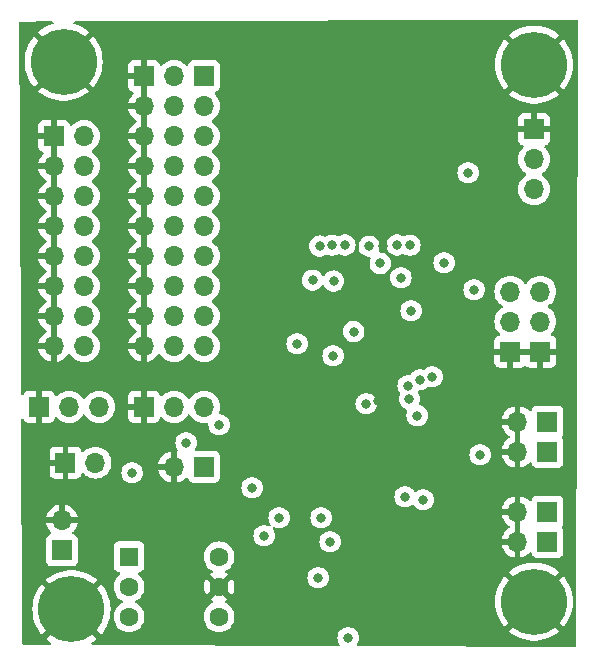
<source format=gbr>
%TF.GenerationSoftware,KiCad,Pcbnew,7.0.7*%
%TF.CreationDate,2023-10-11T19:32:33-04:00*%
%TF.ProjectId,DaisySeedBreakout,44616973-7953-4656-9564-427265616b6f,rev?*%
%TF.SameCoordinates,Original*%
%TF.FileFunction,Copper,L3,Inr*%
%TF.FilePolarity,Positive*%
%FSLAX46Y46*%
G04 Gerber Fmt 4.6, Leading zero omitted, Abs format (unit mm)*
G04 Created by KiCad (PCBNEW 7.0.7) date 2023-10-11 19:32:33*
%MOMM*%
%LPD*%
G01*
G04 APERTURE LIST*
%TA.AperFunction,ComponentPad*%
%ADD10R,1.700000X1.700000*%
%TD*%
%TA.AperFunction,ComponentPad*%
%ADD11O,1.700000X1.700000*%
%TD*%
%TA.AperFunction,ComponentPad*%
%ADD12C,5.600000*%
%TD*%
%TA.AperFunction,ComponentPad*%
%ADD13R,1.600000X1.600000*%
%TD*%
%TA.AperFunction,ComponentPad*%
%ADD14C,1.600000*%
%TD*%
%TA.AperFunction,ViaPad*%
%ADD15C,0.800000*%
%TD*%
G04 APERTURE END LIST*
D10*
%TO.N,GND*%
%TO.C,J16*%
X120345557Y-69498424D03*
D11*
%TO.N,+3.3V*%
X122885557Y-69498424D03*
%TD*%
D10*
%TO.N,Net-(J17-Pin_1)*%
%TO.C,J17*%
X120043183Y-76921619D03*
D11*
%TO.N,GND*%
X120043183Y-74381619D03*
%TD*%
D12*
%TO.N,GND*%
%TO.C,H4*%
X160020000Y-35814000D03*
%TD*%
%TO.N,GND*%
%TO.C,H2*%
X160020000Y-81280000D03*
%TD*%
D13*
%TO.N,Net-(D1-K)*%
%TO.C,U1*%
X125730000Y-77470000D03*
D14*
%TO.N,Net-(D1-A)*%
X125730000Y-80010000D03*
%TO.N,unconnected-(U1-NC-Pad3)*%
X125730000Y-82550000D03*
%TO.N,/MIDI_UART_RX*%
X133350000Y-82550000D03*
%TO.N,GND*%
X133350000Y-80010000D03*
%TO.N,+3.3V*%
X133350000Y-77470000D03*
%TD*%
D10*
%TO.N,GND*%
%TO.C,J15*%
X160020000Y-41275000D03*
D11*
%TO.N,/USB_p*%
X160020000Y-43815000D03*
%TO.N,/USB_n*%
X160020000Y-46355000D03*
%TD*%
%TO.N,Net-(J1-Pin_3)*%
%TO.C,J1*%
X123190000Y-64770000D03*
%TO.N,Net-(J1-Pin_2)*%
X120650000Y-64770000D03*
D10*
%TO.N,GND*%
X118110000Y-64770000D03*
%TD*%
D11*
%TO.N,+3.3VA*%
%TO.C,J7*%
X132080000Y-59630000D03*
X132080000Y-57090000D03*
X132080000Y-54550000D03*
X132080000Y-52010000D03*
X132080000Y-49470000D03*
X132080000Y-46930000D03*
X132080000Y-44390000D03*
X132080000Y-41850000D03*
X132080000Y-39310000D03*
D10*
X132080000Y-36770000D03*
%TD*%
%TO.N,GND*%
%TO.C,J6*%
X127000000Y-36770000D03*
D11*
%TO.N,/AI_9*%
X129540000Y-36770000D03*
%TO.N,GND*%
X127000000Y-39310000D03*
%TO.N,/AI_8*%
X129540000Y-39310000D03*
%TO.N,GND*%
X127000000Y-41850000D03*
%TO.N,/AI_7*%
X129540000Y-41850000D03*
%TO.N,GND*%
X127000000Y-44390000D03*
%TO.N,/AI_6*%
X129540000Y-44390000D03*
%TO.N,GND*%
X127000000Y-46930000D03*
%TO.N,/AI_5*%
X129540000Y-46930000D03*
%TO.N,GND*%
X127000000Y-49470000D03*
%TO.N,/AI_4*%
X129540000Y-49470000D03*
%TO.N,GND*%
X127000000Y-52010000D03*
%TO.N,/AI_3*%
X129540000Y-52010000D03*
%TO.N,GND*%
X127000000Y-54550000D03*
%TO.N,/AI_2*%
X129540000Y-54550000D03*
%TO.N,GND*%
X127000000Y-57090000D03*
%TO.N,/AI_1*%
X129540000Y-57090000D03*
%TO.N,GND*%
X127000000Y-59630000D03*
%TO.N,/AI_0*%
X129540000Y-59630000D03*
%TD*%
%TO.N,Net-(J3-Pin_3)*%
%TO.C,J3*%
X132080000Y-64770000D03*
%TO.N,Net-(D1-A)*%
X129540000Y-64770000D03*
D10*
%TO.N,GND*%
X127000000Y-64770000D03*
%TD*%
%TO.N,/Audio In Sum/AUDIO_IN_R_CONN*%
%TO.C,J13*%
X161157320Y-76200000D03*
D11*
%TO.N,GND*%
X158617320Y-76200000D03*
%TD*%
%TO.N,+3.3VA*%
%TO.C,J10*%
X158013400Y-55016400D03*
%TO.N,/AO_0*%
X158013400Y-57556400D03*
D10*
%TO.N,GND*%
X158013400Y-60096400D03*
%TD*%
%TO.N,/Audio Out/AUDIO_OUT_L_EXT*%
%TO.C,J2*%
X161157320Y-66040000D03*
D11*
%TO.N,GND*%
X158617320Y-66040000D03*
%TD*%
D10*
%TO.N,/Audio Out/AUDIO_OUT_R_EXT*%
%TO.C,J11*%
X161157320Y-68580000D03*
D11*
%TO.N,GND*%
X158617320Y-68580000D03*
%TD*%
D10*
%TO.N,/Audio In Sum/AUDIO_IN_L_CONN*%
%TO.C,J12*%
X161157320Y-73660000D03*
D11*
%TO.N,GND*%
X158617320Y-73660000D03*
%TD*%
D10*
%TO.N,GND*%
%TO.C,J14*%
X160553400Y-60096400D03*
D11*
%TO.N,/AO_1*%
X160553400Y-57556400D03*
%TO.N,+3.3VA*%
X160553400Y-55016400D03*
%TD*%
D12*
%TO.N,GND*%
%TO.C,H3*%
X120855196Y-81910823D03*
%TD*%
%TO.N,GND*%
%TO.C,H1*%
X120187993Y-35560000D03*
%TD*%
D10*
%TO.N,GND*%
%TO.C,J5*%
X119380000Y-41850000D03*
D11*
%TO.N,/DIO7*%
X121920000Y-41850000D03*
%TO.N,GND*%
X119380000Y-44390000D03*
%TO.N,/DIO6*%
X121920000Y-44390000D03*
%TO.N,GND*%
X119380000Y-46930000D03*
%TO.N,/DIO5*%
X121920000Y-46930000D03*
%TO.N,GND*%
X119380000Y-49470000D03*
%TO.N,/DIO4*%
X121920000Y-49470000D03*
%TO.N,GND*%
X119380000Y-52010000D03*
%TO.N,/DIO3*%
X121920000Y-52010000D03*
%TO.N,GND*%
X119380000Y-54550000D03*
%TO.N,/DIO2*%
X121920000Y-54550000D03*
%TO.N,GND*%
X119380000Y-57090000D03*
%TO.N,/DIO1*%
X121920000Y-57090000D03*
%TO.N,GND*%
X119380000Y-59630000D03*
%TO.N,/DIO0*%
X121920000Y-59630000D03*
%TD*%
%TO.N,GND*%
%TO.C,J9*%
X129540000Y-69850000D03*
D10*
%TO.N,/Audio In Sum/AUDIO_IN_R_LOCAL*%
X132080000Y-69850000D03*
%TD*%
D15*
%TO.N,/AI_2*%
X149455509Y-64115206D03*
%TO.N,GND*%
X140970000Y-68834000D03*
%TO.N,/Audio In Sum/AUDIO_IN_L_LOCAL*%
X150622000Y-72644000D03*
%TO.N,Net-(U7B-IN+)*%
X155448000Y-68834000D03*
%TO.N,+3.3VA*%
X141732000Y-79248000D03*
X145796000Y-64516000D03*
X144756950Y-58405550D03*
X149606000Y-56642000D03*
X143002000Y-60452000D03*
X139954000Y-59436000D03*
%TO.N,+3.3V*%
X133350000Y-66294000D03*
%TO.N,/Audio Out/AUDIO_OUT_R*%
X138430000Y-74168000D03*
%TO.N,/MIDI_UART_TX*%
X125984000Y-70358000D03*
X130556000Y-67818000D03*
%TO.N,/AI_3*%
X150122951Y-65523049D03*
%TO.N,/AI_4*%
X149352000Y-62992000D03*
%TO.N,/AI_7*%
X154940000Y-54864000D03*
%TO.N,/AI_8*%
X152400000Y-52578000D03*
%TO.N,/AI_9*%
X154432000Y-44958000D03*
%TO.N,/AI_0*%
X137160000Y-75692000D03*
%TO.N,/AI_1*%
X136144000Y-71628000D03*
%TO.N,/AI_5*%
X150368000Y-62484000D03*
%TO.N,/AI_6*%
X151384000Y-62230000D03*
%TO.N,GND*%
X149860000Y-34544000D03*
X153670000Y-32855900D03*
X147320000Y-34290000D03*
X130048000Y-75946000D03*
X156972000Y-63246000D03*
%TO.N,+3.3VA*%
X149098000Y-72390000D03*
%TO.N,GND*%
X145903206Y-75007632D03*
X152146000Y-71882000D03*
X144780000Y-63754000D03*
X146812000Y-64262000D03*
%TO.N,+3.3VA*%
X141986000Y-74168000D03*
%TO.N,GND*%
X144526000Y-74168000D03*
X141731814Y-81768921D03*
X137431417Y-81291990D03*
X140826508Y-82975000D03*
X138069124Y-82958969D03*
X152908000Y-77724000D03*
X149860000Y-75692000D03*
%TO.N,+3.3VA*%
X142748000Y-76200000D03*
%TO.N,GND*%
X144780000Y-77216000D03*
%TO.N,+3.3VA*%
X144272000Y-84328000D03*
%TO.N,GND*%
X146812000Y-83820000D03*
X148336000Y-80772000D03*
X144272000Y-80264000D03*
X155930600Y-43129200D03*
X150545800Y-60756800D03*
X148259800Y-58420000D03*
X142748000Y-58547000D03*
X151384000Y-70612000D03*
X146486295Y-69959253D03*
X148082000Y-65786000D03*
X149606000Y-73914000D03*
X135610600Y-60858400D03*
X136017000Y-46710600D03*
X136118600Y-36118800D03*
X139522200Y-83159600D03*
X151892000Y-83820000D03*
%TO.N,+3.3V*%
X146997913Y-52629113D03*
X148742400Y-53848000D03*
X141274800Y-54051200D03*
%TO.N,/microSD/D2*%
X141874250Y-51165749D03*
%TO.N,/microSD/CLK*%
X146066863Y-51179396D03*
%TO.N,/microSD/D0*%
X148408394Y-51071192D03*
%TO.N,/microSD/CMD*%
X144008394Y-51071192D03*
%TO.N,/microSD/D1*%
X149508394Y-51096592D03*
%TO.N,/microSD/D3*%
X142908394Y-51096592D03*
%TO.N,GND*%
X161239200Y-50292000D03*
X149733000Y-40665400D03*
X141097000Y-34366200D03*
X149072600Y-33324800D03*
X154152600Y-33934400D03*
X139471400Y-33451800D03*
X139801600Y-48564800D03*
X149782710Y-47799294D03*
X151053800Y-46482000D03*
X147196594Y-51172792D03*
%TO.N,+3.3V*%
X143052800Y-54127400D03*
%TD*%
%TA.AperFunction,Conductor*%
%TO.N,GND*%
G36*
X158794832Y-74159507D02*
G01*
X158847635Y-74205262D01*
X158867320Y-74272301D01*
X158867320Y-75587698D01*
X158847635Y-75654737D01*
X158794831Y-75700492D01*
X158725675Y-75710436D01*
X158653086Y-75700000D01*
X158653083Y-75700000D01*
X158581557Y-75700000D01*
X158581553Y-75700000D01*
X158508965Y-75710436D01*
X158439807Y-75700492D01*
X158387004Y-75654736D01*
X158367320Y-75587698D01*
X158367320Y-74272301D01*
X158387005Y-74205262D01*
X158439809Y-74159507D01*
X158508967Y-74149563D01*
X158581557Y-74160000D01*
X158581558Y-74160000D01*
X158653082Y-74160000D01*
X158653083Y-74160000D01*
X158725673Y-74149563D01*
X158794832Y-74159507D01*
G37*
%TD.AperFunction*%
%TA.AperFunction,Conductor*%
G36*
X158794832Y-66539507D02*
G01*
X158847635Y-66585262D01*
X158867320Y-66652301D01*
X158867320Y-67967698D01*
X158847635Y-68034737D01*
X158794831Y-68080492D01*
X158725675Y-68090436D01*
X158653086Y-68080000D01*
X158653083Y-68080000D01*
X158581557Y-68080000D01*
X158581553Y-68080000D01*
X158508965Y-68090436D01*
X158439807Y-68080492D01*
X158387004Y-68034736D01*
X158367320Y-67967698D01*
X158367320Y-66652301D01*
X158387005Y-66585262D01*
X158439809Y-66539507D01*
X158508967Y-66529563D01*
X158581557Y-66540000D01*
X158581558Y-66540000D01*
X158653082Y-66540000D01*
X158653083Y-66540000D01*
X158725673Y-66529563D01*
X158794832Y-66539507D01*
G37*
%TD.AperFunction*%
%TA.AperFunction,Conductor*%
G36*
X160007092Y-59866085D02*
G01*
X160052847Y-59918889D01*
X160062791Y-59988047D01*
X160059031Y-60005333D01*
X160053400Y-60024511D01*
X160053400Y-60168289D01*
X160057256Y-60181422D01*
X160059031Y-60187467D01*
X160059030Y-60257336D01*
X160021255Y-60316114D01*
X159957699Y-60345138D01*
X159940053Y-60346400D01*
X158626747Y-60346400D01*
X158559708Y-60326715D01*
X158513953Y-60273911D01*
X158504009Y-60204753D01*
X158507769Y-60187467D01*
X158509543Y-60181422D01*
X158513400Y-60168289D01*
X158513400Y-60024511D01*
X158507768Y-60005333D01*
X158507770Y-59935464D01*
X158545545Y-59876686D01*
X158609101Y-59847662D01*
X158626747Y-59846400D01*
X159940053Y-59846400D01*
X160007092Y-59866085D01*
G37*
%TD.AperFunction*%
%TA.AperFunction,Conductor*%
G36*
X119557512Y-57589507D02*
G01*
X119610315Y-57635262D01*
X119630000Y-57702301D01*
X119630000Y-59017698D01*
X119610315Y-59084737D01*
X119557511Y-59130492D01*
X119488355Y-59140436D01*
X119415766Y-59130000D01*
X119415763Y-59130000D01*
X119344237Y-59130000D01*
X119344233Y-59130000D01*
X119271644Y-59140436D01*
X119202486Y-59130492D01*
X119149683Y-59084736D01*
X119129999Y-59017698D01*
X119130000Y-58480000D01*
X119130000Y-57702301D01*
X119149685Y-57635262D01*
X119202489Y-57589507D01*
X119271647Y-57579563D01*
X119344237Y-57590000D01*
X119344238Y-57590000D01*
X119415762Y-57590000D01*
X119415763Y-57590000D01*
X119488353Y-57579563D01*
X119557512Y-57589507D01*
G37*
%TD.AperFunction*%
%TA.AperFunction,Conductor*%
G36*
X119557512Y-55049507D02*
G01*
X119610315Y-55095262D01*
X119630000Y-55162301D01*
X119630000Y-56477698D01*
X119610315Y-56544737D01*
X119557511Y-56590492D01*
X119488355Y-56600436D01*
X119415766Y-56590000D01*
X119415763Y-56590000D01*
X119344237Y-56590000D01*
X119344233Y-56590000D01*
X119271644Y-56600436D01*
X119202486Y-56590492D01*
X119149683Y-56544736D01*
X119129999Y-56477698D01*
X119130000Y-55940000D01*
X119130000Y-55162301D01*
X119149685Y-55095262D01*
X119202489Y-55049507D01*
X119271647Y-55039563D01*
X119344237Y-55050000D01*
X119344238Y-55050000D01*
X119415762Y-55050000D01*
X119415763Y-55050000D01*
X119488353Y-55039563D01*
X119557512Y-55049507D01*
G37*
%TD.AperFunction*%
%TA.AperFunction,Conductor*%
G36*
X119557512Y-52509507D02*
G01*
X119610315Y-52555262D01*
X119630000Y-52622301D01*
X119630000Y-53937698D01*
X119610315Y-54004737D01*
X119557511Y-54050492D01*
X119488355Y-54060436D01*
X119415766Y-54050000D01*
X119415763Y-54050000D01*
X119344237Y-54050000D01*
X119344233Y-54050000D01*
X119271644Y-54060436D01*
X119202486Y-54050492D01*
X119149683Y-54004736D01*
X119129999Y-53937698D01*
X119130000Y-53400000D01*
X119130000Y-52622301D01*
X119149685Y-52555262D01*
X119202489Y-52509507D01*
X119271647Y-52499563D01*
X119344237Y-52510000D01*
X119344238Y-52510000D01*
X119415762Y-52510000D01*
X119415763Y-52510000D01*
X119488353Y-52499563D01*
X119557512Y-52509507D01*
G37*
%TD.AperFunction*%
%TA.AperFunction,Conductor*%
G36*
X119557512Y-49969507D02*
G01*
X119610315Y-50015262D01*
X119630000Y-50082301D01*
X119630000Y-51397698D01*
X119610315Y-51464737D01*
X119557511Y-51510492D01*
X119488355Y-51520436D01*
X119415766Y-51510000D01*
X119415763Y-51510000D01*
X119344237Y-51510000D01*
X119344233Y-51510000D01*
X119271644Y-51520436D01*
X119202486Y-51510492D01*
X119149683Y-51464736D01*
X119129999Y-51397698D01*
X119130000Y-50860000D01*
X119130000Y-50082301D01*
X119149685Y-50015262D01*
X119202489Y-49969507D01*
X119271647Y-49959563D01*
X119344237Y-49970000D01*
X119344238Y-49970000D01*
X119415762Y-49970000D01*
X119415763Y-49970000D01*
X119488353Y-49959563D01*
X119557512Y-49969507D01*
G37*
%TD.AperFunction*%
%TA.AperFunction,Conductor*%
G36*
X119557512Y-47429507D02*
G01*
X119610315Y-47475262D01*
X119630000Y-47542301D01*
X119630000Y-48857698D01*
X119610315Y-48924737D01*
X119557511Y-48970492D01*
X119488355Y-48980436D01*
X119415766Y-48970000D01*
X119415763Y-48970000D01*
X119344237Y-48970000D01*
X119344233Y-48970000D01*
X119271644Y-48980436D01*
X119202486Y-48970492D01*
X119149683Y-48924736D01*
X119129999Y-48857698D01*
X119130000Y-48320000D01*
X119130000Y-47542301D01*
X119149685Y-47475262D01*
X119202489Y-47429507D01*
X119271647Y-47419563D01*
X119344237Y-47430000D01*
X119344238Y-47430000D01*
X119415762Y-47430000D01*
X119415763Y-47430000D01*
X119488353Y-47419563D01*
X119557512Y-47429507D01*
G37*
%TD.AperFunction*%
%TA.AperFunction,Conductor*%
G36*
X119557512Y-44889507D02*
G01*
X119610315Y-44935262D01*
X119630000Y-45002301D01*
X119630000Y-46317698D01*
X119610315Y-46384737D01*
X119557511Y-46430492D01*
X119488355Y-46440436D01*
X119415766Y-46430000D01*
X119415763Y-46430000D01*
X119344237Y-46430000D01*
X119344233Y-46430000D01*
X119271644Y-46440436D01*
X119202486Y-46430492D01*
X119149683Y-46384736D01*
X119129999Y-46317698D01*
X119130000Y-45780000D01*
X119130000Y-45002301D01*
X119149685Y-44935262D01*
X119202489Y-44889507D01*
X119271647Y-44879563D01*
X119344237Y-44890000D01*
X119344238Y-44890000D01*
X119415762Y-44890000D01*
X119415763Y-44890000D01*
X119488353Y-44879563D01*
X119557512Y-44889507D01*
G37*
%TD.AperFunction*%
%TA.AperFunction,Conductor*%
G36*
X119557512Y-42349507D02*
G01*
X119610315Y-42395262D01*
X119630000Y-42462301D01*
X119630000Y-43777698D01*
X119610315Y-43844737D01*
X119557511Y-43890492D01*
X119488355Y-43900436D01*
X119415766Y-43890000D01*
X119415763Y-43890000D01*
X119344237Y-43890000D01*
X119344233Y-43890000D01*
X119271644Y-43900436D01*
X119202486Y-43890492D01*
X119149683Y-43844736D01*
X119129999Y-43777698D01*
X119130000Y-43240000D01*
X119130000Y-42462301D01*
X119149685Y-42395262D01*
X119202489Y-42349507D01*
X119271647Y-42339563D01*
X119344237Y-42350000D01*
X119344238Y-42350000D01*
X119415762Y-42350000D01*
X119415763Y-42350000D01*
X119488353Y-42339563D01*
X119557512Y-42349507D01*
G37*
%TD.AperFunction*%
%TA.AperFunction,Conductor*%
G36*
X127177512Y-57589507D02*
G01*
X127230315Y-57635262D01*
X127250000Y-57702301D01*
X127250000Y-58240000D01*
X127249999Y-59017698D01*
X127230314Y-59084738D01*
X127177510Y-59130492D01*
X127108353Y-59140436D01*
X127035764Y-59130000D01*
X127035763Y-59130000D01*
X126964237Y-59130000D01*
X126964233Y-59130000D01*
X126891645Y-59140436D01*
X126822487Y-59130492D01*
X126769684Y-59084736D01*
X126750000Y-59017698D01*
X126750000Y-57702301D01*
X126769685Y-57635262D01*
X126822489Y-57589507D01*
X126891647Y-57579563D01*
X126964237Y-57590000D01*
X126964238Y-57590000D01*
X127035762Y-57590000D01*
X127035763Y-57590000D01*
X127108353Y-57579563D01*
X127177512Y-57589507D01*
G37*
%TD.AperFunction*%
%TA.AperFunction,Conductor*%
G36*
X127177512Y-55049507D02*
G01*
X127230315Y-55095262D01*
X127250000Y-55162301D01*
X127250000Y-55700000D01*
X127249999Y-56477698D01*
X127230314Y-56544738D01*
X127177510Y-56590492D01*
X127108353Y-56600436D01*
X127035764Y-56590000D01*
X127035763Y-56590000D01*
X126964237Y-56590000D01*
X126964233Y-56590000D01*
X126891645Y-56600436D01*
X126822487Y-56590492D01*
X126769684Y-56544736D01*
X126750000Y-56477698D01*
X126750000Y-55162301D01*
X126769685Y-55095262D01*
X126822489Y-55049507D01*
X126891647Y-55039563D01*
X126964237Y-55050000D01*
X126964238Y-55050000D01*
X127035762Y-55050000D01*
X127035763Y-55050000D01*
X127108353Y-55039563D01*
X127177512Y-55049507D01*
G37*
%TD.AperFunction*%
%TA.AperFunction,Conductor*%
G36*
X127177512Y-52509507D02*
G01*
X127230315Y-52555262D01*
X127250000Y-52622301D01*
X127250000Y-53160000D01*
X127249999Y-53937698D01*
X127230314Y-54004738D01*
X127177510Y-54050492D01*
X127108353Y-54060436D01*
X127035764Y-54050000D01*
X127035763Y-54050000D01*
X126964237Y-54050000D01*
X126964233Y-54050000D01*
X126891645Y-54060436D01*
X126822487Y-54050492D01*
X126769684Y-54004736D01*
X126750000Y-53937698D01*
X126750000Y-52622301D01*
X126769685Y-52555262D01*
X126822489Y-52509507D01*
X126891647Y-52499563D01*
X126964237Y-52510000D01*
X126964238Y-52510000D01*
X127035762Y-52510000D01*
X127035763Y-52510000D01*
X127108353Y-52499563D01*
X127177512Y-52509507D01*
G37*
%TD.AperFunction*%
%TA.AperFunction,Conductor*%
G36*
X127177512Y-49969507D02*
G01*
X127230315Y-50015262D01*
X127250000Y-50082301D01*
X127250000Y-50620000D01*
X127249999Y-51397698D01*
X127230314Y-51464738D01*
X127177510Y-51510492D01*
X127108353Y-51520436D01*
X127035764Y-51510000D01*
X127035763Y-51510000D01*
X126964237Y-51510000D01*
X126964233Y-51510000D01*
X126891645Y-51520436D01*
X126822487Y-51510492D01*
X126769684Y-51464736D01*
X126750000Y-51397698D01*
X126750000Y-50082301D01*
X126769685Y-50015262D01*
X126822489Y-49969507D01*
X126891647Y-49959563D01*
X126964237Y-49970000D01*
X126964238Y-49970000D01*
X127035762Y-49970000D01*
X127035763Y-49970000D01*
X127108353Y-49959563D01*
X127177512Y-49969507D01*
G37*
%TD.AperFunction*%
%TA.AperFunction,Conductor*%
G36*
X127177512Y-47429507D02*
G01*
X127230315Y-47475262D01*
X127250000Y-47542301D01*
X127250000Y-48080000D01*
X127249999Y-48857698D01*
X127230314Y-48924738D01*
X127177510Y-48970492D01*
X127108353Y-48980436D01*
X127035764Y-48970000D01*
X127035763Y-48970000D01*
X126964237Y-48970000D01*
X126964233Y-48970000D01*
X126891645Y-48980436D01*
X126822487Y-48970492D01*
X126769684Y-48924736D01*
X126750000Y-48857698D01*
X126750000Y-47542301D01*
X126769685Y-47475262D01*
X126822489Y-47429507D01*
X126891647Y-47419563D01*
X126964237Y-47430000D01*
X126964238Y-47430000D01*
X127035762Y-47430000D01*
X127035763Y-47430000D01*
X127108353Y-47419563D01*
X127177512Y-47429507D01*
G37*
%TD.AperFunction*%
%TA.AperFunction,Conductor*%
G36*
X127177512Y-44889507D02*
G01*
X127230315Y-44935262D01*
X127250000Y-45002301D01*
X127250000Y-45540000D01*
X127249999Y-46317698D01*
X127230314Y-46384738D01*
X127177510Y-46430492D01*
X127108353Y-46440436D01*
X127035764Y-46430000D01*
X127035763Y-46430000D01*
X126964237Y-46430000D01*
X126964233Y-46430000D01*
X126891645Y-46440436D01*
X126822487Y-46430492D01*
X126769684Y-46384736D01*
X126750000Y-46317698D01*
X126750000Y-45002301D01*
X126769685Y-44935262D01*
X126822489Y-44889507D01*
X126891647Y-44879563D01*
X126964237Y-44890000D01*
X126964238Y-44890000D01*
X127035762Y-44890000D01*
X127035763Y-44890000D01*
X127108353Y-44879563D01*
X127177512Y-44889507D01*
G37*
%TD.AperFunction*%
%TA.AperFunction,Conductor*%
G36*
X127177512Y-42349507D02*
G01*
X127230315Y-42395262D01*
X127250000Y-42462301D01*
X127250000Y-43000000D01*
X127249999Y-43777698D01*
X127230314Y-43844738D01*
X127177510Y-43890492D01*
X127108353Y-43900436D01*
X127035764Y-43890000D01*
X127035763Y-43890000D01*
X126964237Y-43890000D01*
X126964233Y-43890000D01*
X126891645Y-43900436D01*
X126822487Y-43890492D01*
X126769684Y-43844736D01*
X126750000Y-43777698D01*
X126750000Y-42462301D01*
X126769685Y-42395262D01*
X126822489Y-42349507D01*
X126891647Y-42339563D01*
X126964237Y-42350000D01*
X126964238Y-42350000D01*
X127035762Y-42350000D01*
X127035763Y-42350000D01*
X127108353Y-42339563D01*
X127177512Y-42349507D01*
G37*
%TD.AperFunction*%
%TA.AperFunction,Conductor*%
G36*
X127177512Y-39809507D02*
G01*
X127230315Y-39855262D01*
X127250000Y-39922301D01*
X127250000Y-40460000D01*
X127249999Y-41237698D01*
X127230314Y-41304738D01*
X127177510Y-41350492D01*
X127108353Y-41360436D01*
X127035764Y-41350000D01*
X127035763Y-41350000D01*
X126964237Y-41350000D01*
X126964233Y-41350000D01*
X126891645Y-41360436D01*
X126822487Y-41350492D01*
X126769684Y-41304736D01*
X126750000Y-41237698D01*
X126750000Y-39922301D01*
X126769685Y-39855262D01*
X126822489Y-39809507D01*
X126891647Y-39799563D01*
X126964237Y-39810000D01*
X126964238Y-39810000D01*
X127035762Y-39810000D01*
X127035763Y-39810000D01*
X127108353Y-39799563D01*
X127177512Y-39809507D01*
G37*
%TD.AperFunction*%
%TA.AperFunction,Conductor*%
G36*
X127177512Y-37269507D02*
G01*
X127230315Y-37315262D01*
X127250000Y-37382301D01*
X127250000Y-37920000D01*
X127249999Y-38697698D01*
X127230314Y-38764738D01*
X127177510Y-38810492D01*
X127108353Y-38820436D01*
X127035764Y-38810000D01*
X127035763Y-38810000D01*
X126964237Y-38810000D01*
X126964233Y-38810000D01*
X126891645Y-38820436D01*
X126822487Y-38810492D01*
X126769684Y-38764736D01*
X126750000Y-38697698D01*
X126750000Y-37382301D01*
X126769685Y-37315262D01*
X126822489Y-37269507D01*
X126891647Y-37259563D01*
X126964237Y-37270000D01*
X126964238Y-37270000D01*
X127035762Y-37270000D01*
X127035763Y-37270000D01*
X127108353Y-37259563D01*
X127177512Y-37269507D01*
G37*
%TD.AperFunction*%
%TA.AperFunction,Conductor*%
G36*
X163721543Y-32049239D02*
G01*
X163767439Y-32101920D01*
X163778782Y-32154149D01*
X163601815Y-85016611D01*
X163581906Y-85083584D01*
X163528950Y-85129162D01*
X163477212Y-85140195D01*
X145108705Y-85050737D01*
X145041762Y-85030726D01*
X144996265Y-84977700D01*
X144986659Y-84908493D01*
X145001922Y-84864738D01*
X145006644Y-84856560D01*
X145099179Y-84696284D01*
X145157674Y-84516256D01*
X145177460Y-84328000D01*
X145157674Y-84139744D01*
X145099179Y-83959716D01*
X145004533Y-83795784D01*
X144877871Y-83655112D01*
X144822180Y-83614650D01*
X144724734Y-83543851D01*
X144724729Y-83543848D01*
X144551807Y-83466857D01*
X144551802Y-83466855D01*
X144378426Y-83430004D01*
X144366646Y-83427500D01*
X144177354Y-83427500D01*
X144165574Y-83430004D01*
X143992197Y-83466855D01*
X143992192Y-83466857D01*
X143819270Y-83543848D01*
X143819265Y-83543851D01*
X143666129Y-83655111D01*
X143539466Y-83795785D01*
X143444821Y-83959715D01*
X143444818Y-83959722D01*
X143386327Y-84139740D01*
X143386326Y-84139744D01*
X143366540Y-84328000D01*
X143386326Y-84516256D01*
X143386327Y-84516259D01*
X143444818Y-84696277D01*
X143444823Y-84696289D01*
X143537355Y-84856560D01*
X143553828Y-84924460D01*
X143530975Y-84990487D01*
X143476054Y-85033677D01*
X143429364Y-85042558D01*
X122665165Y-84941435D01*
X122598222Y-84921424D01*
X122552725Y-84868398D01*
X122543119Y-84799191D01*
X122572453Y-84735778D01*
X122601841Y-84711185D01*
X122709825Y-84646213D01*
X122709828Y-84646211D01*
X122994700Y-84429659D01*
X123007938Y-84417117D01*
X121894229Y-83303409D01*
X121860744Y-83242086D01*
X121865728Y-83172394D01*
X121901376Y-83121440D01*
X121990066Y-83045693D01*
X122065813Y-82957003D01*
X122124317Y-82918813D01*
X122194185Y-82918313D01*
X122247782Y-82949856D01*
X123358752Y-84060826D01*
X123486160Y-83910831D01*
X123486171Y-83910817D01*
X123686977Y-83614650D01*
X123854589Y-83298500D01*
X123854598Y-83298482D01*
X123987046Y-82966062D01*
X123987048Y-82966055D01*
X124082774Y-82621280D01*
X124082780Y-82621254D01*
X124094461Y-82550001D01*
X124424532Y-82550001D01*
X124444364Y-82776686D01*
X124444366Y-82776697D01*
X124503258Y-82996488D01*
X124503261Y-82996497D01*
X124599431Y-83202732D01*
X124599432Y-83202734D01*
X124729954Y-83389141D01*
X124890858Y-83550045D01*
X124890861Y-83550047D01*
X125077266Y-83680568D01*
X125283504Y-83776739D01*
X125503308Y-83835635D01*
X125665230Y-83849801D01*
X125729998Y-83855468D01*
X125730000Y-83855468D01*
X125730002Y-83855468D01*
X125786672Y-83850509D01*
X125956692Y-83835635D01*
X126176496Y-83776739D01*
X126382734Y-83680568D01*
X126569139Y-83550047D01*
X126730047Y-83389139D01*
X126860568Y-83202734D01*
X126956739Y-82996496D01*
X127015635Y-82776692D01*
X127035468Y-82550001D01*
X132044532Y-82550001D01*
X132064364Y-82776686D01*
X132064366Y-82776697D01*
X132123258Y-82996488D01*
X132123261Y-82996497D01*
X132219431Y-83202732D01*
X132219432Y-83202734D01*
X132349954Y-83389141D01*
X132510858Y-83550045D01*
X132510861Y-83550047D01*
X132697266Y-83680568D01*
X132903504Y-83776739D01*
X133123308Y-83835635D01*
X133285230Y-83849801D01*
X133349998Y-83855468D01*
X133350000Y-83855468D01*
X133350002Y-83855468D01*
X133406673Y-83850509D01*
X133576692Y-83835635D01*
X133796496Y-83776739D01*
X134002734Y-83680568D01*
X134189139Y-83550047D01*
X134350047Y-83389139D01*
X134480568Y-83202734D01*
X134576739Y-82996496D01*
X134635635Y-82776692D01*
X134655468Y-82550000D01*
X134635635Y-82323308D01*
X134576739Y-82103504D01*
X134480568Y-81897266D01*
X134350047Y-81710861D01*
X134350045Y-81710858D01*
X134189141Y-81549954D01*
X134002735Y-81419433D01*
X134002736Y-81419433D01*
X134002734Y-81419432D01*
X133944132Y-81392105D01*
X133891694Y-81345933D01*
X133872903Y-81280002D01*
X156715153Y-81280002D01*
X156734526Y-81637314D01*
X156734527Y-81637331D01*
X156792415Y-81990431D01*
X156792421Y-81990457D01*
X156888147Y-82335232D01*
X156888149Y-82335239D01*
X157020597Y-82667659D01*
X157020606Y-82667677D01*
X157188218Y-82983827D01*
X157389033Y-83280007D01*
X157516441Y-83430003D01*
X157516442Y-83430004D01*
X158627413Y-82319032D01*
X158688736Y-82285547D01*
X158758427Y-82290531D01*
X158809381Y-82326179D01*
X158885130Y-82414870D01*
X158948855Y-82469296D01*
X158973816Y-82490615D01*
X159012009Y-82549122D01*
X159012507Y-82618990D01*
X158980965Y-82672586D01*
X157867255Y-83786295D01*
X157867256Y-83786296D01*
X157880485Y-83798828D01*
X157880486Y-83798829D01*
X158165367Y-84015388D01*
X158165370Y-84015390D01*
X158471990Y-84199876D01*
X158796739Y-84350122D01*
X158796744Y-84350123D01*
X159135855Y-84464383D01*
X159485339Y-84541311D01*
X159841075Y-84579999D01*
X159841085Y-84580000D01*
X160198915Y-84580000D01*
X160198924Y-84579999D01*
X160554660Y-84541311D01*
X160904144Y-84464383D01*
X161243255Y-84350123D01*
X161243260Y-84350122D01*
X161568009Y-84199876D01*
X161874629Y-84015390D01*
X161874632Y-84015388D01*
X162159504Y-83798836D01*
X162172742Y-83786294D01*
X161059033Y-82672586D01*
X161025548Y-82611263D01*
X161030532Y-82541571D01*
X161066180Y-82490617D01*
X161154870Y-82414870D01*
X161230617Y-82326180D01*
X161289121Y-82287990D01*
X161358989Y-82287490D01*
X161412586Y-82319033D01*
X162523556Y-83430003D01*
X162650964Y-83280008D01*
X162650975Y-83279994D01*
X162851781Y-82983827D01*
X163019393Y-82667677D01*
X163019402Y-82667659D01*
X163151850Y-82335239D01*
X163151852Y-82335232D01*
X163247578Y-81990457D01*
X163247584Y-81990431D01*
X163305472Y-81637331D01*
X163305473Y-81637314D01*
X163324846Y-81280002D01*
X163324846Y-81279997D01*
X163305473Y-80922685D01*
X163305472Y-80922668D01*
X163247584Y-80569568D01*
X163247578Y-80569542D01*
X163151852Y-80224767D01*
X163151850Y-80224760D01*
X163019402Y-79892340D01*
X163019393Y-79892322D01*
X162851781Y-79576172D01*
X162650966Y-79279992D01*
X162523557Y-79129995D01*
X162523556Y-79129994D01*
X161412586Y-80240965D01*
X161351263Y-80274450D01*
X161281571Y-80269466D01*
X161230615Y-80233816D01*
X161207707Y-80206995D01*
X161154870Y-80145130D01*
X161066179Y-80069381D01*
X161027989Y-80010878D01*
X161027489Y-79941010D01*
X161059032Y-79887413D01*
X162172743Y-78773703D01*
X162172742Y-78773702D01*
X162159514Y-78761171D01*
X162159513Y-78761170D01*
X161874632Y-78544611D01*
X161874629Y-78544609D01*
X161568009Y-78360123D01*
X161243260Y-78209877D01*
X161243255Y-78209876D01*
X160904144Y-78095616D01*
X160554660Y-78018688D01*
X160198924Y-77980000D01*
X159841075Y-77980000D01*
X159485339Y-78018688D01*
X159135855Y-78095616D01*
X158796744Y-78209876D01*
X158796739Y-78209877D01*
X158471990Y-78360123D01*
X158165370Y-78544609D01*
X158165367Y-78544611D01*
X157880491Y-78761166D01*
X157867256Y-78773703D01*
X157867255Y-78773703D01*
X158980966Y-79887413D01*
X159014451Y-79948736D01*
X159009467Y-80018428D01*
X158973817Y-80069384D01*
X158885130Y-80145130D01*
X158809384Y-80233817D01*
X158750877Y-80272010D01*
X158681009Y-80272508D01*
X158627413Y-80240966D01*
X157516442Y-79129994D01*
X157516441Y-79129995D01*
X157389040Y-79279983D01*
X157389033Y-79279993D01*
X157188218Y-79576172D01*
X157020606Y-79892322D01*
X157020597Y-79892340D01*
X156888149Y-80224760D01*
X156888147Y-80224767D01*
X156792421Y-80569542D01*
X156792415Y-80569568D01*
X156734527Y-80922668D01*
X156734526Y-80922685D01*
X156715153Y-81279997D01*
X156715153Y-81280002D01*
X133872903Y-81280002D01*
X133872543Y-81278739D01*
X133892759Y-81211858D01*
X133944135Y-81167341D01*
X134002482Y-81140133D01*
X134075472Y-81089025D01*
X133609116Y-80622669D01*
X133575631Y-80561346D01*
X133580615Y-80491654D01*
X133617641Y-80442193D01*
X133616398Y-80440759D01*
X133623100Y-80434952D01*
X133731761Y-80340798D01*
X133766955Y-80286034D01*
X133819754Y-80240283D01*
X133888913Y-80230338D01*
X133952469Y-80259362D01*
X133958949Y-80265395D01*
X134429025Y-80735472D01*
X134480136Y-80662478D01*
X134576264Y-80456331D01*
X134576269Y-80456317D01*
X134635139Y-80236610D01*
X134635141Y-80236599D01*
X134654966Y-80010002D01*
X134654966Y-80009997D01*
X134635141Y-79783400D01*
X134635139Y-79783389D01*
X134576269Y-79563682D01*
X134576265Y-79563673D01*
X134480133Y-79357516D01*
X134480131Y-79357512D01*
X134429025Y-79284526D01*
X133958949Y-79754603D01*
X133897626Y-79788088D01*
X133827934Y-79783104D01*
X133772001Y-79741232D01*
X133766952Y-79733961D01*
X133741793Y-79694812D01*
X133731761Y-79679202D01*
X133623100Y-79585048D01*
X133623099Y-79585047D01*
X133616398Y-79579241D01*
X133618698Y-79576585D01*
X133583960Y-79536428D01*
X133574074Y-79467261D01*
X133603152Y-79403729D01*
X133609116Y-79397329D01*
X133758445Y-79248000D01*
X140826540Y-79248000D01*
X140846326Y-79436256D01*
X140846327Y-79436259D01*
X140904818Y-79616277D01*
X140904821Y-79616284D01*
X140999467Y-79780216D01*
X141062284Y-79849981D01*
X141126129Y-79920888D01*
X141279265Y-80032148D01*
X141279270Y-80032151D01*
X141452192Y-80109142D01*
X141452197Y-80109144D01*
X141637354Y-80148500D01*
X141637355Y-80148500D01*
X141826644Y-80148500D01*
X141826646Y-80148500D01*
X142011803Y-80109144D01*
X142184730Y-80032151D01*
X142337871Y-79920888D01*
X142464533Y-79780216D01*
X142559179Y-79616284D01*
X142617674Y-79436256D01*
X142637460Y-79248000D01*
X142617674Y-79059744D01*
X142559179Y-78879716D01*
X142464533Y-78715784D01*
X142337871Y-78575112D01*
X142295890Y-78544611D01*
X142184734Y-78463851D01*
X142184729Y-78463848D01*
X142011807Y-78386857D01*
X142011802Y-78386855D01*
X141866001Y-78355865D01*
X141826646Y-78347500D01*
X141637354Y-78347500D01*
X141604897Y-78354398D01*
X141452197Y-78386855D01*
X141452192Y-78386857D01*
X141279270Y-78463848D01*
X141279265Y-78463851D01*
X141126129Y-78575111D01*
X140999466Y-78715785D01*
X140904821Y-78879715D01*
X140904818Y-78879722D01*
X140862503Y-79009956D01*
X140846326Y-79059744D01*
X140826540Y-79248000D01*
X133758445Y-79248000D01*
X134075472Y-78930973D01*
X134002483Y-78879866D01*
X134002481Y-78879865D01*
X133944133Y-78852657D01*
X133891694Y-78806484D01*
X133872542Y-78739291D01*
X133892758Y-78672410D01*
X133944129Y-78627895D01*
X134002734Y-78600568D01*
X134189139Y-78470047D01*
X134350047Y-78309139D01*
X134480568Y-78122734D01*
X134576739Y-77916496D01*
X134635635Y-77696692D01*
X134655468Y-77470000D01*
X134635635Y-77243308D01*
X134576739Y-77023504D01*
X134480568Y-76817266D01*
X134350047Y-76630861D01*
X134350045Y-76630858D01*
X134189141Y-76469954D01*
X134002734Y-76339432D01*
X134002732Y-76339431D01*
X133796497Y-76243261D01*
X133796488Y-76243258D01*
X133576697Y-76184366D01*
X133576693Y-76184365D01*
X133576692Y-76184365D01*
X133576691Y-76184364D01*
X133576686Y-76184364D01*
X133350002Y-76164532D01*
X133349998Y-76164532D01*
X133123313Y-76184364D01*
X133123302Y-76184366D01*
X132903511Y-76243258D01*
X132903502Y-76243261D01*
X132697267Y-76339431D01*
X132697265Y-76339432D01*
X132510858Y-76469954D01*
X132349954Y-76630858D01*
X132219432Y-76817265D01*
X132219431Y-76817267D01*
X132123261Y-77023502D01*
X132123258Y-77023511D01*
X132064366Y-77243302D01*
X132064364Y-77243313D01*
X132044532Y-77469998D01*
X132044532Y-77470001D01*
X132064364Y-77696686D01*
X132064366Y-77696697D01*
X132123258Y-77916488D01*
X132123261Y-77916497D01*
X132219431Y-78122732D01*
X132219432Y-78122734D01*
X132349954Y-78309141D01*
X132510858Y-78470045D01*
X132510861Y-78470047D01*
X132697266Y-78600568D01*
X132755865Y-78627893D01*
X132808305Y-78674065D01*
X132827457Y-78741258D01*
X132807242Y-78808139D01*
X132755867Y-78852657D01*
X132697511Y-78879869D01*
X132624526Y-78930973D01*
X133090883Y-79397330D01*
X133124368Y-79458653D01*
X133119384Y-79528345D01*
X133082357Y-79577805D01*
X133083602Y-79579241D01*
X132968237Y-79679203D01*
X132933046Y-79733962D01*
X132880242Y-79779717D01*
X132811084Y-79789661D01*
X132747528Y-79760636D01*
X132741050Y-79754604D01*
X132270973Y-79284526D01*
X132270972Y-79284527D01*
X132219868Y-79357513D01*
X132123734Y-79563673D01*
X132123730Y-79563682D01*
X132064860Y-79783389D01*
X132064858Y-79783400D01*
X132045034Y-80009997D01*
X132045034Y-80010002D01*
X132064858Y-80236599D01*
X132064860Y-80236610D01*
X132123730Y-80456317D01*
X132123734Y-80456326D01*
X132219865Y-80662481D01*
X132219866Y-80662483D01*
X132270973Y-80735471D01*
X132270973Y-80735472D01*
X132741049Y-80265395D01*
X132802372Y-80231910D01*
X132872063Y-80236894D01*
X132927997Y-80278765D01*
X132933045Y-80286036D01*
X132968238Y-80340797D01*
X133083602Y-80440759D01*
X133081293Y-80443422D01*
X133116006Y-80483499D01*
X133125935Y-80552660D01*
X133096898Y-80616210D01*
X133090882Y-80622669D01*
X132624526Y-81089025D01*
X132624526Y-81089026D01*
X132697512Y-81140131D01*
X132697520Y-81140135D01*
X132755865Y-81167342D01*
X132808305Y-81213514D01*
X132827457Y-81280707D01*
X132807242Y-81347589D01*
X132755867Y-81392105D01*
X132697268Y-81419431D01*
X132697264Y-81419433D01*
X132510858Y-81549954D01*
X132349954Y-81710858D01*
X132219432Y-81897265D01*
X132219431Y-81897267D01*
X132123261Y-82103502D01*
X132123258Y-82103511D01*
X132064366Y-82323302D01*
X132064364Y-82323313D01*
X132044532Y-82549998D01*
X132044532Y-82550001D01*
X127035468Y-82550001D01*
X127035468Y-82550000D01*
X127015635Y-82323308D01*
X126956739Y-82103504D01*
X126860568Y-81897266D01*
X126730047Y-81710861D01*
X126730045Y-81710858D01*
X126569141Y-81549954D01*
X126382734Y-81419432D01*
X126382728Y-81419429D01*
X126324725Y-81392382D01*
X126272285Y-81346210D01*
X126253133Y-81279017D01*
X126273348Y-81212135D01*
X126324725Y-81167618D01*
X126325319Y-81167341D01*
X126382734Y-81140568D01*
X126569139Y-81010047D01*
X126730047Y-80849139D01*
X126860568Y-80662734D01*
X126956739Y-80456496D01*
X127015635Y-80236692D01*
X127035468Y-80010000D01*
X127015635Y-79783308D01*
X126956739Y-79563504D01*
X126860568Y-79357266D01*
X126730047Y-79170861D01*
X126730045Y-79170858D01*
X126569143Y-79009956D01*
X126544536Y-78992726D01*
X126500912Y-78938149D01*
X126493719Y-78868650D01*
X126525241Y-78806296D01*
X126585471Y-78770882D01*
X126602404Y-78767861D01*
X126637483Y-78764091D01*
X126772331Y-78713796D01*
X126887546Y-78627546D01*
X126973796Y-78512331D01*
X127024091Y-78377483D01*
X127030500Y-78317873D01*
X127030499Y-76622128D01*
X127024091Y-76562517D01*
X127020594Y-76553142D01*
X126973797Y-76427671D01*
X126973793Y-76427664D01*
X126887547Y-76312455D01*
X126887544Y-76312452D01*
X126772335Y-76226206D01*
X126772328Y-76226202D01*
X126637482Y-76175908D01*
X126637483Y-76175908D01*
X126577883Y-76169501D01*
X126577881Y-76169500D01*
X126577873Y-76169500D01*
X126577864Y-76169500D01*
X124882129Y-76169500D01*
X124882123Y-76169501D01*
X124822516Y-76175908D01*
X124687671Y-76226202D01*
X124687664Y-76226206D01*
X124572455Y-76312452D01*
X124572452Y-76312455D01*
X124486206Y-76427664D01*
X124486202Y-76427671D01*
X124435908Y-76562517D01*
X124432685Y-76592500D01*
X124429501Y-76622123D01*
X124429500Y-76622135D01*
X124429500Y-78317870D01*
X124429501Y-78317876D01*
X124435908Y-78377483D01*
X124486202Y-78512328D01*
X124486206Y-78512335D01*
X124572452Y-78627544D01*
X124572455Y-78627547D01*
X124687664Y-78713793D01*
X124687671Y-78713797D01*
X124721567Y-78726439D01*
X124822517Y-78764091D01*
X124857596Y-78767862D01*
X124922144Y-78794599D01*
X124961993Y-78851991D01*
X124964488Y-78921816D01*
X124928836Y-78981905D01*
X124915464Y-78992725D01*
X124890858Y-79009954D01*
X124729954Y-79170858D01*
X124599432Y-79357265D01*
X124599431Y-79357267D01*
X124503261Y-79563502D01*
X124503258Y-79563511D01*
X124444366Y-79783302D01*
X124444364Y-79783313D01*
X124424532Y-80009998D01*
X124424532Y-80010001D01*
X124444364Y-80236686D01*
X124444366Y-80236697D01*
X124503258Y-80456488D01*
X124503261Y-80456497D01*
X124599431Y-80662732D01*
X124599432Y-80662734D01*
X124729954Y-80849141D01*
X124890858Y-81010045D01*
X124890861Y-81010047D01*
X125077266Y-81140568D01*
X125134681Y-81167341D01*
X125135275Y-81167618D01*
X125187714Y-81213791D01*
X125206866Y-81280984D01*
X125186650Y-81347865D01*
X125135275Y-81392382D01*
X125077267Y-81419431D01*
X125077265Y-81419432D01*
X124890858Y-81549954D01*
X124729954Y-81710858D01*
X124599432Y-81897265D01*
X124599431Y-81897267D01*
X124503261Y-82103502D01*
X124503258Y-82103511D01*
X124444366Y-82323302D01*
X124444364Y-82323313D01*
X124424532Y-82549998D01*
X124424532Y-82550001D01*
X124094461Y-82550001D01*
X124140668Y-82268154D01*
X124140669Y-82268137D01*
X124160043Y-81910825D01*
X124160043Y-81910820D01*
X124140669Y-81553508D01*
X124140668Y-81553491D01*
X124082780Y-81200391D01*
X124082774Y-81200365D01*
X123987048Y-80855590D01*
X123987046Y-80855583D01*
X123854598Y-80523163D01*
X123854589Y-80523145D01*
X123686977Y-80206995D01*
X123486162Y-79910815D01*
X123358753Y-79760818D01*
X123358752Y-79760817D01*
X122247782Y-80871788D01*
X122186459Y-80905273D01*
X122116767Y-80900289D01*
X122065811Y-80864639D01*
X121996976Y-80784044D01*
X121990066Y-80775953D01*
X121901375Y-80700204D01*
X121863185Y-80641701D01*
X121862685Y-80571833D01*
X121894228Y-80518236D01*
X123007939Y-79404526D01*
X123007938Y-79404525D01*
X122994710Y-79391994D01*
X122994709Y-79391993D01*
X122709828Y-79175434D01*
X122709825Y-79175432D01*
X122403205Y-78990946D01*
X122078456Y-78840700D01*
X122078451Y-78840699D01*
X121739340Y-78726439D01*
X121389856Y-78649511D01*
X121034120Y-78610823D01*
X120676271Y-78610823D01*
X120320535Y-78649511D01*
X119971051Y-78726439D01*
X119631940Y-78840699D01*
X119631935Y-78840700D01*
X119307186Y-78990946D01*
X119000566Y-79175432D01*
X119000563Y-79175434D01*
X118715687Y-79391989D01*
X118702452Y-79404526D01*
X118702451Y-79404526D01*
X119816162Y-80518236D01*
X119849647Y-80579559D01*
X119844663Y-80649251D01*
X119809013Y-80700207D01*
X119720326Y-80775953D01*
X119644580Y-80864640D01*
X119586073Y-80902833D01*
X119516205Y-80903331D01*
X119462609Y-80871789D01*
X118351638Y-79760817D01*
X118351637Y-79760818D01*
X118224236Y-79910806D01*
X118224229Y-79910816D01*
X118023414Y-80206995D01*
X117855802Y-80523145D01*
X117855793Y-80523163D01*
X117723345Y-80855583D01*
X117723343Y-80855590D01*
X117627617Y-81200365D01*
X117627611Y-81200391D01*
X117569723Y-81553491D01*
X117569722Y-81553508D01*
X117550349Y-81910820D01*
X117550349Y-81910825D01*
X117569722Y-82268137D01*
X117569723Y-82268154D01*
X117627611Y-82621254D01*
X117627617Y-82621280D01*
X117723343Y-82966055D01*
X117723345Y-82966062D01*
X117855793Y-83298482D01*
X117855802Y-83298500D01*
X118023414Y-83614650D01*
X118224229Y-83910830D01*
X118351637Y-84060826D01*
X118351638Y-84060827D01*
X119462609Y-82949855D01*
X119523932Y-82916370D01*
X119593623Y-82921354D01*
X119644577Y-82957002D01*
X119720326Y-83045693D01*
X119784051Y-83100119D01*
X119809012Y-83121438D01*
X119847205Y-83179945D01*
X119847703Y-83249813D01*
X119816161Y-83303409D01*
X118702451Y-84417118D01*
X118702452Y-84417119D01*
X118715681Y-84429651D01*
X118715682Y-84429652D01*
X119000563Y-84646211D01*
X119000566Y-84646213D01*
X119079000Y-84693405D01*
X119126295Y-84744834D01*
X119138278Y-84813669D01*
X119111143Y-84878054D01*
X119053507Y-84917549D01*
X119014468Y-84923655D01*
X116785003Y-84912798D01*
X116718060Y-84892787D01*
X116672563Y-84839761D01*
X116661608Y-84789396D01*
X116628034Y-77819489D01*
X118692683Y-77819489D01*
X118692684Y-77819495D01*
X118699091Y-77879102D01*
X118749385Y-78013947D01*
X118749389Y-78013954D01*
X118835635Y-78129163D01*
X118835638Y-78129166D01*
X118950847Y-78215412D01*
X118950854Y-78215416D01*
X119085700Y-78265710D01*
X119085699Y-78265710D01*
X119092627Y-78266454D01*
X119145310Y-78272119D01*
X120941055Y-78272118D01*
X121000666Y-78265710D01*
X121135514Y-78215415D01*
X121250729Y-78129165D01*
X121336979Y-78013950D01*
X121387274Y-77879102D01*
X121393683Y-77819492D01*
X121393682Y-76023747D01*
X121387274Y-75964136D01*
X121382001Y-75949999D01*
X121336980Y-75829290D01*
X121336976Y-75829283D01*
X121250730Y-75714074D01*
X121250727Y-75714071D01*
X121221244Y-75692000D01*
X136254540Y-75692000D01*
X136274326Y-75880256D01*
X136274327Y-75880259D01*
X136332818Y-76060277D01*
X136332821Y-76060284D01*
X136427467Y-76224216D01*
X136506917Y-76312454D01*
X136554129Y-76364888D01*
X136707265Y-76476148D01*
X136707270Y-76476151D01*
X136880192Y-76553142D01*
X136880197Y-76553144D01*
X137065354Y-76592500D01*
X137065355Y-76592500D01*
X137254644Y-76592500D01*
X137254646Y-76592500D01*
X137439803Y-76553144D01*
X137612730Y-76476151D01*
X137765871Y-76364888D01*
X137892533Y-76224216D01*
X137906514Y-76200000D01*
X141842540Y-76200000D01*
X141862326Y-76388256D01*
X141862327Y-76388259D01*
X141920818Y-76568277D01*
X141920821Y-76568284D01*
X142015467Y-76732216D01*
X142142129Y-76872888D01*
X142295265Y-76984148D01*
X142295270Y-76984151D01*
X142468192Y-77061142D01*
X142468197Y-77061144D01*
X142653354Y-77100500D01*
X142653355Y-77100500D01*
X142842644Y-77100500D01*
X142842646Y-77100500D01*
X143027803Y-77061144D01*
X143200730Y-76984151D01*
X143353871Y-76872888D01*
X143480533Y-76732216D01*
X143575179Y-76568284D01*
X143613612Y-76450000D01*
X157286684Y-76450000D01*
X157343887Y-76663486D01*
X157343890Y-76663492D01*
X157443719Y-76877578D01*
X157579214Y-77071082D01*
X157746237Y-77238105D01*
X157939741Y-77373600D01*
X158153827Y-77473429D01*
X158153836Y-77473433D01*
X158367320Y-77530634D01*
X158367320Y-76812301D01*
X158387005Y-76745262D01*
X158439809Y-76699507D01*
X158508967Y-76689563D01*
X158581557Y-76700000D01*
X158581558Y-76700000D01*
X158653082Y-76700000D01*
X158653083Y-76700000D01*
X158725673Y-76689563D01*
X158794832Y-76699507D01*
X158847635Y-76745262D01*
X158867320Y-76812301D01*
X158867320Y-77530633D01*
X159080803Y-77473433D01*
X159080812Y-77473429D01*
X159294898Y-77373600D01*
X159488398Y-77238108D01*
X159610453Y-77116053D01*
X159671776Y-77082568D01*
X159741468Y-77087552D01*
X159797402Y-77129423D01*
X159814317Y-77160401D01*
X159863522Y-77292328D01*
X159863526Y-77292335D01*
X159949772Y-77407544D01*
X159949775Y-77407547D01*
X160064984Y-77493793D01*
X160064991Y-77493797D01*
X160199837Y-77544091D01*
X160199836Y-77544091D01*
X160206764Y-77544835D01*
X160259447Y-77550500D01*
X162055192Y-77550499D01*
X162114803Y-77544091D01*
X162249651Y-77493796D01*
X162364866Y-77407546D01*
X162451116Y-77292331D01*
X162501411Y-77157483D01*
X162507820Y-77097873D01*
X162507819Y-75302128D01*
X162501411Y-75242517D01*
X162500322Y-75239598D01*
X162451117Y-75107671D01*
X162451113Y-75107664D01*
X162373742Y-75004310D01*
X162349324Y-74938846D01*
X162364175Y-74870573D01*
X162373731Y-74855702D01*
X162451116Y-74752331D01*
X162501411Y-74617483D01*
X162507820Y-74557873D01*
X162507819Y-72762128D01*
X162501411Y-72702517D01*
X162500322Y-72699598D01*
X162451117Y-72567671D01*
X162451113Y-72567664D01*
X162364867Y-72452455D01*
X162364864Y-72452452D01*
X162249655Y-72366206D01*
X162249648Y-72366202D01*
X162114802Y-72315908D01*
X162114803Y-72315908D01*
X162055203Y-72309501D01*
X162055201Y-72309500D01*
X162055193Y-72309500D01*
X162055184Y-72309500D01*
X160259449Y-72309500D01*
X160259443Y-72309501D01*
X160199836Y-72315908D01*
X160064991Y-72366202D01*
X160064984Y-72366206D01*
X159949775Y-72452452D01*
X159949772Y-72452455D01*
X159863526Y-72567664D01*
X159863522Y-72567671D01*
X159814317Y-72699598D01*
X159772446Y-72755532D01*
X159706981Y-72779949D01*
X159638708Y-72765097D01*
X159610454Y-72743946D01*
X159488402Y-72621894D01*
X159294898Y-72486399D01*
X159080812Y-72386570D01*
X159080806Y-72386567D01*
X158867320Y-72329364D01*
X158867320Y-73047698D01*
X158847635Y-73114737D01*
X158794831Y-73160492D01*
X158725675Y-73170436D01*
X158653086Y-73160000D01*
X158653083Y-73160000D01*
X158581557Y-73160000D01*
X158581553Y-73160000D01*
X158508965Y-73170436D01*
X158439807Y-73160492D01*
X158387004Y-73114736D01*
X158367320Y-73047698D01*
X158367320Y-72329364D01*
X158367319Y-72329364D01*
X158153833Y-72386567D01*
X158153827Y-72386570D01*
X157939742Y-72486399D01*
X157939740Y-72486400D01*
X157746246Y-72621886D01*
X157746240Y-72621891D01*
X157579211Y-72788920D01*
X157579206Y-72788926D01*
X157443720Y-72982420D01*
X157443719Y-72982422D01*
X157343890Y-73196507D01*
X157343887Y-73196513D01*
X157286684Y-73409999D01*
X157286684Y-73410000D01*
X158003973Y-73410000D01*
X158071012Y-73429685D01*
X158116767Y-73482489D01*
X158126711Y-73551647D01*
X158122951Y-73568933D01*
X158117320Y-73588111D01*
X158117320Y-73731888D01*
X158122951Y-73751067D01*
X158122950Y-73820936D01*
X158085175Y-73879714D01*
X158021619Y-73908738D01*
X158003973Y-73910000D01*
X157286684Y-73910000D01*
X157343887Y-74123486D01*
X157343890Y-74123492D01*
X157443719Y-74337578D01*
X157579214Y-74531082D01*
X157746237Y-74698105D01*
X157932351Y-74828425D01*
X157975976Y-74883003D01*
X157983168Y-74952501D01*
X157951646Y-75014856D01*
X157932351Y-75031575D01*
X157746242Y-75161890D01*
X157746240Y-75161891D01*
X157579211Y-75328920D01*
X157579206Y-75328926D01*
X157443720Y-75522420D01*
X157443719Y-75522422D01*
X157343890Y-75736507D01*
X157343887Y-75736513D01*
X157286684Y-75949999D01*
X157286684Y-75950000D01*
X158003973Y-75950000D01*
X158071012Y-75969685D01*
X158116767Y-76022489D01*
X158126711Y-76091647D01*
X158122951Y-76108933D01*
X158117320Y-76128111D01*
X158117320Y-76271888D01*
X158122951Y-76291067D01*
X158122950Y-76360936D01*
X158085175Y-76419714D01*
X158021619Y-76448738D01*
X158003973Y-76450000D01*
X157286684Y-76450000D01*
X143613612Y-76450000D01*
X143633674Y-76388256D01*
X143653460Y-76200000D01*
X143633674Y-76011744D01*
X143575179Y-75831716D01*
X143480533Y-75667784D01*
X143353871Y-75527112D01*
X143347413Y-75522420D01*
X143200734Y-75415851D01*
X143200729Y-75415848D01*
X143027807Y-75338857D01*
X143027802Y-75338855D01*
X142868978Y-75305097D01*
X142842646Y-75299500D01*
X142653354Y-75299500D01*
X142627022Y-75305097D01*
X142468197Y-75338855D01*
X142468192Y-75338857D01*
X142295270Y-75415848D01*
X142295265Y-75415851D01*
X142142129Y-75527111D01*
X142015466Y-75667785D01*
X141920821Y-75831715D01*
X141920818Y-75831722D01*
X141869340Y-75990156D01*
X141862326Y-76011744D01*
X141842540Y-76200000D01*
X137906514Y-76200000D01*
X137987179Y-76060284D01*
X138045674Y-75880256D01*
X138065460Y-75692000D01*
X138045674Y-75503744D01*
X137987179Y-75323716D01*
X137893751Y-75161894D01*
X137892678Y-75160035D01*
X137876205Y-75092135D01*
X137899058Y-75026108D01*
X137953979Y-74982917D01*
X138023532Y-74976276D01*
X138050501Y-74984756D01*
X138150197Y-75029144D01*
X138335354Y-75068500D01*
X138335355Y-75068500D01*
X138524644Y-75068500D01*
X138524646Y-75068500D01*
X138709803Y-75029144D01*
X138882730Y-74952151D01*
X139035871Y-74840888D01*
X139162533Y-74700216D01*
X139257179Y-74536284D01*
X139315674Y-74356256D01*
X139335460Y-74168000D01*
X141080540Y-74168000D01*
X141100326Y-74356256D01*
X141100327Y-74356259D01*
X141158818Y-74536277D01*
X141158821Y-74536284D01*
X141253467Y-74700216D01*
X141300389Y-74752328D01*
X141380129Y-74840888D01*
X141533265Y-74952148D01*
X141533270Y-74952151D01*
X141706192Y-75029142D01*
X141706197Y-75029144D01*
X141891354Y-75068500D01*
X141891355Y-75068500D01*
X142080644Y-75068500D01*
X142080646Y-75068500D01*
X142265803Y-75029144D01*
X142438730Y-74952151D01*
X142591871Y-74840888D01*
X142718533Y-74700216D01*
X142813179Y-74536284D01*
X142871674Y-74356256D01*
X142891460Y-74168000D01*
X142871674Y-73979744D01*
X142813179Y-73799716D01*
X142718533Y-73635784D01*
X142591871Y-73495112D01*
X142574497Y-73482489D01*
X142438734Y-73383851D01*
X142438729Y-73383848D01*
X142265807Y-73306857D01*
X142265802Y-73306855D01*
X142120001Y-73275865D01*
X142080646Y-73267500D01*
X141891354Y-73267500D01*
X141858897Y-73274398D01*
X141706197Y-73306855D01*
X141706192Y-73306857D01*
X141533270Y-73383848D01*
X141533265Y-73383851D01*
X141380129Y-73495111D01*
X141253466Y-73635785D01*
X141158821Y-73799715D01*
X141158818Y-73799722D01*
X141120345Y-73918132D01*
X141100326Y-73979744D01*
X141080540Y-74168000D01*
X139335460Y-74168000D01*
X139315674Y-73979744D01*
X139257179Y-73799716D01*
X139162533Y-73635784D01*
X139035871Y-73495112D01*
X139018497Y-73482489D01*
X138882734Y-73383851D01*
X138882729Y-73383848D01*
X138709807Y-73306857D01*
X138709802Y-73306855D01*
X138564000Y-73275865D01*
X138524646Y-73267500D01*
X138335354Y-73267500D01*
X138302897Y-73274398D01*
X138150197Y-73306855D01*
X138150192Y-73306857D01*
X137977270Y-73383848D01*
X137977265Y-73383851D01*
X137824129Y-73495111D01*
X137697466Y-73635785D01*
X137602821Y-73799715D01*
X137602818Y-73799722D01*
X137564345Y-73918132D01*
X137544326Y-73979744D01*
X137524540Y-74168000D01*
X137544326Y-74356256D01*
X137544327Y-74356259D01*
X137602818Y-74536277D01*
X137602821Y-74536284D01*
X137697321Y-74699964D01*
X137713794Y-74767865D01*
X137690941Y-74833892D01*
X137636020Y-74877082D01*
X137566466Y-74883723D01*
X137539498Y-74875243D01*
X137439807Y-74830857D01*
X137439802Y-74830855D01*
X137294001Y-74799865D01*
X137254646Y-74791500D01*
X137065354Y-74791500D01*
X137032897Y-74798398D01*
X136880197Y-74830855D01*
X136880192Y-74830857D01*
X136707270Y-74907848D01*
X136707265Y-74907851D01*
X136554129Y-75019111D01*
X136427466Y-75159785D01*
X136332821Y-75323715D01*
X136332818Y-75323722D01*
X136274327Y-75503740D01*
X136274326Y-75503744D01*
X136254540Y-75692000D01*
X121221244Y-75692000D01*
X121135518Y-75627825D01*
X121135511Y-75627821D01*
X121003584Y-75578616D01*
X120947650Y-75536745D01*
X120923233Y-75471281D01*
X120938085Y-75403008D01*
X120959236Y-75374752D01*
X121081291Y-75252697D01*
X121216783Y-75059197D01*
X121316612Y-74845111D01*
X121316615Y-74845105D01*
X121373819Y-74631619D01*
X120656530Y-74631619D01*
X120589491Y-74611934D01*
X120543736Y-74559130D01*
X120533792Y-74489972D01*
X120537552Y-74472686D01*
X120543183Y-74453507D01*
X120543183Y-74309730D01*
X120537552Y-74290552D01*
X120537553Y-74220683D01*
X120575328Y-74161905D01*
X120638884Y-74132881D01*
X120656530Y-74131619D01*
X121373819Y-74131619D01*
X121373818Y-74131618D01*
X121316615Y-73918132D01*
X121316612Y-73918126D01*
X121216783Y-73704041D01*
X121216782Y-73704039D01*
X121081296Y-73510545D01*
X121081291Y-73510539D01*
X120914265Y-73343513D01*
X120720761Y-73208018D01*
X120506675Y-73108189D01*
X120506669Y-73108186D01*
X120293183Y-73050983D01*
X120293183Y-73769317D01*
X120273498Y-73836356D01*
X120220694Y-73882111D01*
X120151538Y-73892055D01*
X120078949Y-73881619D01*
X120078946Y-73881619D01*
X120007420Y-73881619D01*
X120007416Y-73881619D01*
X119934827Y-73892055D01*
X119865669Y-73882111D01*
X119812866Y-73836355D01*
X119793182Y-73769317D01*
X119793182Y-73050983D01*
X119579696Y-73108186D01*
X119579690Y-73108189D01*
X119365605Y-73208018D01*
X119365603Y-73208019D01*
X119172109Y-73343505D01*
X119172103Y-73343510D01*
X119005074Y-73510539D01*
X119005069Y-73510545D01*
X118869583Y-73704039D01*
X118869582Y-73704041D01*
X118769753Y-73918126D01*
X118769750Y-73918132D01*
X118712547Y-74131618D01*
X118712547Y-74131619D01*
X119429836Y-74131619D01*
X119496875Y-74151304D01*
X119542630Y-74204108D01*
X119552574Y-74273266D01*
X119548814Y-74290552D01*
X119543183Y-74309730D01*
X119543183Y-74453507D01*
X119548814Y-74472686D01*
X119548813Y-74542555D01*
X119511038Y-74601333D01*
X119447482Y-74630357D01*
X119429836Y-74631619D01*
X118712547Y-74631619D01*
X118769750Y-74845105D01*
X118769753Y-74845111D01*
X118869582Y-75059197D01*
X119005077Y-75252701D01*
X119127129Y-75374753D01*
X119160614Y-75436076D01*
X119155630Y-75505768D01*
X119113758Y-75561701D01*
X119082781Y-75578616D01*
X118950854Y-75627821D01*
X118950847Y-75627825D01*
X118835638Y-75714071D01*
X118835635Y-75714074D01*
X118749389Y-75829283D01*
X118749385Y-75829290D01*
X118699091Y-75964136D01*
X118693973Y-76011744D01*
X118692684Y-76023742D01*
X118692683Y-76023754D01*
X118692683Y-77819489D01*
X116628034Y-77819489D01*
X116598210Y-71628000D01*
X135238540Y-71628000D01*
X135258326Y-71816256D01*
X135258327Y-71816259D01*
X135316818Y-71996277D01*
X135316821Y-71996284D01*
X135411467Y-72160216D01*
X135538129Y-72300887D01*
X135538129Y-72300888D01*
X135691265Y-72412148D01*
X135691270Y-72412151D01*
X135864192Y-72489142D01*
X135864197Y-72489144D01*
X136049354Y-72528500D01*
X136049355Y-72528500D01*
X136238644Y-72528500D01*
X136238646Y-72528500D01*
X136423803Y-72489144D01*
X136596730Y-72412151D01*
X136627218Y-72390000D01*
X148192540Y-72390000D01*
X148212326Y-72578256D01*
X148212327Y-72578259D01*
X148270818Y-72758277D01*
X148270821Y-72758284D01*
X148365467Y-72922216D01*
X148419677Y-72982422D01*
X148492129Y-73062888D01*
X148645265Y-73174148D01*
X148645270Y-73174151D01*
X148818192Y-73251142D01*
X148818197Y-73251144D01*
X149003354Y-73290500D01*
X149003355Y-73290500D01*
X149192644Y-73290500D01*
X149192646Y-73290500D01*
X149377803Y-73251144D01*
X149550730Y-73174151D01*
X149677114Y-73082327D01*
X149742918Y-73058849D01*
X149810972Y-73074674D01*
X149857384Y-73120647D01*
X149889467Y-73176216D01*
X149907743Y-73196513D01*
X150016129Y-73316888D01*
X150169265Y-73428148D01*
X150169270Y-73428151D01*
X150342192Y-73505142D01*
X150342197Y-73505144D01*
X150527354Y-73544500D01*
X150527355Y-73544500D01*
X150716644Y-73544500D01*
X150716646Y-73544500D01*
X150901803Y-73505144D01*
X151074730Y-73428151D01*
X151227871Y-73316888D01*
X151354533Y-73176216D01*
X151449179Y-73012284D01*
X151507674Y-72832256D01*
X151527460Y-72644000D01*
X151507674Y-72455744D01*
X151449179Y-72275716D01*
X151354533Y-72111784D01*
X151227871Y-71971112D01*
X151227870Y-71971111D01*
X151074734Y-71859851D01*
X151074729Y-71859848D01*
X150901807Y-71782857D01*
X150901802Y-71782855D01*
X150756000Y-71751865D01*
X150716646Y-71743500D01*
X150527354Y-71743500D01*
X150494897Y-71750398D01*
X150342197Y-71782855D01*
X150342192Y-71782857D01*
X150169270Y-71859848D01*
X150169265Y-71859851D01*
X150042887Y-71951670D01*
X149977080Y-71975150D01*
X149909027Y-71959324D01*
X149862615Y-71913352D01*
X149830533Y-71857784D01*
X149703871Y-71717112D01*
X149703870Y-71717111D01*
X149550734Y-71605851D01*
X149550729Y-71605848D01*
X149377807Y-71528857D01*
X149377802Y-71528855D01*
X149232001Y-71497865D01*
X149192646Y-71489500D01*
X149003354Y-71489500D01*
X148970897Y-71496398D01*
X148818197Y-71528855D01*
X148818192Y-71528857D01*
X148645270Y-71605848D01*
X148645265Y-71605851D01*
X148492129Y-71717111D01*
X148365466Y-71857785D01*
X148270821Y-72021715D01*
X148270818Y-72021722D01*
X148225820Y-72160214D01*
X148212326Y-72201744D01*
X148192540Y-72390000D01*
X136627218Y-72390000D01*
X136749871Y-72300888D01*
X136876533Y-72160216D01*
X136971179Y-71996284D01*
X137029674Y-71816256D01*
X137049460Y-71628000D01*
X137029674Y-71439744D01*
X136971179Y-71259716D01*
X136876533Y-71095784D01*
X136749871Y-70955112D01*
X136732285Y-70942335D01*
X136596734Y-70843851D01*
X136596729Y-70843848D01*
X136423807Y-70766857D01*
X136423802Y-70766855D01*
X136262489Y-70732568D01*
X136238646Y-70727500D01*
X136049354Y-70727500D01*
X136025511Y-70732568D01*
X135864197Y-70766855D01*
X135864192Y-70766857D01*
X135691270Y-70843848D01*
X135691265Y-70843851D01*
X135538129Y-70955111D01*
X135411466Y-71095785D01*
X135316821Y-71259715D01*
X135316818Y-71259722D01*
X135258327Y-71439740D01*
X135258326Y-71439744D01*
X135238540Y-71628000D01*
X116598210Y-71628000D01*
X116592277Y-70396268D01*
X118995557Y-70396268D01*
X119001958Y-70455796D01*
X119001960Y-70455803D01*
X119052202Y-70590510D01*
X119052206Y-70590517D01*
X119138366Y-70705611D01*
X119138369Y-70705614D01*
X119253463Y-70791774D01*
X119253470Y-70791778D01*
X119388177Y-70842020D01*
X119388184Y-70842022D01*
X119447712Y-70848423D01*
X119447729Y-70848424D01*
X120095556Y-70848424D01*
X120095556Y-70110725D01*
X120115240Y-70043686D01*
X120168044Y-69997931D01*
X120237203Y-69987987D01*
X120243937Y-69988955D01*
X120309794Y-69998424D01*
X120309795Y-69998424D01*
X120381319Y-69998424D01*
X120381320Y-69998424D01*
X120453910Y-69987987D01*
X120523069Y-69997931D01*
X120575872Y-70043686D01*
X120595557Y-70110725D01*
X120595557Y-70848424D01*
X121243385Y-70848424D01*
X121243401Y-70848423D01*
X121302929Y-70842022D01*
X121302936Y-70842020D01*
X121437643Y-70791778D01*
X121437650Y-70791774D01*
X121552744Y-70705614D01*
X121552747Y-70705611D01*
X121638907Y-70590517D01*
X121638911Y-70590510D01*
X121687979Y-70458953D01*
X121729850Y-70403019D01*
X121795314Y-70378602D01*
X121863587Y-70393454D01*
X121891842Y-70414605D01*
X122014156Y-70536919D01*
X122090692Y-70590510D01*
X122207722Y-70672456D01*
X122207724Y-70672457D01*
X122207727Y-70672459D01*
X122421894Y-70772327D01*
X122650149Y-70833487D01*
X122820876Y-70848424D01*
X122885556Y-70854083D01*
X122885557Y-70854083D01*
X122885558Y-70854083D01*
X122950238Y-70848424D01*
X123120965Y-70833487D01*
X123349220Y-70772327D01*
X123563387Y-70672459D01*
X123756958Y-70536919D01*
X123924052Y-70369825D01*
X123932332Y-70358000D01*
X125078540Y-70358000D01*
X125098326Y-70546256D01*
X125098327Y-70546259D01*
X125156818Y-70726277D01*
X125156821Y-70726284D01*
X125251467Y-70890216D01*
X125309899Y-70955111D01*
X125378129Y-71030888D01*
X125531265Y-71142148D01*
X125531270Y-71142151D01*
X125704192Y-71219142D01*
X125704197Y-71219144D01*
X125889354Y-71258500D01*
X125889355Y-71258500D01*
X126078644Y-71258500D01*
X126078646Y-71258500D01*
X126263803Y-71219144D01*
X126436730Y-71142151D01*
X126589871Y-71030888D01*
X126716533Y-70890216D01*
X126811179Y-70726284D01*
X126869674Y-70546256D01*
X126889460Y-70358000D01*
X126869674Y-70169744D01*
X126847013Y-70100000D01*
X128209364Y-70100000D01*
X128266567Y-70313486D01*
X128266570Y-70313492D01*
X128366399Y-70527578D01*
X128501894Y-70721082D01*
X128668917Y-70888105D01*
X128862421Y-71023600D01*
X129076507Y-71123429D01*
X129076516Y-71123433D01*
X129290000Y-71180634D01*
X129290000Y-70462301D01*
X129309685Y-70395262D01*
X129362489Y-70349507D01*
X129431647Y-70339563D01*
X129504237Y-70350000D01*
X129504238Y-70350000D01*
X129575762Y-70350000D01*
X129575763Y-70350000D01*
X129648353Y-70339563D01*
X129717512Y-70349507D01*
X129770315Y-70395262D01*
X129790000Y-70462301D01*
X129790000Y-71180634D01*
X130003483Y-71123433D01*
X130003492Y-71123429D01*
X130217578Y-71023600D01*
X130411078Y-70888108D01*
X130533133Y-70766053D01*
X130594456Y-70732568D01*
X130664148Y-70737552D01*
X130720082Y-70779423D01*
X130736997Y-70810401D01*
X130786202Y-70942328D01*
X130786206Y-70942335D01*
X130872452Y-71057544D01*
X130872455Y-71057547D01*
X130987664Y-71143793D01*
X130987671Y-71143797D01*
X131122517Y-71194091D01*
X131122516Y-71194091D01*
X131129444Y-71194835D01*
X131182127Y-71200500D01*
X132977872Y-71200499D01*
X133037483Y-71194091D01*
X133172331Y-71143796D01*
X133287546Y-71057546D01*
X133373796Y-70942331D01*
X133424091Y-70807483D01*
X133430500Y-70747873D01*
X133430499Y-68952128D01*
X133424091Y-68892517D01*
X133421706Y-68886123D01*
X133402266Y-68834000D01*
X154542540Y-68834000D01*
X154562326Y-69022256D01*
X154562327Y-69022259D01*
X154620818Y-69202277D01*
X154620821Y-69202284D01*
X154715467Y-69366216D01*
X154752511Y-69407357D01*
X154842129Y-69506888D01*
X154995265Y-69618148D01*
X154995270Y-69618151D01*
X155168192Y-69695142D01*
X155168197Y-69695144D01*
X155353354Y-69734500D01*
X155353355Y-69734500D01*
X155542644Y-69734500D01*
X155542646Y-69734500D01*
X155727803Y-69695144D01*
X155900730Y-69618151D01*
X156053871Y-69506888D01*
X156180533Y-69366216D01*
X156275179Y-69202284D01*
X156333674Y-69022256D01*
X156353460Y-68834000D01*
X156353040Y-68830000D01*
X157286684Y-68830000D01*
X157343887Y-69043486D01*
X157343890Y-69043492D01*
X157443719Y-69257578D01*
X157579214Y-69451082D01*
X157746237Y-69618105D01*
X157939741Y-69753600D01*
X158153827Y-69853429D01*
X158153836Y-69853433D01*
X158367320Y-69910634D01*
X158367320Y-69192301D01*
X158387005Y-69125262D01*
X158439809Y-69079507D01*
X158508967Y-69069563D01*
X158581557Y-69080000D01*
X158581558Y-69080000D01*
X158653082Y-69080000D01*
X158653083Y-69080000D01*
X158725673Y-69069563D01*
X158794832Y-69079507D01*
X158847635Y-69125262D01*
X158867320Y-69192301D01*
X158867320Y-69910633D01*
X159080803Y-69853433D01*
X159080812Y-69853429D01*
X159294898Y-69753600D01*
X159488398Y-69618108D01*
X159610453Y-69496053D01*
X159671776Y-69462568D01*
X159741468Y-69467552D01*
X159797402Y-69509423D01*
X159814317Y-69540401D01*
X159863522Y-69672328D01*
X159863526Y-69672335D01*
X159949772Y-69787544D01*
X159949775Y-69787547D01*
X160064984Y-69873793D01*
X160064991Y-69873797D01*
X160199837Y-69924091D01*
X160199836Y-69924091D01*
X160206764Y-69924835D01*
X160259447Y-69930500D01*
X162055192Y-69930499D01*
X162114803Y-69924091D01*
X162249651Y-69873796D01*
X162364866Y-69787546D01*
X162451116Y-69672331D01*
X162501411Y-69537483D01*
X162507820Y-69477873D01*
X162507819Y-67682128D01*
X162501411Y-67622517D01*
X162500322Y-67619598D01*
X162451117Y-67487671D01*
X162451113Y-67487664D01*
X162373742Y-67384310D01*
X162349324Y-67318846D01*
X162364175Y-67250573D01*
X162373731Y-67235702D01*
X162451116Y-67132331D01*
X162501411Y-66997483D01*
X162507820Y-66937873D01*
X162507819Y-65142128D01*
X162501411Y-65082517D01*
X162500322Y-65079598D01*
X162451117Y-64947671D01*
X162451113Y-64947664D01*
X162364867Y-64832455D01*
X162364864Y-64832452D01*
X162249655Y-64746206D01*
X162249648Y-64746202D01*
X162114802Y-64695908D01*
X162114803Y-64695908D01*
X162055203Y-64689501D01*
X162055201Y-64689500D01*
X162055193Y-64689500D01*
X162055184Y-64689500D01*
X160259449Y-64689500D01*
X160259443Y-64689501D01*
X160199836Y-64695908D01*
X160064991Y-64746202D01*
X160064984Y-64746206D01*
X159949775Y-64832452D01*
X159949772Y-64832455D01*
X159863526Y-64947664D01*
X159863522Y-64947671D01*
X159814317Y-65079598D01*
X159772446Y-65135532D01*
X159706981Y-65159949D01*
X159638708Y-65145097D01*
X159610454Y-65123946D01*
X159488402Y-65001894D01*
X159294898Y-64866399D01*
X159080812Y-64766570D01*
X159080806Y-64766567D01*
X158867320Y-64709364D01*
X158867320Y-65427698D01*
X158847635Y-65494737D01*
X158794831Y-65540492D01*
X158725675Y-65550436D01*
X158653086Y-65540000D01*
X158653083Y-65540000D01*
X158581557Y-65540000D01*
X158581553Y-65540000D01*
X158508965Y-65550436D01*
X158439807Y-65540492D01*
X158387004Y-65494736D01*
X158367320Y-65427698D01*
X158367320Y-64709364D01*
X158367319Y-64709364D01*
X158153833Y-64766567D01*
X158153827Y-64766570D01*
X157939742Y-64866399D01*
X157939740Y-64866400D01*
X157746246Y-65001886D01*
X157746240Y-65001891D01*
X157579211Y-65168920D01*
X157579206Y-65168926D01*
X157443720Y-65362420D01*
X157443719Y-65362422D01*
X157343890Y-65576507D01*
X157343887Y-65576513D01*
X157286684Y-65789999D01*
X157286684Y-65790000D01*
X158003973Y-65790000D01*
X158071012Y-65809685D01*
X158116767Y-65862489D01*
X158126711Y-65931647D01*
X158122951Y-65948933D01*
X158117320Y-65968111D01*
X158117320Y-66111888D01*
X158122951Y-66131067D01*
X158122950Y-66200936D01*
X158085175Y-66259714D01*
X158021619Y-66288738D01*
X158003973Y-66290000D01*
X157286684Y-66290000D01*
X157343887Y-66503486D01*
X157343890Y-66503492D01*
X157443719Y-66717578D01*
X157579214Y-66911082D01*
X157746237Y-67078105D01*
X157932351Y-67208425D01*
X157975976Y-67263003D01*
X157983168Y-67332501D01*
X157951646Y-67394856D01*
X157932351Y-67411575D01*
X157746242Y-67541890D01*
X157746240Y-67541891D01*
X157579211Y-67708920D01*
X157579206Y-67708926D01*
X157443720Y-67902420D01*
X157443719Y-67902422D01*
X157343890Y-68116507D01*
X157343887Y-68116513D01*
X157286684Y-68329999D01*
X157286684Y-68330000D01*
X158003973Y-68330000D01*
X158071012Y-68349685D01*
X158116767Y-68402489D01*
X158126711Y-68471647D01*
X158122951Y-68488933D01*
X158117320Y-68508111D01*
X158117320Y-68651888D01*
X158122951Y-68671067D01*
X158122950Y-68740936D01*
X158085175Y-68799714D01*
X158021619Y-68828738D01*
X158003973Y-68830000D01*
X157286684Y-68830000D01*
X156353040Y-68830000D01*
X156333674Y-68645744D01*
X156275179Y-68465716D01*
X156180533Y-68301784D01*
X156053871Y-68161112D01*
X156045525Y-68155048D01*
X155900734Y-68049851D01*
X155900729Y-68049848D01*
X155727807Y-67972857D01*
X155727802Y-67972855D01*
X155582000Y-67941865D01*
X155542646Y-67933500D01*
X155353354Y-67933500D01*
X155320897Y-67940398D01*
X155168197Y-67972855D01*
X155168192Y-67972857D01*
X154995270Y-68049848D01*
X154995265Y-68049851D01*
X154842129Y-68161111D01*
X154715466Y-68301785D01*
X154620821Y-68465715D01*
X154620818Y-68465722D01*
X154562327Y-68645740D01*
X154562326Y-68645744D01*
X154542540Y-68834000D01*
X133402266Y-68834000D01*
X133373797Y-68757671D01*
X133373793Y-68757664D01*
X133287547Y-68642455D01*
X133287544Y-68642452D01*
X133172335Y-68556206D01*
X133172328Y-68556202D01*
X133037482Y-68505908D01*
X133037483Y-68505908D01*
X132977883Y-68499501D01*
X132977881Y-68499500D01*
X132977873Y-68499500D01*
X132977865Y-68499500D01*
X131417117Y-68499500D01*
X131350078Y-68479815D01*
X131304323Y-68427011D01*
X131294379Y-68357853D01*
X131309728Y-68313504D01*
X131383179Y-68186284D01*
X131441674Y-68006256D01*
X131461460Y-67818000D01*
X131441674Y-67629744D01*
X131383179Y-67449716D01*
X131288533Y-67285784D01*
X131161871Y-67145112D01*
X131161870Y-67145111D01*
X131008734Y-67033851D01*
X131008729Y-67033848D01*
X130835807Y-66956857D01*
X130835802Y-66956855D01*
X130674489Y-66922568D01*
X130650646Y-66917500D01*
X130461354Y-66917500D01*
X130437511Y-66922568D01*
X130276197Y-66956855D01*
X130276192Y-66956857D01*
X130103270Y-67033848D01*
X130103265Y-67033851D01*
X129950129Y-67145111D01*
X129823466Y-67285785D01*
X129728821Y-67449715D01*
X129728818Y-67449722D01*
X129672674Y-67622517D01*
X129670326Y-67629744D01*
X129650540Y-67818000D01*
X129670326Y-68006256D01*
X129670327Y-68006259D01*
X129728818Y-68186277D01*
X129728823Y-68186289D01*
X129826495Y-68355463D01*
X129842968Y-68423363D01*
X129820115Y-68489390D01*
X129794595Y-68515837D01*
X129790000Y-68519362D01*
X129790000Y-69237698D01*
X129770315Y-69304737D01*
X129717511Y-69350492D01*
X129648355Y-69360436D01*
X129575766Y-69350000D01*
X129575763Y-69350000D01*
X129504237Y-69350000D01*
X129504233Y-69350000D01*
X129431645Y-69360436D01*
X129362487Y-69350492D01*
X129309684Y-69304736D01*
X129290000Y-69237698D01*
X129290000Y-68519364D01*
X129289999Y-68519364D01*
X129076513Y-68576567D01*
X129076507Y-68576570D01*
X128862422Y-68676399D01*
X128862420Y-68676400D01*
X128668926Y-68811886D01*
X128668920Y-68811891D01*
X128501891Y-68978920D01*
X128501886Y-68978926D01*
X128366400Y-69172420D01*
X128366399Y-69172422D01*
X128266570Y-69386507D01*
X128266567Y-69386513D01*
X128209364Y-69599999D01*
X128209364Y-69600000D01*
X128926653Y-69600000D01*
X128993692Y-69619685D01*
X129039447Y-69672489D01*
X129049391Y-69741647D01*
X129045631Y-69758933D01*
X129040000Y-69778111D01*
X129040000Y-69921889D01*
X129043856Y-69935022D01*
X129045631Y-69941067D01*
X129045630Y-70010936D01*
X129007855Y-70069714D01*
X128944299Y-70098738D01*
X128926653Y-70100000D01*
X128209364Y-70100000D01*
X126847013Y-70100000D01*
X126811179Y-69989716D01*
X126716533Y-69825784D01*
X126589871Y-69685112D01*
X126572285Y-69672335D01*
X126436734Y-69573851D01*
X126436729Y-69573848D01*
X126263807Y-69496857D01*
X126263802Y-69496855D01*
X126102489Y-69462568D01*
X126078646Y-69457500D01*
X125889354Y-69457500D01*
X125865511Y-69462568D01*
X125704197Y-69496855D01*
X125704192Y-69496857D01*
X125531270Y-69573848D01*
X125531265Y-69573851D01*
X125378129Y-69685111D01*
X125251466Y-69825785D01*
X125156821Y-69989715D01*
X125156818Y-69989722D01*
X125098327Y-70169740D01*
X125098326Y-70169744D01*
X125078540Y-70358000D01*
X123932332Y-70358000D01*
X124059592Y-70176254D01*
X124159460Y-69962087D01*
X124220620Y-69733832D01*
X124233249Y-69589491D01*
X124241216Y-69498424D01*
X124241216Y-69498423D01*
X124229649Y-69366214D01*
X124220620Y-69263016D01*
X124167477Y-69064680D01*
X124159462Y-69034768D01*
X124159461Y-69034767D01*
X124159460Y-69034761D01*
X124059592Y-68820595D01*
X124053498Y-68811891D01*
X123924051Y-68627021D01*
X123756959Y-68459930D01*
X123756952Y-68459925D01*
X123563391Y-68324391D01*
X123563387Y-68324389D01*
X123563386Y-68324388D01*
X123349220Y-68224521D01*
X123349216Y-68224520D01*
X123349212Y-68224518D01*
X123120970Y-68163362D01*
X123120960Y-68163360D01*
X122885558Y-68142765D01*
X122885556Y-68142765D01*
X122650153Y-68163360D01*
X122650143Y-68163362D01*
X122421901Y-68224518D01*
X122421892Y-68224522D01*
X122207728Y-68324388D01*
X122207726Y-68324389D01*
X122014157Y-68459927D01*
X121891841Y-68582243D01*
X121830518Y-68615727D01*
X121760826Y-68610743D01*
X121704893Y-68568871D01*
X121687978Y-68537894D01*
X121638911Y-68406337D01*
X121638907Y-68406330D01*
X121552747Y-68291236D01*
X121552744Y-68291233D01*
X121437650Y-68205073D01*
X121437643Y-68205069D01*
X121302936Y-68154827D01*
X121302929Y-68154825D01*
X121243401Y-68148424D01*
X120595557Y-68148424D01*
X120595557Y-68886122D01*
X120575872Y-68953161D01*
X120523068Y-68998916D01*
X120453912Y-69008860D01*
X120381323Y-68998424D01*
X120381320Y-68998424D01*
X120309794Y-68998424D01*
X120237203Y-69008861D01*
X120168044Y-68998917D01*
X120115240Y-68953162D01*
X120095556Y-68886123D01*
X120095557Y-68148424D01*
X119447712Y-68148424D01*
X119388184Y-68154825D01*
X119388177Y-68154827D01*
X119253470Y-68205069D01*
X119253463Y-68205073D01*
X119138369Y-68291233D01*
X119138366Y-68291236D01*
X119052206Y-68406330D01*
X119052202Y-68406337D01*
X119001960Y-68541044D01*
X119001958Y-68541051D01*
X118995557Y-68600579D01*
X118995557Y-69248424D01*
X119732210Y-69248424D01*
X119799249Y-69268109D01*
X119845004Y-69320913D01*
X119854948Y-69390071D01*
X119851188Y-69407357D01*
X119845557Y-69426535D01*
X119845557Y-69570312D01*
X119851188Y-69589491D01*
X119851187Y-69659360D01*
X119813412Y-69718138D01*
X119749856Y-69747162D01*
X119732210Y-69748424D01*
X118995557Y-69748424D01*
X118995557Y-70396268D01*
X116592277Y-70396268D01*
X116570571Y-65890213D01*
X116589933Y-65823084D01*
X116642516Y-65777075D01*
X116711626Y-65766799D01*
X116775320Y-65795517D01*
X116810751Y-65846284D01*
X116816645Y-65862085D01*
X116816649Y-65862093D01*
X116902809Y-65977187D01*
X116902812Y-65977190D01*
X117017906Y-66063350D01*
X117017913Y-66063354D01*
X117152620Y-66113596D01*
X117152627Y-66113598D01*
X117212155Y-66119999D01*
X117212172Y-66120000D01*
X117859999Y-66120000D01*
X117859999Y-65382301D01*
X117879683Y-65315262D01*
X117932487Y-65269507D01*
X118001646Y-65259563D01*
X118008380Y-65260531D01*
X118074237Y-65270000D01*
X118074238Y-65270000D01*
X118145762Y-65270000D01*
X118145763Y-65270000D01*
X118218353Y-65259563D01*
X118287512Y-65269507D01*
X118340315Y-65315262D01*
X118360000Y-65382301D01*
X118360000Y-66120000D01*
X119007828Y-66120000D01*
X119007844Y-66119999D01*
X119067372Y-66113598D01*
X119067379Y-66113596D01*
X119202086Y-66063354D01*
X119202093Y-66063350D01*
X119317187Y-65977190D01*
X119317190Y-65977187D01*
X119403350Y-65862093D01*
X119403354Y-65862086D01*
X119452422Y-65730529D01*
X119494293Y-65674595D01*
X119559757Y-65650178D01*
X119628030Y-65665030D01*
X119656285Y-65686181D01*
X119778599Y-65808495D01*
X119855135Y-65862086D01*
X119972165Y-65944032D01*
X119972167Y-65944033D01*
X119972170Y-65944035D01*
X120186337Y-66043903D01*
X120414592Y-66105063D01*
X120585319Y-66120000D01*
X120649999Y-66125659D01*
X120650000Y-66125659D01*
X120650001Y-66125659D01*
X120714681Y-66120000D01*
X120885408Y-66105063D01*
X121113663Y-66043903D01*
X121327830Y-65944035D01*
X121521401Y-65808495D01*
X121688495Y-65641401D01*
X121818424Y-65455842D01*
X121873002Y-65412217D01*
X121942500Y-65405023D01*
X122004855Y-65436546D01*
X122021575Y-65455842D01*
X122151500Y-65641395D01*
X122151505Y-65641401D01*
X122318599Y-65808495D01*
X122395135Y-65862086D01*
X122512165Y-65944032D01*
X122512167Y-65944033D01*
X122512170Y-65944035D01*
X122726337Y-66043903D01*
X122954592Y-66105063D01*
X123125319Y-66120000D01*
X123189999Y-66125659D01*
X123190000Y-66125659D01*
X123190001Y-66125659D01*
X123254681Y-66120000D01*
X123425408Y-66105063D01*
X123653663Y-66043903D01*
X123867830Y-65944035D01*
X124061401Y-65808495D01*
X124202052Y-65667844D01*
X125650000Y-65667844D01*
X125656401Y-65727372D01*
X125656403Y-65727379D01*
X125706645Y-65862086D01*
X125706649Y-65862093D01*
X125792809Y-65977187D01*
X125792812Y-65977190D01*
X125907906Y-66063350D01*
X125907913Y-66063354D01*
X126042620Y-66113596D01*
X126042627Y-66113598D01*
X126102155Y-66119999D01*
X126102172Y-66120000D01*
X126750000Y-66120000D01*
X126750000Y-65382301D01*
X126769685Y-65315262D01*
X126822489Y-65269507D01*
X126891647Y-65259563D01*
X126964237Y-65270000D01*
X126964238Y-65270000D01*
X127035762Y-65270000D01*
X127035763Y-65270000D01*
X127108353Y-65259563D01*
X127177512Y-65269507D01*
X127230315Y-65315262D01*
X127250000Y-65382301D01*
X127250000Y-66120000D01*
X127897828Y-66120000D01*
X127897844Y-66119999D01*
X127957372Y-66113598D01*
X127957379Y-66113596D01*
X128092086Y-66063354D01*
X128092093Y-66063350D01*
X128207187Y-65977190D01*
X128207190Y-65977187D01*
X128293350Y-65862093D01*
X128293354Y-65862086D01*
X128342422Y-65730529D01*
X128384293Y-65674595D01*
X128449757Y-65650178D01*
X128518030Y-65665030D01*
X128546285Y-65686181D01*
X128668599Y-65808495D01*
X128745135Y-65862086D01*
X128862165Y-65944032D01*
X128862167Y-65944033D01*
X128862170Y-65944035D01*
X129076337Y-66043903D01*
X129304592Y-66105063D01*
X129475319Y-66120000D01*
X129539999Y-66125659D01*
X129540000Y-66125659D01*
X129540001Y-66125659D01*
X129604681Y-66120000D01*
X129775408Y-66105063D01*
X130003663Y-66043903D01*
X130217830Y-65944035D01*
X130411401Y-65808495D01*
X130578495Y-65641401D01*
X130708424Y-65455842D01*
X130763002Y-65412217D01*
X130832500Y-65405023D01*
X130894855Y-65436546D01*
X130911575Y-65455842D01*
X131041500Y-65641395D01*
X131041505Y-65641401D01*
X131208599Y-65808495D01*
X131285135Y-65862086D01*
X131402165Y-65944032D01*
X131402167Y-65944033D01*
X131402170Y-65944035D01*
X131616337Y-66043903D01*
X131844592Y-66105063D01*
X132015319Y-66120000D01*
X132079999Y-66125659D01*
X132080000Y-66125659D01*
X132080001Y-66125659D01*
X132114847Y-66122610D01*
X132315408Y-66105063D01*
X132315410Y-66105062D01*
X132315928Y-66105017D01*
X132384428Y-66118783D01*
X132434611Y-66167398D01*
X132450545Y-66235427D01*
X132450057Y-66241505D01*
X132445093Y-66288738D01*
X132444540Y-66294000D01*
X132464326Y-66482256D01*
X132464327Y-66482259D01*
X132522818Y-66662277D01*
X132522821Y-66662284D01*
X132617467Y-66826216D01*
X132693881Y-66911082D01*
X132744129Y-66966888D01*
X132897265Y-67078148D01*
X132897270Y-67078151D01*
X133070192Y-67155142D01*
X133070197Y-67155144D01*
X133255354Y-67194500D01*
X133255355Y-67194500D01*
X133444644Y-67194500D01*
X133444646Y-67194500D01*
X133629803Y-67155144D01*
X133802730Y-67078151D01*
X133955871Y-66966888D01*
X134082533Y-66826216D01*
X134177179Y-66662284D01*
X134235674Y-66482256D01*
X134255460Y-66294000D01*
X134235674Y-66105744D01*
X134177179Y-65925716D01*
X134082533Y-65761784D01*
X133955871Y-65621112D01*
X133947525Y-65615048D01*
X133802734Y-65509851D01*
X133802729Y-65509848D01*
X133629807Y-65432857D01*
X133629802Y-65432855D01*
X133445949Y-65393777D01*
X133384467Y-65360585D01*
X133350691Y-65299422D01*
X133354609Y-65239457D01*
X133352502Y-65238893D01*
X133383301Y-65123946D01*
X133415063Y-65005408D01*
X133435659Y-64770000D01*
X133415063Y-64534592D01*
X133410081Y-64516000D01*
X144890540Y-64516000D01*
X144910326Y-64704256D01*
X144910327Y-64704259D01*
X144968818Y-64884277D01*
X144968821Y-64884284D01*
X145063467Y-65048216D01*
X145159410Y-65154771D01*
X145190129Y-65188888D01*
X145343265Y-65300148D01*
X145343270Y-65300151D01*
X145516192Y-65377142D01*
X145516197Y-65377144D01*
X145701354Y-65416500D01*
X145701355Y-65416500D01*
X145890644Y-65416500D01*
X145890646Y-65416500D01*
X146075803Y-65377144D01*
X146248730Y-65300151D01*
X146401871Y-65188888D01*
X146528533Y-65048216D01*
X146623179Y-64884284D01*
X146681674Y-64704256D01*
X146701460Y-64516000D01*
X146681674Y-64327744D01*
X146623179Y-64147716D01*
X146528533Y-63983784D01*
X146401871Y-63843112D01*
X146359912Y-63812627D01*
X146248734Y-63731851D01*
X146248729Y-63731848D01*
X146075807Y-63654857D01*
X146075802Y-63654855D01*
X145930000Y-63623865D01*
X145890646Y-63615500D01*
X145701354Y-63615500D01*
X145668897Y-63622398D01*
X145516197Y-63654855D01*
X145516192Y-63654857D01*
X145343270Y-63731848D01*
X145343265Y-63731851D01*
X145190129Y-63843111D01*
X145063466Y-63983785D01*
X144968821Y-64147715D01*
X144968818Y-64147722D01*
X144917279Y-64306344D01*
X144910326Y-64327744D01*
X144890540Y-64516000D01*
X133410081Y-64516000D01*
X133353903Y-64306337D01*
X133254035Y-64092171D01*
X133248425Y-64084158D01*
X133118494Y-63898597D01*
X132951402Y-63731506D01*
X132951395Y-63731501D01*
X132757834Y-63595967D01*
X132757830Y-63595965D01*
X132659841Y-63550272D01*
X132543663Y-63496097D01*
X132543659Y-63496096D01*
X132543655Y-63496094D01*
X132315413Y-63434938D01*
X132315403Y-63434936D01*
X132080001Y-63414341D01*
X132079999Y-63414341D01*
X131844596Y-63434936D01*
X131844586Y-63434938D01*
X131616344Y-63496094D01*
X131616335Y-63496098D01*
X131402171Y-63595964D01*
X131402169Y-63595965D01*
X131208597Y-63731505D01*
X131041505Y-63898597D01*
X130911575Y-64084158D01*
X130856998Y-64127783D01*
X130787500Y-64134977D01*
X130725145Y-64103454D01*
X130708425Y-64084158D01*
X130578494Y-63898597D01*
X130411402Y-63731506D01*
X130411395Y-63731501D01*
X130217834Y-63595967D01*
X130217830Y-63595965D01*
X130119841Y-63550272D01*
X130003663Y-63496097D01*
X130003659Y-63496096D01*
X130003655Y-63496094D01*
X129775413Y-63434938D01*
X129775403Y-63434936D01*
X129540001Y-63414341D01*
X129539999Y-63414341D01*
X129304596Y-63434936D01*
X129304586Y-63434938D01*
X129076344Y-63496094D01*
X129076335Y-63496098D01*
X128862171Y-63595964D01*
X128862169Y-63595965D01*
X128668600Y-63731503D01*
X128546284Y-63853819D01*
X128484961Y-63887303D01*
X128415269Y-63882319D01*
X128359336Y-63840447D01*
X128342421Y-63809470D01*
X128293354Y-63677913D01*
X128293350Y-63677906D01*
X128207190Y-63562812D01*
X128207187Y-63562809D01*
X128092093Y-63476649D01*
X128092086Y-63476645D01*
X127957379Y-63426403D01*
X127957372Y-63426401D01*
X127897844Y-63420000D01*
X127250000Y-63420000D01*
X127249999Y-64157698D01*
X127230314Y-64224738D01*
X127177510Y-64270492D01*
X127108353Y-64280436D01*
X127035764Y-64270000D01*
X127035763Y-64270000D01*
X126964237Y-64270000D01*
X126964233Y-64270000D01*
X126891645Y-64280436D01*
X126822487Y-64270492D01*
X126769684Y-64224736D01*
X126750000Y-64157698D01*
X126750000Y-63420000D01*
X126102155Y-63420000D01*
X126042627Y-63426401D01*
X126042620Y-63426403D01*
X125907913Y-63476645D01*
X125907906Y-63476649D01*
X125792812Y-63562809D01*
X125792809Y-63562812D01*
X125706649Y-63677906D01*
X125706645Y-63677913D01*
X125656403Y-63812620D01*
X125656401Y-63812627D01*
X125650000Y-63872155D01*
X125650000Y-64520000D01*
X126386653Y-64520000D01*
X126453692Y-64539685D01*
X126499447Y-64592489D01*
X126509391Y-64661647D01*
X126505631Y-64678933D01*
X126500000Y-64698111D01*
X126500000Y-64841888D01*
X126505631Y-64861067D01*
X126505630Y-64930936D01*
X126467855Y-64989714D01*
X126404299Y-65018738D01*
X126386653Y-65020000D01*
X125650000Y-65020000D01*
X125650000Y-65667844D01*
X124202052Y-65667844D01*
X124228495Y-65641401D01*
X124364035Y-65447830D01*
X124463903Y-65233663D01*
X124525063Y-65005408D01*
X124545659Y-64770000D01*
X124525063Y-64534592D01*
X124463903Y-64306337D01*
X124364035Y-64092171D01*
X124358425Y-64084158D01*
X124228494Y-63898597D01*
X124061402Y-63731506D01*
X124061395Y-63731501D01*
X123867834Y-63595967D01*
X123867830Y-63595965D01*
X123769841Y-63550272D01*
X123653663Y-63496097D01*
X123653659Y-63496096D01*
X123653655Y-63496094D01*
X123425413Y-63434938D01*
X123425403Y-63434936D01*
X123190001Y-63414341D01*
X123189999Y-63414341D01*
X122954596Y-63434936D01*
X122954586Y-63434938D01*
X122726344Y-63496094D01*
X122726335Y-63496098D01*
X122512171Y-63595964D01*
X122512169Y-63595965D01*
X122318597Y-63731505D01*
X122151505Y-63898597D01*
X122021575Y-64084158D01*
X121966998Y-64127783D01*
X121897500Y-64134977D01*
X121835145Y-64103454D01*
X121818425Y-64084158D01*
X121688494Y-63898597D01*
X121521402Y-63731506D01*
X121521395Y-63731501D01*
X121327834Y-63595967D01*
X121327830Y-63595965D01*
X121229841Y-63550272D01*
X121113663Y-63496097D01*
X121113659Y-63496096D01*
X121113655Y-63496094D01*
X120885413Y-63434938D01*
X120885403Y-63434936D01*
X120650001Y-63414341D01*
X120649999Y-63414341D01*
X120414596Y-63434936D01*
X120414586Y-63434938D01*
X120186344Y-63496094D01*
X120186335Y-63496098D01*
X119972171Y-63595964D01*
X119972169Y-63595965D01*
X119778600Y-63731503D01*
X119656284Y-63853819D01*
X119594961Y-63887303D01*
X119525269Y-63882319D01*
X119469336Y-63840447D01*
X119452421Y-63809470D01*
X119403354Y-63677913D01*
X119403350Y-63677906D01*
X119317190Y-63562812D01*
X119317187Y-63562809D01*
X119202093Y-63476649D01*
X119202086Y-63476645D01*
X119067379Y-63426403D01*
X119067372Y-63426401D01*
X119007844Y-63420000D01*
X118360000Y-63420000D01*
X118360000Y-64157698D01*
X118340315Y-64224737D01*
X118287511Y-64270492D01*
X118218355Y-64280436D01*
X118145766Y-64270000D01*
X118145763Y-64270000D01*
X118074237Y-64270000D01*
X118001646Y-64280437D01*
X117932487Y-64270493D01*
X117879683Y-64224738D01*
X117859999Y-64157699D01*
X117860000Y-63420000D01*
X117212155Y-63420000D01*
X117152627Y-63426401D01*
X117152620Y-63426403D01*
X117017913Y-63476645D01*
X117017906Y-63476649D01*
X116902812Y-63562809D01*
X116902809Y-63562812D01*
X116816649Y-63677906D01*
X116816646Y-63677911D01*
X116800104Y-63722264D01*
X116758232Y-63778197D01*
X116692768Y-63802614D01*
X116624495Y-63787762D01*
X116575090Y-63738357D01*
X116559923Y-63679527D01*
X116559604Y-63613263D01*
X116556611Y-62992000D01*
X148446540Y-62992000D01*
X148466326Y-63180256D01*
X148466327Y-63180259D01*
X148524818Y-63360277D01*
X148524821Y-63360284D01*
X148619467Y-63524216D01*
X148642928Y-63550272D01*
X148673158Y-63613263D01*
X148664533Y-63682599D01*
X148658166Y-63695243D01*
X148628329Y-63746922D01*
X148569836Y-63926946D01*
X148569835Y-63926950D01*
X148550049Y-64115206D01*
X148569835Y-64303462D01*
X148570769Y-64306337D01*
X148628327Y-64483483D01*
X148628330Y-64483490D01*
X148722976Y-64647422D01*
X148811918Y-64746202D01*
X148849638Y-64788094D01*
X149002774Y-64899354D01*
X149002779Y-64899357D01*
X149175700Y-64976348D01*
X149175702Y-64976348D01*
X149175706Y-64976350D01*
X149208179Y-64983252D01*
X149269659Y-65016444D01*
X149303436Y-65077606D01*
X149298784Y-65147321D01*
X149295807Y-65154655D01*
X149248534Y-65300148D01*
X149237277Y-65334793D01*
X149217491Y-65523049D01*
X149237277Y-65711305D01*
X149237278Y-65711308D01*
X149295769Y-65891326D01*
X149295772Y-65891333D01*
X149390418Y-66055265D01*
X149458671Y-66131067D01*
X149517080Y-66195937D01*
X149670216Y-66307197D01*
X149670221Y-66307200D01*
X149843143Y-66384191D01*
X149843148Y-66384193D01*
X150028305Y-66423549D01*
X150028306Y-66423549D01*
X150217595Y-66423549D01*
X150217597Y-66423549D01*
X150402754Y-66384193D01*
X150575681Y-66307200D01*
X150728822Y-66195937D01*
X150855484Y-66055265D01*
X150950130Y-65891333D01*
X151008625Y-65711305D01*
X151028411Y-65523049D01*
X151008625Y-65334793D01*
X150950130Y-65154765D01*
X150855484Y-64990833D01*
X150728822Y-64850161D01*
X150717437Y-64841889D01*
X150575685Y-64738900D01*
X150575680Y-64738897D01*
X150402758Y-64661906D01*
X150402754Y-64661905D01*
X150370280Y-64655002D01*
X150308798Y-64621809D01*
X150275022Y-64560645D01*
X150279676Y-64490931D01*
X150282657Y-64483585D01*
X150297078Y-64439202D01*
X150341183Y-64303462D01*
X150360969Y-64115206D01*
X150341183Y-63926950D01*
X150282688Y-63746922D01*
X150242842Y-63677906D01*
X150188045Y-63582994D01*
X150186879Y-63581390D01*
X150186491Y-63580303D01*
X150184793Y-63577362D01*
X150185330Y-63577051D01*
X150163397Y-63515585D01*
X150179219Y-63447530D01*
X150229322Y-63398833D01*
X150287194Y-63384500D01*
X150462644Y-63384500D01*
X150462646Y-63384500D01*
X150647803Y-63345144D01*
X150820730Y-63268151D01*
X150973871Y-63156888D01*
X150996589Y-63131656D01*
X151056073Y-63095008D01*
X151114519Y-63093338D01*
X151289354Y-63130500D01*
X151289355Y-63130500D01*
X151478644Y-63130500D01*
X151478646Y-63130500D01*
X151663803Y-63091144D01*
X151836730Y-63014151D01*
X151989871Y-62902888D01*
X152116533Y-62762216D01*
X152211179Y-62598284D01*
X152269674Y-62418256D01*
X152289460Y-62230000D01*
X152269674Y-62041744D01*
X152211179Y-61861716D01*
X152116533Y-61697784D01*
X151989871Y-61557112D01*
X151989867Y-61557109D01*
X151836734Y-61445851D01*
X151836729Y-61445848D01*
X151663807Y-61368857D01*
X151663802Y-61368855D01*
X151518001Y-61337865D01*
X151478646Y-61329500D01*
X151289354Y-61329500D01*
X151256897Y-61336398D01*
X151104197Y-61368855D01*
X151104192Y-61368857D01*
X150931270Y-61445848D01*
X150931265Y-61445851D01*
X150778132Y-61557109D01*
X150755409Y-61582345D01*
X150695921Y-61618992D01*
X150637480Y-61620661D01*
X150462647Y-61583500D01*
X150462646Y-61583500D01*
X150273354Y-61583500D01*
X150240897Y-61590398D01*
X150088197Y-61622855D01*
X150088192Y-61622857D01*
X149915270Y-61699848D01*
X149915265Y-61699851D01*
X149762129Y-61811111D01*
X149635465Y-61951785D01*
X149588025Y-62033955D01*
X149537458Y-62082171D01*
X149468851Y-62095393D01*
X149454861Y-62093246D01*
X149451960Y-62092629D01*
X149446646Y-62091500D01*
X149257354Y-62091500D01*
X149249140Y-62093246D01*
X149072197Y-62130855D01*
X149072192Y-62130857D01*
X148899270Y-62207848D01*
X148899265Y-62207851D01*
X148746129Y-62319111D01*
X148619466Y-62459785D01*
X148524821Y-62623715D01*
X148524818Y-62623722D01*
X148479820Y-62762214D01*
X148466326Y-62803744D01*
X148446540Y-62992000D01*
X116556611Y-62992000D01*
X116459096Y-42747844D01*
X118030000Y-42747844D01*
X118036401Y-42807372D01*
X118036403Y-42807379D01*
X118086645Y-42942086D01*
X118086649Y-42942093D01*
X118172809Y-43057187D01*
X118172812Y-43057190D01*
X118287906Y-43143350D01*
X118287913Y-43143354D01*
X118419986Y-43192614D01*
X118475920Y-43234485D01*
X118500337Y-43299949D01*
X118485486Y-43368222D01*
X118464335Y-43396477D01*
X118341886Y-43518926D01*
X118206400Y-43712420D01*
X118206399Y-43712422D01*
X118106570Y-43926507D01*
X118106567Y-43926513D01*
X118049364Y-44139999D01*
X118049364Y-44140000D01*
X118766653Y-44140000D01*
X118833692Y-44159685D01*
X118879447Y-44212489D01*
X118889391Y-44281647D01*
X118885631Y-44298933D01*
X118880000Y-44318111D01*
X118880000Y-44461888D01*
X118885631Y-44481067D01*
X118885630Y-44550936D01*
X118847855Y-44609714D01*
X118784299Y-44638738D01*
X118766653Y-44640000D01*
X118049364Y-44640000D01*
X118106567Y-44853486D01*
X118106570Y-44853492D01*
X118206399Y-45067578D01*
X118341894Y-45261082D01*
X118508917Y-45428105D01*
X118695031Y-45558425D01*
X118738656Y-45613003D01*
X118745848Y-45682501D01*
X118714326Y-45744856D01*
X118695031Y-45761575D01*
X118508922Y-45891890D01*
X118508920Y-45891891D01*
X118341891Y-46058920D01*
X118341886Y-46058926D01*
X118206400Y-46252420D01*
X118206399Y-46252422D01*
X118106570Y-46466507D01*
X118106567Y-46466513D01*
X118049364Y-46679999D01*
X118049364Y-46680000D01*
X118766653Y-46680000D01*
X118833692Y-46699685D01*
X118879447Y-46752489D01*
X118889391Y-46821647D01*
X118885631Y-46838933D01*
X118880000Y-46858111D01*
X118880000Y-47001888D01*
X118885631Y-47021067D01*
X118885630Y-47090936D01*
X118847855Y-47149714D01*
X118784299Y-47178738D01*
X118766653Y-47180000D01*
X118049364Y-47180000D01*
X118106567Y-47393486D01*
X118106570Y-47393492D01*
X118206399Y-47607578D01*
X118341894Y-47801082D01*
X118508917Y-47968105D01*
X118695031Y-48098425D01*
X118738656Y-48153003D01*
X118745848Y-48222501D01*
X118714326Y-48284856D01*
X118695031Y-48301575D01*
X118508922Y-48431890D01*
X118508920Y-48431891D01*
X118341891Y-48598920D01*
X118341886Y-48598926D01*
X118206400Y-48792420D01*
X118206399Y-48792422D01*
X118106570Y-49006507D01*
X118106567Y-49006513D01*
X118049364Y-49219999D01*
X118049364Y-49220000D01*
X118766653Y-49220000D01*
X118833692Y-49239685D01*
X118879447Y-49292489D01*
X118889391Y-49361647D01*
X118885631Y-49378933D01*
X118880000Y-49398111D01*
X118880000Y-49541888D01*
X118885631Y-49561067D01*
X118885630Y-49630936D01*
X118847855Y-49689714D01*
X118784299Y-49718738D01*
X118766653Y-49720000D01*
X118049364Y-49720000D01*
X118106567Y-49933486D01*
X118106570Y-49933492D01*
X118206399Y-50147578D01*
X118341894Y-50341082D01*
X118508917Y-50508105D01*
X118695031Y-50638425D01*
X118738656Y-50693003D01*
X118745848Y-50762501D01*
X118714326Y-50824856D01*
X118695031Y-50841575D01*
X118508922Y-50971890D01*
X118508920Y-50971891D01*
X118341891Y-51138920D01*
X118341886Y-51138926D01*
X118206400Y-51332420D01*
X118206399Y-51332422D01*
X118106570Y-51546507D01*
X118106567Y-51546513D01*
X118049364Y-51759999D01*
X118049364Y-51760000D01*
X118766653Y-51760000D01*
X118833692Y-51779685D01*
X118879447Y-51832489D01*
X118889391Y-51901647D01*
X118885631Y-51918933D01*
X118880000Y-51938111D01*
X118880000Y-52081888D01*
X118885631Y-52101067D01*
X118885630Y-52170936D01*
X118847855Y-52229714D01*
X118784299Y-52258738D01*
X118766653Y-52260000D01*
X118049364Y-52260000D01*
X118106567Y-52473486D01*
X118106570Y-52473492D01*
X118206399Y-52687578D01*
X118341894Y-52881082D01*
X118508917Y-53048105D01*
X118695031Y-53178425D01*
X118738656Y-53233003D01*
X118745848Y-53302501D01*
X118714326Y-53364856D01*
X118695031Y-53381575D01*
X118508922Y-53511890D01*
X118508920Y-53511891D01*
X118341891Y-53678920D01*
X118341886Y-53678926D01*
X118206400Y-53872420D01*
X118206399Y-53872422D01*
X118106570Y-54086507D01*
X118106567Y-54086513D01*
X118049364Y-54299999D01*
X118049364Y-54300000D01*
X118766653Y-54300000D01*
X118833692Y-54319685D01*
X118879447Y-54372489D01*
X118889391Y-54441647D01*
X118885631Y-54458933D01*
X118880000Y-54478111D01*
X118880000Y-54621888D01*
X118885631Y-54641067D01*
X118885630Y-54710936D01*
X118847855Y-54769714D01*
X118784299Y-54798738D01*
X118766653Y-54800000D01*
X118049364Y-54800000D01*
X118106567Y-55013486D01*
X118106570Y-55013492D01*
X118206399Y-55227578D01*
X118341894Y-55421082D01*
X118508917Y-55588105D01*
X118695031Y-55718425D01*
X118738656Y-55773003D01*
X118745848Y-55842501D01*
X118714326Y-55904856D01*
X118695031Y-55921575D01*
X118508922Y-56051890D01*
X118508920Y-56051891D01*
X118341891Y-56218920D01*
X118341886Y-56218926D01*
X118206400Y-56412420D01*
X118206399Y-56412422D01*
X118106570Y-56626507D01*
X118106567Y-56626513D01*
X118049364Y-56839999D01*
X118049364Y-56840000D01*
X118766653Y-56840000D01*
X118833692Y-56859685D01*
X118879447Y-56912489D01*
X118889391Y-56981647D01*
X118885631Y-56998933D01*
X118880000Y-57018111D01*
X118880000Y-57161888D01*
X118885631Y-57181067D01*
X118885630Y-57250936D01*
X118847855Y-57309714D01*
X118784299Y-57338738D01*
X118766653Y-57340000D01*
X118049364Y-57340000D01*
X118106567Y-57553486D01*
X118106570Y-57553492D01*
X118206399Y-57767578D01*
X118341894Y-57961082D01*
X118508917Y-58128105D01*
X118695031Y-58258425D01*
X118738656Y-58313003D01*
X118745848Y-58382501D01*
X118714326Y-58444856D01*
X118695031Y-58461575D01*
X118508922Y-58591890D01*
X118508920Y-58591891D01*
X118341891Y-58758920D01*
X118341886Y-58758926D01*
X118206400Y-58952420D01*
X118206399Y-58952422D01*
X118106570Y-59166507D01*
X118106567Y-59166513D01*
X118049364Y-59379999D01*
X118049364Y-59380000D01*
X118766653Y-59380000D01*
X118833692Y-59399685D01*
X118879447Y-59452489D01*
X118889391Y-59521647D01*
X118885631Y-59538933D01*
X118880000Y-59558111D01*
X118880000Y-59701888D01*
X118885631Y-59721067D01*
X118885630Y-59790936D01*
X118847855Y-59849714D01*
X118784299Y-59878738D01*
X118766653Y-59880000D01*
X118049364Y-59880000D01*
X118106567Y-60093486D01*
X118106570Y-60093492D01*
X118206399Y-60307578D01*
X118341894Y-60501082D01*
X118508917Y-60668105D01*
X118702421Y-60803600D01*
X118916507Y-60903429D01*
X118916516Y-60903433D01*
X119130000Y-60960634D01*
X119130000Y-60242301D01*
X119149685Y-60175262D01*
X119202489Y-60129507D01*
X119271647Y-60119563D01*
X119344237Y-60130000D01*
X119344238Y-60130000D01*
X119415762Y-60130000D01*
X119415763Y-60130000D01*
X119488353Y-60119563D01*
X119557512Y-60129507D01*
X119610315Y-60175262D01*
X119630000Y-60242301D01*
X119630000Y-60960633D01*
X119843483Y-60903433D01*
X119843492Y-60903429D01*
X120057578Y-60803600D01*
X120251082Y-60668105D01*
X120418105Y-60501082D01*
X120548119Y-60315405D01*
X120602696Y-60271781D01*
X120672195Y-60264588D01*
X120734549Y-60296110D01*
X120751269Y-60315405D01*
X120759188Y-60326715D01*
X120881505Y-60501401D01*
X121048599Y-60668495D01*
X121106019Y-60708701D01*
X121242165Y-60804032D01*
X121242167Y-60804033D01*
X121242170Y-60804035D01*
X121456337Y-60903903D01*
X121684592Y-60965063D01*
X121872918Y-60981539D01*
X121919999Y-60985659D01*
X121920000Y-60985659D01*
X121920001Y-60985659D01*
X121959234Y-60982226D01*
X122155408Y-60965063D01*
X122383663Y-60903903D01*
X122597830Y-60804035D01*
X122791401Y-60668495D01*
X122958495Y-60501401D01*
X123094035Y-60307830D01*
X123193903Y-60093663D01*
X123255063Y-59865408D01*
X123275659Y-59630000D01*
X123275156Y-59624256D01*
X123258686Y-59436000D01*
X123255063Y-59394592D01*
X123200163Y-59189701D01*
X123193905Y-59166344D01*
X123193904Y-59166343D01*
X123193903Y-59166337D01*
X123094035Y-58952171D01*
X123088731Y-58944595D01*
X122958494Y-58758597D01*
X122791402Y-58591506D01*
X122791396Y-58591501D01*
X122605842Y-58461575D01*
X122562217Y-58406998D01*
X122555023Y-58337500D01*
X122586546Y-58275145D01*
X122605842Y-58258425D01*
X122628954Y-58242242D01*
X122791401Y-58128495D01*
X122958495Y-57961401D01*
X123094035Y-57767830D01*
X123193903Y-57553663D01*
X123255063Y-57325408D01*
X123275659Y-57090000D01*
X123255063Y-56854592D01*
X123193903Y-56626337D01*
X123094035Y-56412171D01*
X123088731Y-56404595D01*
X122958494Y-56218597D01*
X122791402Y-56051506D01*
X122791396Y-56051501D01*
X122605842Y-55921575D01*
X122562217Y-55866998D01*
X122555023Y-55797500D01*
X122586546Y-55735145D01*
X122605842Y-55718425D01*
X122628954Y-55702242D01*
X122791401Y-55588495D01*
X122958495Y-55421401D01*
X123094035Y-55227830D01*
X123193903Y-55013663D01*
X123255063Y-54785408D01*
X123275659Y-54550000D01*
X123274478Y-54536507D01*
X123258148Y-54349855D01*
X123255063Y-54314592D01*
X123193903Y-54086337D01*
X123094035Y-53872171D01*
X123088731Y-53864595D01*
X122958494Y-53678597D01*
X122791402Y-53511506D01*
X122791396Y-53511501D01*
X122605842Y-53381575D01*
X122562217Y-53326998D01*
X122555023Y-53257500D01*
X122586546Y-53195145D01*
X122605842Y-53178425D01*
X122630260Y-53161327D01*
X122791401Y-53048495D01*
X122958495Y-52881401D01*
X123094035Y-52687830D01*
X123193903Y-52473663D01*
X123255063Y-52245408D01*
X123275659Y-52010000D01*
X123255063Y-51774592D01*
X123193903Y-51546337D01*
X123094035Y-51332171D01*
X123088731Y-51324595D01*
X122958494Y-51138597D01*
X122791402Y-50971506D01*
X122791396Y-50971501D01*
X122605842Y-50841575D01*
X122562217Y-50786998D01*
X122555023Y-50717500D01*
X122586546Y-50655145D01*
X122605842Y-50638425D01*
X122628026Y-50622891D01*
X122791401Y-50508495D01*
X122958495Y-50341401D01*
X123094035Y-50147830D01*
X123193903Y-49933663D01*
X123255063Y-49705408D01*
X123275659Y-49470000D01*
X123255063Y-49234592D01*
X123193903Y-49006337D01*
X123094035Y-48792171D01*
X123088731Y-48784595D01*
X122958494Y-48598597D01*
X122791402Y-48431506D01*
X122791396Y-48431501D01*
X122605842Y-48301575D01*
X122562217Y-48246998D01*
X122555023Y-48177500D01*
X122586546Y-48115145D01*
X122605842Y-48098425D01*
X122628026Y-48082891D01*
X122791401Y-47968495D01*
X122958495Y-47801401D01*
X123094035Y-47607830D01*
X123193903Y-47393663D01*
X123255063Y-47165408D01*
X123275659Y-46930000D01*
X123255063Y-46694592D01*
X123193903Y-46466337D01*
X123094035Y-46252171D01*
X123088731Y-46244595D01*
X122958494Y-46058597D01*
X122791402Y-45891506D01*
X122791396Y-45891501D01*
X122605842Y-45761575D01*
X122562217Y-45706998D01*
X122555023Y-45637500D01*
X122586546Y-45575145D01*
X122605842Y-45558425D01*
X122628026Y-45542891D01*
X122791401Y-45428495D01*
X122958495Y-45261401D01*
X123094035Y-45067830D01*
X123193903Y-44853663D01*
X123255063Y-44625408D01*
X123275659Y-44390000D01*
X123255063Y-44154592D01*
X123193903Y-43926337D01*
X123094035Y-43712171D01*
X123088731Y-43704595D01*
X122958494Y-43518597D01*
X122791402Y-43351506D01*
X122791396Y-43351501D01*
X122605842Y-43221575D01*
X122562217Y-43166998D01*
X122555023Y-43097500D01*
X122586546Y-43035145D01*
X122605842Y-43018425D01*
X122628026Y-43002891D01*
X122791401Y-42888495D01*
X122958495Y-42721401D01*
X123094035Y-42527830D01*
X123193903Y-42313663D01*
X123255063Y-42085408D01*
X123275659Y-41850000D01*
X123255063Y-41614592D01*
X123193903Y-41386337D01*
X123094035Y-41172171D01*
X123088731Y-41164595D01*
X122958494Y-40978597D01*
X122791402Y-40811506D01*
X122791395Y-40811501D01*
X122597834Y-40675967D01*
X122597830Y-40675965D01*
X122574007Y-40664856D01*
X122383663Y-40576097D01*
X122383659Y-40576096D01*
X122383655Y-40576094D01*
X122155413Y-40514938D01*
X122155403Y-40514936D01*
X121920001Y-40494341D01*
X121919999Y-40494341D01*
X121684596Y-40514936D01*
X121684586Y-40514938D01*
X121456344Y-40576094D01*
X121456335Y-40576098D01*
X121242171Y-40675964D01*
X121242169Y-40675965D01*
X121048600Y-40811503D01*
X120926284Y-40933819D01*
X120864961Y-40967303D01*
X120795269Y-40962319D01*
X120739336Y-40920447D01*
X120722421Y-40889470D01*
X120673354Y-40757913D01*
X120673350Y-40757906D01*
X120587190Y-40642812D01*
X120587187Y-40642809D01*
X120472093Y-40556649D01*
X120472086Y-40556645D01*
X120337379Y-40506403D01*
X120337372Y-40506401D01*
X120277844Y-40500000D01*
X119630000Y-40500000D01*
X119630000Y-41237698D01*
X119610315Y-41304737D01*
X119557511Y-41350492D01*
X119488355Y-41360436D01*
X119415766Y-41350000D01*
X119415763Y-41350000D01*
X119344237Y-41350000D01*
X119344233Y-41350000D01*
X119271644Y-41360436D01*
X119202486Y-41350492D01*
X119149683Y-41304736D01*
X119129999Y-41237698D01*
X119130000Y-40500000D01*
X118482155Y-40500000D01*
X118422627Y-40506401D01*
X118422620Y-40506403D01*
X118287913Y-40556645D01*
X118287906Y-40556649D01*
X118172812Y-40642809D01*
X118172809Y-40642812D01*
X118086649Y-40757906D01*
X118086645Y-40757913D01*
X118036403Y-40892620D01*
X118036401Y-40892627D01*
X118030000Y-40952155D01*
X118030000Y-41600000D01*
X118766653Y-41600000D01*
X118833692Y-41619685D01*
X118879447Y-41672489D01*
X118889391Y-41741647D01*
X118885631Y-41758933D01*
X118880000Y-41778111D01*
X118880000Y-41921888D01*
X118885631Y-41941067D01*
X118885630Y-42010936D01*
X118847855Y-42069714D01*
X118784299Y-42098738D01*
X118766653Y-42100000D01*
X118030000Y-42100000D01*
X118030000Y-42747844D01*
X116459096Y-42747844D01*
X116408675Y-32280591D01*
X116428037Y-32213462D01*
X116480620Y-32167453D01*
X116532339Y-32155998D01*
X119220327Y-32148796D01*
X119287419Y-32168301D01*
X119333315Y-32220983D01*
X119343444Y-32290114D01*
X119314589Y-32353747D01*
X119260253Y-32390305D01*
X118964732Y-32489878D01*
X118639983Y-32640123D01*
X118333363Y-32824609D01*
X118333360Y-32824611D01*
X118048484Y-33041166D01*
X118035249Y-33053703D01*
X118035248Y-33053703D01*
X119148959Y-34167413D01*
X119182444Y-34228736D01*
X119177460Y-34298428D01*
X119141810Y-34349384D01*
X119053123Y-34425130D01*
X118977377Y-34513817D01*
X118918870Y-34552010D01*
X118849002Y-34552508D01*
X118795406Y-34520966D01*
X117684435Y-33409994D01*
X117684434Y-33409995D01*
X117557033Y-33559983D01*
X117557026Y-33559993D01*
X117356211Y-33856172D01*
X117188599Y-34172322D01*
X117188590Y-34172340D01*
X117056142Y-34504760D01*
X117056140Y-34504767D01*
X116960414Y-34849542D01*
X116960408Y-34849568D01*
X116902520Y-35202668D01*
X116902519Y-35202685D01*
X116883146Y-35559997D01*
X116883146Y-35560002D01*
X116902519Y-35917314D01*
X116902520Y-35917331D01*
X116960408Y-36270431D01*
X116960414Y-36270457D01*
X117056140Y-36615232D01*
X117056142Y-36615239D01*
X117188590Y-36947659D01*
X117188599Y-36947677D01*
X117356211Y-37263827D01*
X117557026Y-37560007D01*
X117684434Y-37710003D01*
X117684435Y-37710004D01*
X118795406Y-36599032D01*
X118856729Y-36565547D01*
X118926420Y-36570531D01*
X118977374Y-36606179D01*
X119053123Y-36694870D01*
X119116848Y-36749296D01*
X119141809Y-36770615D01*
X119180002Y-36829122D01*
X119180500Y-36898990D01*
X119148958Y-36952586D01*
X118035248Y-38066295D01*
X118035249Y-38066296D01*
X118048478Y-38078828D01*
X118048479Y-38078829D01*
X118333360Y-38295388D01*
X118333363Y-38295390D01*
X118639983Y-38479876D01*
X118964732Y-38630122D01*
X118964737Y-38630123D01*
X119303848Y-38744383D01*
X119653332Y-38821311D01*
X120009068Y-38859999D01*
X120009078Y-38860000D01*
X120366908Y-38860000D01*
X120366917Y-38859999D01*
X120722653Y-38821311D01*
X121072137Y-38744383D01*
X121411248Y-38630123D01*
X121411253Y-38630122D01*
X121736002Y-38479876D01*
X122042622Y-38295390D01*
X122042625Y-38295388D01*
X122327497Y-38078836D01*
X122340735Y-38066294D01*
X121227026Y-36952586D01*
X121193541Y-36891263D01*
X121198525Y-36821571D01*
X121234173Y-36770617D01*
X121322863Y-36694870D01*
X121398610Y-36606180D01*
X121457114Y-36567990D01*
X121526982Y-36567490D01*
X121580579Y-36599033D01*
X122691549Y-37710003D01*
X122727359Y-37667844D01*
X125650000Y-37667844D01*
X125656401Y-37727372D01*
X125656403Y-37727379D01*
X125706645Y-37862086D01*
X125706649Y-37862093D01*
X125792809Y-37977187D01*
X125792812Y-37977190D01*
X125907906Y-38063350D01*
X125907913Y-38063354D01*
X126039986Y-38112614D01*
X126095920Y-38154485D01*
X126120337Y-38219949D01*
X126105486Y-38288222D01*
X126084335Y-38316477D01*
X125961886Y-38438926D01*
X125826400Y-38632420D01*
X125826399Y-38632422D01*
X125726570Y-38846507D01*
X125726567Y-38846513D01*
X125669364Y-39059999D01*
X125669364Y-39060000D01*
X126386653Y-39060000D01*
X126453692Y-39079685D01*
X126499447Y-39132489D01*
X126509391Y-39201647D01*
X126505631Y-39218933D01*
X126500000Y-39238111D01*
X126500000Y-39381888D01*
X126505631Y-39401067D01*
X126505630Y-39470936D01*
X126467855Y-39529714D01*
X126404299Y-39558738D01*
X126386653Y-39560000D01*
X125669364Y-39560000D01*
X125726567Y-39773486D01*
X125726570Y-39773492D01*
X125826399Y-39987578D01*
X125961894Y-40181082D01*
X126128917Y-40348105D01*
X126315031Y-40478425D01*
X126358656Y-40533003D01*
X126365848Y-40602501D01*
X126334326Y-40664856D01*
X126315031Y-40681575D01*
X126128922Y-40811890D01*
X126128920Y-40811891D01*
X125961891Y-40978920D01*
X125961886Y-40978926D01*
X125826400Y-41172420D01*
X125826399Y-41172422D01*
X125726570Y-41386507D01*
X125726567Y-41386513D01*
X125669364Y-41599999D01*
X125669364Y-41600000D01*
X126386653Y-41600000D01*
X126453692Y-41619685D01*
X126499447Y-41672489D01*
X126509391Y-41741647D01*
X126505631Y-41758933D01*
X126500000Y-41778111D01*
X126500000Y-41921888D01*
X126505631Y-41941067D01*
X126505630Y-42010936D01*
X126467855Y-42069714D01*
X126404299Y-42098738D01*
X126386653Y-42100000D01*
X125669364Y-42100000D01*
X125726567Y-42313486D01*
X125726570Y-42313492D01*
X125826399Y-42527578D01*
X125961894Y-42721082D01*
X126128917Y-42888105D01*
X126315031Y-43018425D01*
X126358656Y-43073003D01*
X126365848Y-43142501D01*
X126334326Y-43204856D01*
X126315031Y-43221575D01*
X126128922Y-43351890D01*
X126128920Y-43351891D01*
X125961891Y-43518920D01*
X125961886Y-43518926D01*
X125826400Y-43712420D01*
X125826399Y-43712422D01*
X125726570Y-43926507D01*
X125726567Y-43926513D01*
X125669364Y-44139999D01*
X125669364Y-44140000D01*
X126386653Y-44140000D01*
X126453692Y-44159685D01*
X126499447Y-44212489D01*
X126509391Y-44281647D01*
X126505631Y-44298933D01*
X126500000Y-44318111D01*
X126500000Y-44461888D01*
X126505631Y-44481067D01*
X126505630Y-44550936D01*
X126467855Y-44609714D01*
X126404299Y-44638738D01*
X126386653Y-44640000D01*
X125669364Y-44640000D01*
X125726567Y-44853486D01*
X125726570Y-44853492D01*
X125826399Y-45067578D01*
X125961894Y-45261082D01*
X126128917Y-45428105D01*
X126315031Y-45558425D01*
X126358656Y-45613003D01*
X126365848Y-45682501D01*
X126334326Y-45744856D01*
X126315031Y-45761575D01*
X126128922Y-45891890D01*
X126128920Y-45891891D01*
X125961891Y-46058920D01*
X125961886Y-46058926D01*
X125826400Y-46252420D01*
X125826399Y-46252422D01*
X125726570Y-46466507D01*
X125726567Y-46466513D01*
X125669364Y-46679999D01*
X125669364Y-46680000D01*
X126386653Y-46680000D01*
X126453692Y-46699685D01*
X126499447Y-46752489D01*
X126509391Y-46821647D01*
X126505631Y-46838933D01*
X126500000Y-46858111D01*
X126500000Y-47001888D01*
X126505631Y-47021067D01*
X126505630Y-47090936D01*
X126467855Y-47149714D01*
X126404299Y-47178738D01*
X126386653Y-47180000D01*
X125669364Y-47180000D01*
X125726567Y-47393486D01*
X125726570Y-47393492D01*
X125826399Y-47607578D01*
X125961894Y-47801082D01*
X126128917Y-47968105D01*
X126315031Y-48098425D01*
X126358656Y-48153003D01*
X126365848Y-48222501D01*
X126334326Y-48284856D01*
X126315031Y-48301575D01*
X126128922Y-48431890D01*
X126128920Y-48431891D01*
X125961891Y-48598920D01*
X125961886Y-48598926D01*
X125826400Y-48792420D01*
X125826399Y-48792422D01*
X125726570Y-49006507D01*
X125726567Y-49006513D01*
X125669364Y-49219999D01*
X125669364Y-49220000D01*
X126386653Y-49220000D01*
X126453692Y-49239685D01*
X126499447Y-49292489D01*
X126509391Y-49361647D01*
X126505631Y-49378933D01*
X126500000Y-49398111D01*
X126500000Y-49541888D01*
X126505631Y-49561067D01*
X126505630Y-49630936D01*
X126467855Y-49689714D01*
X126404299Y-49718738D01*
X126386653Y-49720000D01*
X125669364Y-49720000D01*
X125726567Y-49933486D01*
X125726570Y-49933492D01*
X125826399Y-50147578D01*
X125961894Y-50341082D01*
X126128917Y-50508105D01*
X126315031Y-50638425D01*
X126358656Y-50693003D01*
X126365848Y-50762501D01*
X126334326Y-50824856D01*
X126315031Y-50841575D01*
X126128922Y-50971890D01*
X126128920Y-50971891D01*
X125961891Y-51138920D01*
X125961886Y-51138926D01*
X125826400Y-51332420D01*
X125826399Y-51332422D01*
X125726570Y-51546507D01*
X125726567Y-51546513D01*
X125669364Y-51759999D01*
X125669364Y-51760000D01*
X126386653Y-51760000D01*
X126453692Y-51779685D01*
X126499447Y-51832489D01*
X126509391Y-51901647D01*
X126505631Y-51918933D01*
X126500000Y-51938111D01*
X126500000Y-52081888D01*
X126505631Y-52101067D01*
X126505630Y-52170936D01*
X126467855Y-52229714D01*
X126404299Y-52258738D01*
X126386653Y-52260000D01*
X125669364Y-52260000D01*
X125726567Y-52473486D01*
X125726570Y-52473492D01*
X125826399Y-52687578D01*
X125961894Y-52881082D01*
X126128917Y-53048105D01*
X126315031Y-53178425D01*
X126358656Y-53233003D01*
X126365848Y-53302501D01*
X126334326Y-53364856D01*
X126315031Y-53381575D01*
X126128922Y-53511890D01*
X126128920Y-53511891D01*
X125961891Y-53678920D01*
X125961886Y-53678926D01*
X125826400Y-53872420D01*
X125826399Y-53872422D01*
X125726570Y-54086507D01*
X125726567Y-54086513D01*
X125669364Y-54299999D01*
X125669364Y-54300000D01*
X126386653Y-54300000D01*
X126453692Y-54319685D01*
X126499447Y-54372489D01*
X126509391Y-54441647D01*
X126505631Y-54458933D01*
X126500000Y-54478111D01*
X126500000Y-54621888D01*
X126505631Y-54641067D01*
X126505630Y-54710936D01*
X126467855Y-54769714D01*
X126404299Y-54798738D01*
X126386653Y-54800000D01*
X125669364Y-54800000D01*
X125726567Y-55013486D01*
X125726570Y-55013492D01*
X125826399Y-55227578D01*
X125961894Y-55421082D01*
X126128917Y-55588105D01*
X126315031Y-55718425D01*
X126358656Y-55773003D01*
X126365848Y-55842501D01*
X126334326Y-55904856D01*
X126315031Y-55921575D01*
X126128922Y-56051890D01*
X126128920Y-56051891D01*
X125961891Y-56218920D01*
X125961886Y-56218926D01*
X125826400Y-56412420D01*
X125826399Y-56412422D01*
X125726570Y-56626507D01*
X125726567Y-56626513D01*
X125669364Y-56839999D01*
X125669364Y-56840000D01*
X126386653Y-56840000D01*
X126453692Y-56859685D01*
X126499447Y-56912489D01*
X126509391Y-56981647D01*
X126505631Y-56998933D01*
X126500000Y-57018111D01*
X126500000Y-57161888D01*
X126505631Y-57181067D01*
X126505630Y-57250936D01*
X126467855Y-57309714D01*
X126404299Y-57338738D01*
X126386653Y-57340000D01*
X125669364Y-57340000D01*
X125726567Y-57553486D01*
X125726570Y-57553492D01*
X125826399Y-57767578D01*
X125961894Y-57961082D01*
X126128917Y-58128105D01*
X126315031Y-58258425D01*
X126358656Y-58313003D01*
X126365848Y-58382501D01*
X126334326Y-58444856D01*
X126315031Y-58461575D01*
X126128922Y-58591890D01*
X126128920Y-58591891D01*
X125961891Y-58758920D01*
X125961886Y-58758926D01*
X125826400Y-58952420D01*
X125826399Y-58952422D01*
X125726570Y-59166507D01*
X125726567Y-59166513D01*
X125669364Y-59379999D01*
X125669364Y-59380000D01*
X126386653Y-59380000D01*
X126453692Y-59399685D01*
X126499447Y-59452489D01*
X126509391Y-59521647D01*
X126505631Y-59538933D01*
X126500000Y-59558111D01*
X126500000Y-59701888D01*
X126505631Y-59721067D01*
X126505630Y-59790936D01*
X126467855Y-59849714D01*
X126404299Y-59878738D01*
X126386653Y-59880000D01*
X125669364Y-59880000D01*
X125726567Y-60093486D01*
X125726570Y-60093492D01*
X125826399Y-60307578D01*
X125961894Y-60501082D01*
X126128917Y-60668105D01*
X126322421Y-60803600D01*
X126536507Y-60903429D01*
X126536516Y-60903433D01*
X126749998Y-60960633D01*
X126749999Y-60242301D01*
X126769683Y-60175262D01*
X126822487Y-60129507D01*
X126891646Y-60119563D01*
X126898380Y-60120531D01*
X126964237Y-60130000D01*
X126964238Y-60130000D01*
X127035762Y-60130000D01*
X127035763Y-60130000D01*
X127108353Y-60119563D01*
X127177512Y-60129507D01*
X127230315Y-60175262D01*
X127250000Y-60242301D01*
X127250000Y-60960633D01*
X127463483Y-60903433D01*
X127463492Y-60903429D01*
X127677578Y-60803600D01*
X127871082Y-60668105D01*
X128038105Y-60501082D01*
X128168119Y-60315405D01*
X128222696Y-60271781D01*
X128292195Y-60264588D01*
X128354549Y-60296110D01*
X128371269Y-60315405D01*
X128379188Y-60326715D01*
X128501505Y-60501401D01*
X128668599Y-60668495D01*
X128726019Y-60708701D01*
X128862165Y-60804032D01*
X128862167Y-60804033D01*
X128862170Y-60804035D01*
X129076337Y-60903903D01*
X129304592Y-60965063D01*
X129492918Y-60981539D01*
X129539999Y-60985659D01*
X129540000Y-60985659D01*
X129540001Y-60985659D01*
X129579234Y-60982226D01*
X129775408Y-60965063D01*
X130003663Y-60903903D01*
X130217830Y-60804035D01*
X130411401Y-60668495D01*
X130578495Y-60501401D01*
X130700812Y-60326715D01*
X130708425Y-60315842D01*
X130763002Y-60272217D01*
X130832500Y-60265023D01*
X130894855Y-60296546D01*
X130911575Y-60315842D01*
X131041500Y-60501395D01*
X131041505Y-60501401D01*
X131208599Y-60668495D01*
X131266019Y-60708701D01*
X131402165Y-60804032D01*
X131402167Y-60804033D01*
X131402170Y-60804035D01*
X131616337Y-60903903D01*
X131844592Y-60965063D01*
X132032918Y-60981539D01*
X132079999Y-60985659D01*
X132080000Y-60985659D01*
X132080001Y-60985659D01*
X132119234Y-60982226D01*
X132315408Y-60965063D01*
X132543663Y-60903903D01*
X132757830Y-60804035D01*
X132951401Y-60668495D01*
X133118495Y-60501401D01*
X133153086Y-60452000D01*
X142096540Y-60452000D01*
X142116326Y-60640256D01*
X142116327Y-60640259D01*
X142174818Y-60820277D01*
X142174821Y-60820284D01*
X142269467Y-60984216D01*
X142332096Y-61053772D01*
X142396129Y-61124888D01*
X142549265Y-61236148D01*
X142549270Y-61236151D01*
X142722192Y-61313142D01*
X142722197Y-61313144D01*
X142907354Y-61352500D01*
X142907355Y-61352500D01*
X143096644Y-61352500D01*
X143096646Y-61352500D01*
X143281803Y-61313144D01*
X143454730Y-61236151D01*
X143607871Y-61124888D01*
X143734533Y-60984216D01*
X143829179Y-60820284D01*
X143887674Y-60640256D01*
X143907460Y-60452000D01*
X143887674Y-60263744D01*
X143829179Y-60083716D01*
X143734533Y-59919784D01*
X143607871Y-59779112D01*
X143527979Y-59721067D01*
X143454734Y-59667851D01*
X143454729Y-59667848D01*
X143281807Y-59590857D01*
X143281802Y-59590855D01*
X143136001Y-59559865D01*
X143096646Y-59551500D01*
X142907354Y-59551500D01*
X142876251Y-59558111D01*
X142722197Y-59590855D01*
X142722192Y-59590857D01*
X142549270Y-59667848D01*
X142549265Y-59667851D01*
X142396129Y-59779111D01*
X142269466Y-59919785D01*
X142174821Y-60083715D01*
X142174818Y-60083722D01*
X142135493Y-60204753D01*
X142116326Y-60263744D01*
X142096540Y-60452000D01*
X133153086Y-60452000D01*
X133254035Y-60307830D01*
X133353903Y-60093663D01*
X133415063Y-59865408D01*
X133435659Y-59630000D01*
X133435156Y-59624256D01*
X133418686Y-59436000D01*
X139048540Y-59436000D01*
X139068326Y-59624256D01*
X139068327Y-59624259D01*
X139126818Y-59804277D01*
X139126821Y-59804284D01*
X139221467Y-59968216D01*
X139334261Y-60093486D01*
X139348129Y-60108888D01*
X139501265Y-60220148D01*
X139501270Y-60220151D01*
X139674192Y-60297142D01*
X139674197Y-60297144D01*
X139859354Y-60336500D01*
X139859355Y-60336500D01*
X140048644Y-60336500D01*
X140048646Y-60336500D01*
X140233803Y-60297144D01*
X140406730Y-60220151D01*
X140559871Y-60108888D01*
X140686533Y-59968216D01*
X140781179Y-59804284D01*
X140839674Y-59624256D01*
X140859460Y-59436000D01*
X140839674Y-59247744D01*
X140781179Y-59067716D01*
X140686533Y-58903784D01*
X140559871Y-58763112D01*
X140559870Y-58763111D01*
X140406734Y-58651851D01*
X140406729Y-58651848D01*
X140233807Y-58574857D01*
X140233802Y-58574855D01*
X140088000Y-58543865D01*
X140048646Y-58535500D01*
X139859354Y-58535500D01*
X139826897Y-58542398D01*
X139674197Y-58574855D01*
X139674192Y-58574857D01*
X139501270Y-58651848D01*
X139501265Y-58651851D01*
X139348129Y-58763111D01*
X139221466Y-58903785D01*
X139126821Y-59067715D01*
X139126818Y-59067722D01*
X139068327Y-59247740D01*
X139068326Y-59247744D01*
X139048540Y-59436000D01*
X133418686Y-59436000D01*
X133415063Y-59394592D01*
X133360163Y-59189701D01*
X133353905Y-59166344D01*
X133353904Y-59166343D01*
X133353903Y-59166337D01*
X133254035Y-58952171D01*
X133248731Y-58944595D01*
X133118494Y-58758597D01*
X132951402Y-58591506D01*
X132951396Y-58591501D01*
X132765842Y-58461575D01*
X132722217Y-58406998D01*
X132722067Y-58405550D01*
X143851490Y-58405550D01*
X143871276Y-58593806D01*
X143871277Y-58593809D01*
X143929768Y-58773827D01*
X143929771Y-58773834D01*
X144024417Y-58937766D01*
X144141424Y-59067715D01*
X144151079Y-59078438D01*
X144304215Y-59189698D01*
X144304220Y-59189701D01*
X144477142Y-59266692D01*
X144477147Y-59266694D01*
X144662304Y-59306050D01*
X144662305Y-59306050D01*
X144851594Y-59306050D01*
X144851596Y-59306050D01*
X145036753Y-59266694D01*
X145209680Y-59189701D01*
X145362821Y-59078438D01*
X145489483Y-58937766D01*
X145584129Y-58773834D01*
X145642624Y-58593806D01*
X145662410Y-58405550D01*
X145642624Y-58217294D01*
X145584129Y-58037266D01*
X145489483Y-57873334D01*
X145362821Y-57732662D01*
X145362209Y-57732217D01*
X145209684Y-57621401D01*
X145209679Y-57621398D01*
X145063693Y-57556400D01*
X156657741Y-57556400D01*
X156678336Y-57791803D01*
X156678338Y-57791813D01*
X156739494Y-58020055D01*
X156739496Y-58020059D01*
X156739497Y-58020063D01*
X156747519Y-58037266D01*
X156839365Y-58234230D01*
X156839367Y-58234234D01*
X156927430Y-58360000D01*
X156974901Y-58427796D01*
X156974906Y-58427802D01*
X157097218Y-58550114D01*
X157130703Y-58611437D01*
X157125719Y-58681129D01*
X157083847Y-58737062D01*
X157052871Y-58753977D01*
X156921312Y-58803046D01*
X156921306Y-58803049D01*
X156806212Y-58889209D01*
X156806209Y-58889212D01*
X156720049Y-59004306D01*
X156720045Y-59004313D01*
X156669803Y-59139020D01*
X156669801Y-59139027D01*
X156663400Y-59198555D01*
X156663400Y-59846400D01*
X157400053Y-59846400D01*
X157467092Y-59866085D01*
X157512847Y-59918889D01*
X157522791Y-59988047D01*
X157519031Y-60005333D01*
X157513400Y-60024511D01*
X157513400Y-60168289D01*
X157517256Y-60181422D01*
X157519031Y-60187467D01*
X157519030Y-60257336D01*
X157481255Y-60316114D01*
X157417699Y-60345138D01*
X157400053Y-60346400D01*
X156663400Y-60346400D01*
X156663400Y-60994244D01*
X156669801Y-61053772D01*
X156669803Y-61053779D01*
X156720045Y-61188486D01*
X156720049Y-61188493D01*
X156806209Y-61303587D01*
X156806212Y-61303590D01*
X156921306Y-61389750D01*
X156921313Y-61389754D01*
X157056020Y-61439996D01*
X157056027Y-61439998D01*
X157115555Y-61446399D01*
X157115572Y-61446400D01*
X157763400Y-61446400D01*
X157763400Y-60708701D01*
X157783085Y-60641662D01*
X157835889Y-60595907D01*
X157905047Y-60585963D01*
X157977637Y-60596400D01*
X157977638Y-60596400D01*
X158049162Y-60596400D01*
X158049163Y-60596400D01*
X158121753Y-60585963D01*
X158190912Y-60595907D01*
X158243715Y-60641662D01*
X158263400Y-60708701D01*
X158263400Y-61446400D01*
X158911228Y-61446400D01*
X158911244Y-61446399D01*
X158970772Y-61439998D01*
X158970779Y-61439996D01*
X159105486Y-61389754D01*
X159105489Y-61389752D01*
X159209088Y-61312198D01*
X159274552Y-61287780D01*
X159342826Y-61302631D01*
X159357712Y-61312198D01*
X159461310Y-61389752D01*
X159461313Y-61389754D01*
X159596020Y-61439996D01*
X159596027Y-61439998D01*
X159655555Y-61446399D01*
X159655572Y-61446400D01*
X160303400Y-61446400D01*
X160303400Y-60708701D01*
X160323085Y-60641662D01*
X160375889Y-60595907D01*
X160445047Y-60585963D01*
X160517637Y-60596400D01*
X160517638Y-60596400D01*
X160589162Y-60596400D01*
X160589163Y-60596400D01*
X160661753Y-60585963D01*
X160730912Y-60595907D01*
X160783715Y-60641662D01*
X160803400Y-60708701D01*
X160803400Y-61446400D01*
X161451228Y-61446400D01*
X161451244Y-61446399D01*
X161510772Y-61439998D01*
X161510779Y-61439996D01*
X161645486Y-61389754D01*
X161645493Y-61389750D01*
X161760587Y-61303590D01*
X161760590Y-61303587D01*
X161846750Y-61188493D01*
X161846754Y-61188486D01*
X161896996Y-61053779D01*
X161896998Y-61053772D01*
X161903399Y-60994244D01*
X161903400Y-60994227D01*
X161903400Y-60346400D01*
X161166747Y-60346400D01*
X161099708Y-60326715D01*
X161053953Y-60273911D01*
X161044009Y-60204753D01*
X161047769Y-60187467D01*
X161049543Y-60181422D01*
X161053400Y-60168289D01*
X161053400Y-60024511D01*
X161047768Y-60005333D01*
X161047770Y-59935464D01*
X161085545Y-59876686D01*
X161149101Y-59847662D01*
X161166747Y-59846400D01*
X161903400Y-59846400D01*
X161903400Y-59198572D01*
X161903399Y-59198555D01*
X161896998Y-59139027D01*
X161896996Y-59139020D01*
X161846754Y-59004313D01*
X161846750Y-59004306D01*
X161760590Y-58889212D01*
X161760587Y-58889209D01*
X161645493Y-58803049D01*
X161645488Y-58803046D01*
X161513928Y-58753977D01*
X161457995Y-58712105D01*
X161433578Y-58646641D01*
X161448430Y-58578368D01*
X161469575Y-58550120D01*
X161591895Y-58427801D01*
X161727435Y-58234230D01*
X161827303Y-58020063D01*
X161888463Y-57791808D01*
X161909059Y-57556400D01*
X161888463Y-57320992D01*
X161827303Y-57092737D01*
X161727435Y-56878571D01*
X161700428Y-56840000D01*
X161591894Y-56684997D01*
X161424802Y-56517906D01*
X161424796Y-56517901D01*
X161239242Y-56387975D01*
X161195617Y-56333398D01*
X161188423Y-56263900D01*
X161219946Y-56201545D01*
X161239242Y-56184825D01*
X161346411Y-56109784D01*
X161424801Y-56054895D01*
X161591895Y-55887801D01*
X161727435Y-55694230D01*
X161827303Y-55480063D01*
X161888463Y-55251808D01*
X161909059Y-55016400D01*
X161888463Y-54780992D01*
X161827303Y-54552737D01*
X161727435Y-54338571D01*
X161722684Y-54331785D01*
X161591894Y-54144997D01*
X161424802Y-53977906D01*
X161424795Y-53977901D01*
X161404228Y-53963500D01*
X161367380Y-53937698D01*
X161231234Y-53842367D01*
X161231230Y-53842365D01*
X161231229Y-53842364D01*
X161017063Y-53742497D01*
X161017059Y-53742496D01*
X161017055Y-53742494D01*
X160788813Y-53681338D01*
X160788803Y-53681336D01*
X160553401Y-53660741D01*
X160553399Y-53660741D01*
X160317996Y-53681336D01*
X160317986Y-53681338D01*
X160089744Y-53742494D01*
X160089735Y-53742498D01*
X159875571Y-53842364D01*
X159875569Y-53842365D01*
X159681997Y-53977905D01*
X159514908Y-54144994D01*
X159384974Y-54330560D01*
X159330397Y-54374184D01*
X159260898Y-54381377D01*
X159198544Y-54349855D01*
X159181829Y-54330564D01*
X159051895Y-54144999D01*
X159051893Y-54144996D01*
X158884802Y-53977906D01*
X158884795Y-53977901D01*
X158864228Y-53963500D01*
X158827380Y-53937698D01*
X158691234Y-53842367D01*
X158691230Y-53842365D01*
X158691230Y-53842364D01*
X158477063Y-53742497D01*
X158477059Y-53742496D01*
X158477055Y-53742494D01*
X158248813Y-53681338D01*
X158248803Y-53681336D01*
X158013401Y-53660741D01*
X158013399Y-53660741D01*
X157777996Y-53681336D01*
X157777986Y-53681338D01*
X157549744Y-53742494D01*
X157549735Y-53742498D01*
X157335571Y-53842364D01*
X157335569Y-53842365D01*
X157141997Y-53977905D01*
X156974905Y-54144997D01*
X156839365Y-54338569D01*
X156839364Y-54338571D01*
X156739498Y-54552735D01*
X156739494Y-54552744D01*
X156678338Y-54780986D01*
X156678336Y-54780996D01*
X156657741Y-55016399D01*
X156657741Y-55016400D01*
X156678336Y-55251803D01*
X156678338Y-55251813D01*
X156739494Y-55480055D01*
X156739496Y-55480059D01*
X156739497Y-55480063D01*
X156743400Y-55488432D01*
X156839365Y-55694230D01*
X156839367Y-55694234D01*
X156927430Y-55820000D01*
X156974901Y-55887796D01*
X156974906Y-55887802D01*
X157141997Y-56054893D01*
X157142003Y-56054898D01*
X157327558Y-56184825D01*
X157371183Y-56239402D01*
X157378377Y-56308900D01*
X157346854Y-56371255D01*
X157327558Y-56387975D01*
X157141997Y-56517905D01*
X156974905Y-56684997D01*
X156839365Y-56878569D01*
X156839364Y-56878571D01*
X156739498Y-57092735D01*
X156739494Y-57092744D01*
X156678338Y-57320986D01*
X156678336Y-57320996D01*
X156657741Y-57556399D01*
X156657741Y-57556400D01*
X145063693Y-57556400D01*
X145036757Y-57544407D01*
X145036752Y-57544405D01*
X144890950Y-57513415D01*
X144851596Y-57505050D01*
X144662304Y-57505050D01*
X144629847Y-57511948D01*
X144477147Y-57544405D01*
X144477142Y-57544407D01*
X144304220Y-57621398D01*
X144304215Y-57621401D01*
X144151079Y-57732661D01*
X144024416Y-57873335D01*
X143929771Y-58037265D01*
X143929768Y-58037272D01*
X143871277Y-58217290D01*
X143871276Y-58217294D01*
X143851490Y-58405550D01*
X132722067Y-58405550D01*
X132715023Y-58337500D01*
X132746546Y-58275145D01*
X132765842Y-58258425D01*
X132788954Y-58242242D01*
X132951401Y-58128495D01*
X133118495Y-57961401D01*
X133254035Y-57767830D01*
X133353903Y-57553663D01*
X133415063Y-57325408D01*
X133435659Y-57090000D01*
X133415063Y-56854592D01*
X133358100Y-56642000D01*
X148700540Y-56642000D01*
X148720326Y-56830256D01*
X148720327Y-56830259D01*
X148778818Y-57010277D01*
X148778821Y-57010284D01*
X148873467Y-57174216D01*
X148986583Y-57299844D01*
X149000129Y-57314888D01*
X149153265Y-57426148D01*
X149153270Y-57426151D01*
X149326192Y-57503142D01*
X149326197Y-57503144D01*
X149511354Y-57542500D01*
X149511355Y-57542500D01*
X149700644Y-57542500D01*
X149700646Y-57542500D01*
X149885803Y-57503144D01*
X150058730Y-57426151D01*
X150211871Y-57314888D01*
X150338533Y-57174216D01*
X150433179Y-57010284D01*
X150491674Y-56830256D01*
X150511460Y-56642000D01*
X150491674Y-56453744D01*
X150433179Y-56273716D01*
X150338533Y-56109784D01*
X150211871Y-55969112D01*
X150146442Y-55921575D01*
X150058734Y-55857851D01*
X150058729Y-55857848D01*
X149885807Y-55780857D01*
X149885802Y-55780855D01*
X149740000Y-55749865D01*
X149700646Y-55741500D01*
X149511354Y-55741500D01*
X149478897Y-55748398D01*
X149326197Y-55780855D01*
X149326192Y-55780857D01*
X149153270Y-55857848D01*
X149153265Y-55857851D01*
X149000129Y-55969111D01*
X148873466Y-56109785D01*
X148778821Y-56273715D01*
X148778818Y-56273722D01*
X148730026Y-56423890D01*
X148720326Y-56453744D01*
X148700540Y-56642000D01*
X133358100Y-56642000D01*
X133353903Y-56626337D01*
X133254035Y-56412171D01*
X133248731Y-56404595D01*
X133118494Y-56218597D01*
X132951402Y-56051506D01*
X132951396Y-56051501D01*
X132765842Y-55921575D01*
X132722217Y-55866998D01*
X132715023Y-55797500D01*
X132746546Y-55735145D01*
X132765842Y-55718425D01*
X132788954Y-55702242D01*
X132951401Y-55588495D01*
X133118495Y-55421401D01*
X133254035Y-55227830D01*
X133353903Y-55013663D01*
X133415063Y-54785408D01*
X133435659Y-54550000D01*
X133434478Y-54536507D01*
X133418148Y-54349855D01*
X133415063Y-54314592D01*
X133353903Y-54086337D01*
X133337518Y-54051200D01*
X140369340Y-54051200D01*
X140389126Y-54239456D01*
X140389127Y-54239459D01*
X140447618Y-54419477D01*
X140447621Y-54419484D01*
X140542267Y-54583416D01*
X140610878Y-54659616D01*
X140668929Y-54724088D01*
X140822065Y-54835348D01*
X140822070Y-54835351D01*
X140994992Y-54912342D01*
X140994997Y-54912344D01*
X141180154Y-54951700D01*
X141180155Y-54951700D01*
X141369444Y-54951700D01*
X141369446Y-54951700D01*
X141554603Y-54912344D01*
X141727530Y-54835351D01*
X141880671Y-54724088D01*
X142007333Y-54583416D01*
X142034415Y-54536507D01*
X142084983Y-54488292D01*
X142153590Y-54475068D01*
X142218454Y-54501036D01*
X142249190Y-54536507D01*
X142276272Y-54583414D01*
X142320267Y-54659616D01*
X142445533Y-54798738D01*
X142446929Y-54800288D01*
X142600065Y-54911548D01*
X142600070Y-54911551D01*
X142772992Y-54988542D01*
X142772997Y-54988544D01*
X142958154Y-55027900D01*
X142958155Y-55027900D01*
X143147444Y-55027900D01*
X143147446Y-55027900D01*
X143332603Y-54988544D01*
X143505530Y-54911551D01*
X143570979Y-54864000D01*
X154034540Y-54864000D01*
X154054326Y-55052256D01*
X154054327Y-55052259D01*
X154112816Y-55232271D01*
X154112821Y-55232284D01*
X154207467Y-55396216D01*
X154290499Y-55488432D01*
X154334129Y-55536888D01*
X154487265Y-55648148D01*
X154487270Y-55648151D01*
X154660192Y-55725142D01*
X154660197Y-55725144D01*
X154845354Y-55764500D01*
X154845355Y-55764500D01*
X155034644Y-55764500D01*
X155034646Y-55764500D01*
X155219803Y-55725144D01*
X155392730Y-55648151D01*
X155545871Y-55536888D01*
X155672533Y-55396216D01*
X155767179Y-55232284D01*
X155767181Y-55232276D01*
X155767184Y-55232271D01*
X155811700Y-55095262D01*
X155825674Y-55052256D01*
X155845460Y-54864000D01*
X155825674Y-54675744D01*
X155767179Y-54495716D01*
X155672533Y-54331784D01*
X155545871Y-54191112D01*
X155482402Y-54144999D01*
X155392734Y-54079851D01*
X155392729Y-54079848D01*
X155219807Y-54002857D01*
X155219802Y-54002855D01*
X155074000Y-53971865D01*
X155034646Y-53963500D01*
X154845354Y-53963500D01*
X154812897Y-53970398D01*
X154660197Y-54002855D01*
X154660192Y-54002857D01*
X154487270Y-54079848D01*
X154487265Y-54079851D01*
X154334129Y-54191111D01*
X154207466Y-54331785D01*
X154112821Y-54495715D01*
X154112818Y-54495722D01*
X154068491Y-54632148D01*
X154054326Y-54675744D01*
X154034540Y-54864000D01*
X143570979Y-54864000D01*
X143658671Y-54800288D01*
X143785333Y-54659616D01*
X143879979Y-54495684D01*
X143938474Y-54315656D01*
X143958260Y-54127400D01*
X143938474Y-53939144D01*
X143908859Y-53848000D01*
X147836940Y-53848000D01*
X147856726Y-54036256D01*
X147856727Y-54036259D01*
X147915218Y-54216277D01*
X147915221Y-54216284D01*
X148009867Y-54380216D01*
X148118654Y-54501036D01*
X148136529Y-54520888D01*
X148289665Y-54632148D01*
X148289670Y-54632151D01*
X148462592Y-54709142D01*
X148462597Y-54709144D01*
X148647754Y-54748500D01*
X148647755Y-54748500D01*
X148837044Y-54748500D01*
X148837046Y-54748500D01*
X149022203Y-54709144D01*
X149195130Y-54632151D01*
X149348271Y-54520888D01*
X149474933Y-54380216D01*
X149569579Y-54216284D01*
X149628074Y-54036256D01*
X149647860Y-53848000D01*
X149628074Y-53659744D01*
X149569579Y-53479716D01*
X149474933Y-53315784D01*
X149348271Y-53175112D01*
X149348270Y-53175111D01*
X149195134Y-53063851D01*
X149195129Y-53063848D01*
X149022207Y-52986857D01*
X149022202Y-52986855D01*
X148876401Y-52955865D01*
X148837046Y-52947500D01*
X148647754Y-52947500D01*
X148615297Y-52954398D01*
X148462597Y-52986855D01*
X148462592Y-52986857D01*
X148289670Y-53063848D01*
X148289665Y-53063851D01*
X148136529Y-53175111D01*
X148009866Y-53315785D01*
X147915221Y-53479715D01*
X147915218Y-53479722D01*
X147856727Y-53659740D01*
X147856726Y-53659744D01*
X147836940Y-53848000D01*
X143908859Y-53848000D01*
X143879979Y-53759116D01*
X143785333Y-53595184D01*
X143658671Y-53454512D01*
X143601894Y-53413261D01*
X143505534Y-53343251D01*
X143505529Y-53343248D01*
X143332607Y-53266257D01*
X143332602Y-53266255D01*
X143186801Y-53235265D01*
X143147446Y-53226900D01*
X142958154Y-53226900D01*
X142925697Y-53233798D01*
X142772997Y-53266255D01*
X142772992Y-53266257D01*
X142600070Y-53343248D01*
X142600065Y-53343251D01*
X142446929Y-53454511D01*
X142320265Y-53595185D01*
X142320263Y-53595188D01*
X142293182Y-53642094D01*
X142242615Y-53690309D01*
X142174008Y-53703531D01*
X142109143Y-53677563D01*
X142078410Y-53642094D01*
X142007333Y-53518984D01*
X141880671Y-53378312D01*
X141877441Y-53375965D01*
X141727534Y-53267051D01*
X141727529Y-53267048D01*
X141554607Y-53190057D01*
X141554602Y-53190055D01*
X141408801Y-53159065D01*
X141369446Y-53150700D01*
X141180154Y-53150700D01*
X141147697Y-53157598D01*
X140994997Y-53190055D01*
X140994992Y-53190057D01*
X140822070Y-53267048D01*
X140822065Y-53267051D01*
X140668929Y-53378311D01*
X140542266Y-53518985D01*
X140447621Y-53682915D01*
X140447618Y-53682922D01*
X140389127Y-53862940D01*
X140389126Y-53862944D01*
X140369340Y-54051200D01*
X133337518Y-54051200D01*
X133254035Y-53872171D01*
X133248731Y-53864595D01*
X133118494Y-53678597D01*
X132951402Y-53511506D01*
X132951396Y-53511501D01*
X132765842Y-53381575D01*
X132722217Y-53326998D01*
X132715023Y-53257500D01*
X132746546Y-53195145D01*
X132765842Y-53178425D01*
X132790260Y-53161327D01*
X132951401Y-53048495D01*
X133118495Y-52881401D01*
X133254035Y-52687830D01*
X133353903Y-52473663D01*
X133415063Y-52245408D01*
X133435659Y-52010000D01*
X133415063Y-51774592D01*
X133353903Y-51546337D01*
X133254035Y-51332171D01*
X133248731Y-51324595D01*
X133137506Y-51165749D01*
X140968790Y-51165749D01*
X140988576Y-51354005D01*
X140988577Y-51354008D01*
X141047068Y-51534026D01*
X141047071Y-51534033D01*
X141141717Y-51697965D01*
X141257762Y-51826846D01*
X141268379Y-51838637D01*
X141421515Y-51949897D01*
X141421520Y-51949900D01*
X141594442Y-52026891D01*
X141594447Y-52026893D01*
X141779604Y-52066249D01*
X141779605Y-52066249D01*
X141968894Y-52066249D01*
X141968896Y-52066249D01*
X142154053Y-52026893D01*
X142326980Y-51949900D01*
X142376975Y-51913576D01*
X142442779Y-51890096D01*
X142500296Y-51900615D01*
X142628586Y-51957734D01*
X142628591Y-51957736D01*
X142813748Y-51997092D01*
X142813749Y-51997092D01*
X143003038Y-51997092D01*
X143003040Y-51997092D01*
X143188197Y-51957736D01*
X143361124Y-51880743D01*
X143402988Y-51850326D01*
X143468794Y-51826846D01*
X143536848Y-51842671D01*
X143548753Y-51850322D01*
X143555664Y-51855343D01*
X143612713Y-51880743D01*
X143728586Y-51932334D01*
X143728591Y-51932336D01*
X143913748Y-51971692D01*
X143913749Y-51971692D01*
X144103038Y-51971692D01*
X144103040Y-51971692D01*
X144288197Y-51932336D01*
X144461124Y-51855343D01*
X144614265Y-51744080D01*
X144740927Y-51603408D01*
X144835573Y-51439476D01*
X144894068Y-51259448D01*
X144902482Y-51179396D01*
X145161403Y-51179396D01*
X145181189Y-51367652D01*
X145181190Y-51367655D01*
X145239681Y-51547673D01*
X145239684Y-51547680D01*
X145334330Y-51711612D01*
X145448704Y-51838637D01*
X145460992Y-51852284D01*
X145614128Y-51963544D01*
X145614133Y-51963547D01*
X145787055Y-52040538D01*
X145787060Y-52040540D01*
X145972217Y-52079896D01*
X145972218Y-52079896D01*
X146060422Y-52079896D01*
X146127461Y-52099581D01*
X146173216Y-52152385D01*
X146183160Y-52221543D01*
X146171847Y-52254218D01*
X146173375Y-52254899D01*
X146170731Y-52260835D01*
X146112240Y-52440853D01*
X146112239Y-52440857D01*
X146092453Y-52629113D01*
X146112239Y-52817369D01*
X146112240Y-52817372D01*
X146170731Y-52997390D01*
X146170734Y-52997397D01*
X146265380Y-53161329D01*
X146324421Y-53226900D01*
X146392042Y-53302001D01*
X146545178Y-53413261D01*
X146545183Y-53413264D01*
X146718105Y-53490255D01*
X146718110Y-53490257D01*
X146903267Y-53529613D01*
X146903268Y-53529613D01*
X147092557Y-53529613D01*
X147092559Y-53529613D01*
X147277716Y-53490257D01*
X147450643Y-53413264D01*
X147603784Y-53302001D01*
X147730446Y-53161329D01*
X147825092Y-52997397D01*
X147883587Y-52817369D01*
X147903373Y-52629113D01*
X147898001Y-52578000D01*
X151494540Y-52578000D01*
X151514326Y-52766256D01*
X151514327Y-52766259D01*
X151572818Y-52946277D01*
X151572821Y-52946284D01*
X151667467Y-53110216D01*
X151743938Y-53195145D01*
X151794129Y-53250888D01*
X151947265Y-53362148D01*
X151947270Y-53362151D01*
X152120192Y-53439142D01*
X152120197Y-53439144D01*
X152305354Y-53478500D01*
X152305355Y-53478500D01*
X152494644Y-53478500D01*
X152494646Y-53478500D01*
X152679803Y-53439144D01*
X152852730Y-53362151D01*
X153005871Y-53250888D01*
X153132533Y-53110216D01*
X153227179Y-52946284D01*
X153285674Y-52766256D01*
X153305460Y-52578000D01*
X153285674Y-52389744D01*
X153227179Y-52209716D01*
X153132533Y-52045784D01*
X153005871Y-51905112D01*
X153001102Y-51901647D01*
X152852734Y-51793851D01*
X152852729Y-51793848D01*
X152679807Y-51716857D01*
X152679802Y-51716855D01*
X152502653Y-51679202D01*
X152494646Y-51677500D01*
X152305354Y-51677500D01*
X152297347Y-51679202D01*
X152120197Y-51716855D01*
X152120192Y-51716857D01*
X151947270Y-51793848D01*
X151947265Y-51793851D01*
X151794129Y-51905111D01*
X151667466Y-52045785D01*
X151572821Y-52209715D01*
X151572818Y-52209722D01*
X151514327Y-52389740D01*
X151514326Y-52389744D01*
X151494540Y-52578000D01*
X147898001Y-52578000D01*
X147883587Y-52440857D01*
X147825092Y-52260829D01*
X147730446Y-52096897D01*
X147603784Y-51956225D01*
X147603783Y-51956224D01*
X147450647Y-51844964D01*
X147450642Y-51844961D01*
X147277720Y-51767970D01*
X147277715Y-51767968D01*
X147131913Y-51736978D01*
X147092559Y-51728613D01*
X147004354Y-51728613D01*
X146937315Y-51708928D01*
X146891560Y-51656124D01*
X146881616Y-51586966D01*
X146892928Y-51554290D01*
X146891401Y-51553610D01*
X146894037Y-51547688D01*
X146894042Y-51547680D01*
X146952537Y-51367652D01*
X146972323Y-51179396D01*
X146960951Y-51071192D01*
X147502934Y-51071192D01*
X147522720Y-51259448D01*
X147522721Y-51259451D01*
X147581212Y-51439469D01*
X147581215Y-51439476D01*
X147675861Y-51603408D01*
X147778010Y-51716856D01*
X147802523Y-51744080D01*
X147955659Y-51855340D01*
X147955664Y-51855343D01*
X148128586Y-51932334D01*
X148128591Y-51932336D01*
X148313748Y-51971692D01*
X148313749Y-51971692D01*
X148503038Y-51971692D01*
X148503040Y-51971692D01*
X148688197Y-51932336D01*
X148861124Y-51855343D01*
X148868023Y-51850330D01*
X148933826Y-51826847D01*
X149001881Y-51842667D01*
X149013793Y-51850322D01*
X149038915Y-51868574D01*
X149055664Y-51880743D01*
X149228586Y-51957734D01*
X149228591Y-51957736D01*
X149413748Y-51997092D01*
X149413749Y-51997092D01*
X149603038Y-51997092D01*
X149603040Y-51997092D01*
X149788197Y-51957736D01*
X149961124Y-51880743D01*
X150114265Y-51769480D01*
X150240927Y-51628808D01*
X150335573Y-51464876D01*
X150394068Y-51284848D01*
X150413854Y-51096592D01*
X150394068Y-50908336D01*
X150335573Y-50728308D01*
X150240927Y-50564376D01*
X150114265Y-50423704D01*
X150079305Y-50398304D01*
X149961128Y-50312443D01*
X149961123Y-50312440D01*
X149788201Y-50235449D01*
X149788196Y-50235447D01*
X149642395Y-50204457D01*
X149603040Y-50196092D01*
X149413748Y-50196092D01*
X149381291Y-50202990D01*
X149228591Y-50235447D01*
X149228586Y-50235449D01*
X149055664Y-50312440D01*
X149048754Y-50317461D01*
X148982947Y-50340937D01*
X148914894Y-50325108D01*
X148902989Y-50317457D01*
X148861128Y-50287043D01*
X148861123Y-50287040D01*
X148688201Y-50210049D01*
X148688196Y-50210047D01*
X148542395Y-50179057D01*
X148503040Y-50170692D01*
X148313748Y-50170692D01*
X148281291Y-50177590D01*
X148128591Y-50210047D01*
X148128586Y-50210049D01*
X147955664Y-50287040D01*
X147955659Y-50287043D01*
X147802523Y-50398303D01*
X147675860Y-50538977D01*
X147581215Y-50702907D01*
X147581212Y-50702914D01*
X147536159Y-50841575D01*
X147522720Y-50882936D01*
X147502934Y-51071192D01*
X146960951Y-51071192D01*
X146952537Y-50991140D01*
X146894042Y-50811112D01*
X146799396Y-50647180D01*
X146672734Y-50506508D01*
X146672733Y-50506507D01*
X146519597Y-50395247D01*
X146519592Y-50395244D01*
X146346670Y-50318253D01*
X146346665Y-50318251D01*
X146199824Y-50287040D01*
X146161509Y-50278896D01*
X145972217Y-50278896D01*
X145939760Y-50285794D01*
X145787060Y-50318251D01*
X145787055Y-50318253D01*
X145614133Y-50395244D01*
X145614128Y-50395247D01*
X145460992Y-50506507D01*
X145334329Y-50647181D01*
X145239684Y-50811111D01*
X145239681Y-50811118D01*
X145185623Y-50977493D01*
X145181189Y-50991140D01*
X145161403Y-51179396D01*
X144902482Y-51179396D01*
X144913854Y-51071192D01*
X144894068Y-50882936D01*
X144835573Y-50702908D01*
X144740927Y-50538976D01*
X144614265Y-50398304D01*
X144614264Y-50398303D01*
X144461128Y-50287043D01*
X144461123Y-50287040D01*
X144288201Y-50210049D01*
X144288196Y-50210047D01*
X144142395Y-50179057D01*
X144103040Y-50170692D01*
X143913748Y-50170692D01*
X143881291Y-50177590D01*
X143728591Y-50210047D01*
X143728586Y-50210049D01*
X143555665Y-50287040D01*
X143513796Y-50317459D01*
X143447989Y-50340937D01*
X143379936Y-50325110D01*
X143368025Y-50317455D01*
X143361124Y-50312441D01*
X143361123Y-50312440D01*
X143188201Y-50235449D01*
X143188196Y-50235447D01*
X143042394Y-50204457D01*
X143003040Y-50196092D01*
X142813748Y-50196092D01*
X142781291Y-50202990D01*
X142628591Y-50235447D01*
X142628586Y-50235449D01*
X142455665Y-50312440D01*
X142405665Y-50348766D01*
X142339858Y-50372244D01*
X142282346Y-50361725D01*
X142154057Y-50304606D01*
X142154052Y-50304604D01*
X142008251Y-50273614D01*
X141968896Y-50265249D01*
X141779604Y-50265249D01*
X141747147Y-50272147D01*
X141594447Y-50304604D01*
X141594442Y-50304606D01*
X141421520Y-50381597D01*
X141421515Y-50381600D01*
X141268379Y-50492860D01*
X141141716Y-50633534D01*
X141047071Y-50797464D01*
X141047068Y-50797471D01*
X140990396Y-50971891D01*
X140988576Y-50977493D01*
X140968790Y-51165749D01*
X133137506Y-51165749D01*
X133118494Y-51138597D01*
X132951402Y-50971506D01*
X132951396Y-50971501D01*
X132765842Y-50841575D01*
X132722217Y-50786998D01*
X132715023Y-50717500D01*
X132746546Y-50655145D01*
X132765842Y-50638425D01*
X132788026Y-50622891D01*
X132951401Y-50508495D01*
X133118495Y-50341401D01*
X133254035Y-50147830D01*
X133353903Y-49933663D01*
X133415063Y-49705408D01*
X133435659Y-49470000D01*
X133415063Y-49234592D01*
X133353903Y-49006337D01*
X133254035Y-48792171D01*
X133248731Y-48784595D01*
X133118494Y-48598597D01*
X132951402Y-48431506D01*
X132951396Y-48431501D01*
X132765842Y-48301575D01*
X132722217Y-48246998D01*
X132715023Y-48177500D01*
X132746546Y-48115145D01*
X132765842Y-48098425D01*
X132788026Y-48082891D01*
X132951401Y-47968495D01*
X133118495Y-47801401D01*
X133254035Y-47607830D01*
X133353903Y-47393663D01*
X133415063Y-47165408D01*
X133435659Y-46930000D01*
X133415063Y-46694592D01*
X133353903Y-46466337D01*
X133301985Y-46355000D01*
X158664341Y-46355000D01*
X158684936Y-46590403D01*
X158684938Y-46590413D01*
X158746094Y-46818655D01*
X158746096Y-46818659D01*
X158746097Y-46818663D01*
X158831537Y-47001889D01*
X158845965Y-47032830D01*
X158845967Y-47032834D01*
X158886651Y-47090936D01*
X158981505Y-47226401D01*
X159148599Y-47393495D01*
X159245384Y-47461264D01*
X159342165Y-47529032D01*
X159342167Y-47529033D01*
X159342170Y-47529035D01*
X159556337Y-47628903D01*
X159784592Y-47690063D01*
X159972918Y-47706539D01*
X160019999Y-47710659D01*
X160020000Y-47710659D01*
X160020001Y-47710659D01*
X160059234Y-47707226D01*
X160255408Y-47690063D01*
X160483663Y-47628903D01*
X160697830Y-47529035D01*
X160891401Y-47393495D01*
X161058495Y-47226401D01*
X161194035Y-47032830D01*
X161293903Y-46818663D01*
X161355063Y-46590408D01*
X161375659Y-46355000D01*
X161355063Y-46119592D01*
X161294052Y-45891894D01*
X161293905Y-45891344D01*
X161293904Y-45891343D01*
X161293903Y-45891337D01*
X161194035Y-45677171D01*
X161166258Y-45637500D01*
X161058494Y-45483597D01*
X160891402Y-45316506D01*
X160891401Y-45316505D01*
X160705842Y-45186575D01*
X160705841Y-45186574D01*
X160662216Y-45131997D01*
X160655024Y-45062498D01*
X160686546Y-45000144D01*
X160705836Y-44983428D01*
X160891401Y-44853495D01*
X161058495Y-44686401D01*
X161194035Y-44492830D01*
X161293903Y-44278663D01*
X161355063Y-44050408D01*
X161375659Y-43815000D01*
X161355063Y-43579592D01*
X161294052Y-43351894D01*
X161293905Y-43351344D01*
X161293904Y-43351343D01*
X161293903Y-43351337D01*
X161194035Y-43137171D01*
X161166257Y-43097500D01*
X161058496Y-42943600D01*
X161003001Y-42888105D01*
X160936179Y-42821283D01*
X160902696Y-42759963D01*
X160907680Y-42690271D01*
X160949551Y-42634337D01*
X160980529Y-42617422D01*
X161112086Y-42568354D01*
X161112093Y-42568350D01*
X161227187Y-42482190D01*
X161227190Y-42482187D01*
X161313350Y-42367093D01*
X161313354Y-42367086D01*
X161363596Y-42232379D01*
X161363598Y-42232372D01*
X161369999Y-42172844D01*
X161370000Y-42172827D01*
X161370000Y-41525000D01*
X160633347Y-41525000D01*
X160566308Y-41505315D01*
X160520553Y-41452511D01*
X160510609Y-41383353D01*
X160514369Y-41366067D01*
X160518942Y-41350492D01*
X160520000Y-41346889D01*
X160520000Y-41203111D01*
X160514368Y-41183933D01*
X160514370Y-41114064D01*
X160552145Y-41055286D01*
X160615701Y-41026262D01*
X160633347Y-41025000D01*
X161370000Y-41025000D01*
X161370000Y-40377172D01*
X161369999Y-40377155D01*
X161363598Y-40317627D01*
X161363596Y-40317620D01*
X161313354Y-40182913D01*
X161313350Y-40182906D01*
X161227190Y-40067812D01*
X161227187Y-40067809D01*
X161112093Y-39981649D01*
X161112086Y-39981645D01*
X160977379Y-39931403D01*
X160977372Y-39931401D01*
X160917844Y-39925000D01*
X160270000Y-39925000D01*
X160270000Y-40662698D01*
X160250315Y-40729737D01*
X160197511Y-40775492D01*
X160128355Y-40785436D01*
X160055766Y-40775000D01*
X160055763Y-40775000D01*
X159984237Y-40775000D01*
X159984233Y-40775000D01*
X159911645Y-40785436D01*
X159842487Y-40775492D01*
X159789684Y-40729736D01*
X159770000Y-40662698D01*
X159770000Y-39925000D01*
X159122155Y-39925000D01*
X159062627Y-39931401D01*
X159062620Y-39931403D01*
X158927913Y-39981645D01*
X158927906Y-39981649D01*
X158812812Y-40067809D01*
X158812809Y-40067812D01*
X158726649Y-40182906D01*
X158726645Y-40182913D01*
X158676403Y-40317620D01*
X158676401Y-40317627D01*
X158670000Y-40377155D01*
X158670000Y-41025000D01*
X159406653Y-41025000D01*
X159473692Y-41044685D01*
X159519447Y-41097489D01*
X159529391Y-41166647D01*
X159525631Y-41183933D01*
X159520000Y-41203111D01*
X159520000Y-41346889D01*
X159521058Y-41350492D01*
X159525631Y-41366067D01*
X159525630Y-41435936D01*
X159487855Y-41494714D01*
X159424299Y-41523738D01*
X159406653Y-41525000D01*
X158670000Y-41525000D01*
X158670000Y-42172844D01*
X158676401Y-42232372D01*
X158676403Y-42232379D01*
X158726645Y-42367086D01*
X158726649Y-42367093D01*
X158812809Y-42482187D01*
X158812812Y-42482190D01*
X158927906Y-42568350D01*
X158927913Y-42568354D01*
X159059470Y-42617421D01*
X159115403Y-42659292D01*
X159139821Y-42724756D01*
X159124970Y-42793029D01*
X159103819Y-42821284D01*
X158981503Y-42943600D01*
X158845965Y-43137169D01*
X158845964Y-43137171D01*
X158746098Y-43351335D01*
X158746094Y-43351344D01*
X158684938Y-43579586D01*
X158684936Y-43579596D01*
X158664341Y-43814999D01*
X158664341Y-43815000D01*
X158684936Y-44050403D01*
X158684938Y-44050413D01*
X158746094Y-44278655D01*
X158746096Y-44278659D01*
X158746097Y-44278663D01*
X158831537Y-44461889D01*
X158845965Y-44492830D01*
X158845967Y-44492834D01*
X158981501Y-44686395D01*
X158981506Y-44686402D01*
X159148597Y-44853493D01*
X159148603Y-44853498D01*
X159334158Y-44983425D01*
X159377783Y-45038002D01*
X159384977Y-45107500D01*
X159353454Y-45169855D01*
X159334158Y-45186575D01*
X159148597Y-45316505D01*
X158981505Y-45483597D01*
X158845965Y-45677169D01*
X158845964Y-45677171D01*
X158746098Y-45891335D01*
X158746094Y-45891344D01*
X158684938Y-46119586D01*
X158684936Y-46119596D01*
X158664341Y-46354999D01*
X158664341Y-46355000D01*
X133301985Y-46355000D01*
X133254035Y-46252171D01*
X133248731Y-46244595D01*
X133118494Y-46058597D01*
X132951402Y-45891506D01*
X132951396Y-45891501D01*
X132765842Y-45761575D01*
X132722217Y-45706998D01*
X132715023Y-45637500D01*
X132746546Y-45575145D01*
X132765842Y-45558425D01*
X132788026Y-45542891D01*
X132951401Y-45428495D01*
X133118495Y-45261401D01*
X133254035Y-45067830D01*
X133305250Y-44958000D01*
X153526540Y-44958000D01*
X153546326Y-45146256D01*
X153546327Y-45146259D01*
X153604818Y-45326277D01*
X153604821Y-45326284D01*
X153699467Y-45490216D01*
X153744293Y-45540000D01*
X153826129Y-45630888D01*
X153979265Y-45742148D01*
X153979270Y-45742151D01*
X154152192Y-45819142D01*
X154152197Y-45819144D01*
X154337354Y-45858500D01*
X154337355Y-45858500D01*
X154526644Y-45858500D01*
X154526646Y-45858500D01*
X154711803Y-45819144D01*
X154884730Y-45742151D01*
X155037871Y-45630888D01*
X155164533Y-45490216D01*
X155259179Y-45326284D01*
X155317674Y-45146256D01*
X155337460Y-44958000D01*
X155317674Y-44769744D01*
X155259179Y-44589716D01*
X155164533Y-44425784D01*
X155037871Y-44285112D01*
X155028984Y-44278655D01*
X154884734Y-44173851D01*
X154884729Y-44173848D01*
X154711807Y-44096857D01*
X154711802Y-44096855D01*
X154534653Y-44059202D01*
X154526646Y-44057500D01*
X154337354Y-44057500D01*
X154329347Y-44059202D01*
X154152197Y-44096855D01*
X154152192Y-44096857D01*
X153979270Y-44173848D01*
X153979265Y-44173851D01*
X153826129Y-44285111D01*
X153699466Y-44425785D01*
X153604821Y-44589715D01*
X153604818Y-44589722D01*
X153546327Y-44769740D01*
X153546326Y-44769744D01*
X153526540Y-44958000D01*
X133305250Y-44958000D01*
X133353903Y-44853663D01*
X133415063Y-44625408D01*
X133435659Y-44390000D01*
X133415063Y-44154592D01*
X133353903Y-43926337D01*
X133254035Y-43712171D01*
X133248731Y-43704595D01*
X133118494Y-43518597D01*
X132951402Y-43351506D01*
X132951396Y-43351501D01*
X132765842Y-43221575D01*
X132722217Y-43166998D01*
X132715023Y-43097500D01*
X132746546Y-43035145D01*
X132765842Y-43018425D01*
X132788026Y-43002891D01*
X132951401Y-42888495D01*
X133118495Y-42721401D01*
X133254035Y-42527830D01*
X133353903Y-42313663D01*
X133415063Y-42085408D01*
X133435659Y-41850000D01*
X133415063Y-41614592D01*
X133353903Y-41386337D01*
X133254035Y-41172171D01*
X133248731Y-41164595D01*
X133118494Y-40978597D01*
X132951402Y-40811506D01*
X132951396Y-40811501D01*
X132765842Y-40681575D01*
X132722217Y-40626998D01*
X132715023Y-40557500D01*
X132746546Y-40495145D01*
X132765842Y-40478425D01*
X132788026Y-40462891D01*
X132951401Y-40348495D01*
X133118495Y-40181401D01*
X133254035Y-39987830D01*
X133353903Y-39773663D01*
X133415063Y-39545408D01*
X133435659Y-39310000D01*
X133415063Y-39074592D01*
X133353903Y-38846337D01*
X133254035Y-38632171D01*
X133252600Y-38630122D01*
X133118496Y-38438600D01*
X133118490Y-38438594D01*
X132996567Y-38316671D01*
X132963084Y-38255351D01*
X132968068Y-38185659D01*
X133009939Y-38129725D01*
X133040915Y-38112810D01*
X133172331Y-38063796D01*
X133287546Y-37977546D01*
X133373796Y-37862331D01*
X133424091Y-37727483D01*
X133430500Y-37667873D01*
X133430499Y-35872128D01*
X133424251Y-35814002D01*
X156715153Y-35814002D01*
X156734526Y-36171314D01*
X156734527Y-36171331D01*
X156792415Y-36524431D01*
X156792421Y-36524457D01*
X156888147Y-36869232D01*
X156888149Y-36869239D01*
X157020597Y-37201659D01*
X157020606Y-37201677D01*
X157188218Y-37517827D01*
X157389033Y-37814007D01*
X157516441Y-37964003D01*
X157516442Y-37964004D01*
X158627413Y-36853032D01*
X158688736Y-36819547D01*
X158758427Y-36824531D01*
X158809381Y-36860179D01*
X158885130Y-36948870D01*
X158933310Y-36990019D01*
X158973816Y-37024615D01*
X159012009Y-37083122D01*
X159012507Y-37152990D01*
X158980965Y-37206586D01*
X157867255Y-38320295D01*
X157867256Y-38320296D01*
X157880485Y-38332828D01*
X157880486Y-38332829D01*
X158165367Y-38549388D01*
X158165370Y-38549390D01*
X158471990Y-38733876D01*
X158796739Y-38884122D01*
X158796744Y-38884123D01*
X159135855Y-38998383D01*
X159485339Y-39075311D01*
X159841075Y-39113999D01*
X159841085Y-39114000D01*
X160198915Y-39114000D01*
X160198924Y-39113999D01*
X160554660Y-39075311D01*
X160904144Y-38998383D01*
X161243255Y-38884123D01*
X161243260Y-38884122D01*
X161568009Y-38733876D01*
X161874629Y-38549390D01*
X161874632Y-38549388D01*
X162159504Y-38332836D01*
X162172742Y-38320294D01*
X161059033Y-37206586D01*
X161025548Y-37145263D01*
X161030532Y-37075571D01*
X161066180Y-37024617D01*
X161154870Y-36948870D01*
X161230617Y-36860180D01*
X161289121Y-36821990D01*
X161358989Y-36821490D01*
X161412586Y-36853033D01*
X162523556Y-37964003D01*
X162650964Y-37814008D01*
X162650975Y-37813994D01*
X162851781Y-37517827D01*
X163019393Y-37201677D01*
X163019402Y-37201659D01*
X163151850Y-36869239D01*
X163151852Y-36869232D01*
X163247578Y-36524457D01*
X163247584Y-36524431D01*
X163305472Y-36171331D01*
X163305473Y-36171314D01*
X163324846Y-35814002D01*
X163324846Y-35813997D01*
X163305473Y-35456685D01*
X163305472Y-35456668D01*
X163247584Y-35103568D01*
X163247578Y-35103542D01*
X163151852Y-34758767D01*
X163151850Y-34758760D01*
X163019402Y-34426340D01*
X163019393Y-34426322D01*
X162851781Y-34110172D01*
X162650966Y-33813992D01*
X162523557Y-33663995D01*
X162523556Y-33663994D01*
X161412586Y-34774965D01*
X161351263Y-34808450D01*
X161281571Y-34803466D01*
X161230615Y-34767816D01*
X161209296Y-34742855D01*
X161154870Y-34679130D01*
X161066179Y-34603381D01*
X161027989Y-34544878D01*
X161027489Y-34475010D01*
X161059032Y-34421413D01*
X162172743Y-33307703D01*
X162172742Y-33307702D01*
X162159514Y-33295171D01*
X162159513Y-33295170D01*
X161874632Y-33078611D01*
X161874629Y-33078609D01*
X161568009Y-32894123D01*
X161243260Y-32743877D01*
X161243255Y-32743876D01*
X160904144Y-32629616D01*
X160554660Y-32552688D01*
X160198924Y-32514000D01*
X159841075Y-32514000D01*
X159485339Y-32552688D01*
X159135855Y-32629616D01*
X158796744Y-32743876D01*
X158796739Y-32743877D01*
X158471990Y-32894123D01*
X158165370Y-33078609D01*
X158165367Y-33078611D01*
X157880491Y-33295166D01*
X157867256Y-33307703D01*
X157867255Y-33307703D01*
X158980966Y-34421413D01*
X159014451Y-34482736D01*
X159009467Y-34552428D01*
X158973817Y-34603384D01*
X158885130Y-34679130D01*
X158809384Y-34767817D01*
X158750877Y-34806010D01*
X158681009Y-34806508D01*
X158627413Y-34774966D01*
X157516442Y-33663994D01*
X157516441Y-33663995D01*
X157389040Y-33813983D01*
X157389033Y-33813993D01*
X157188218Y-34110172D01*
X157020606Y-34426322D01*
X157020597Y-34426340D01*
X156888149Y-34758760D01*
X156888147Y-34758767D01*
X156792421Y-35103542D01*
X156792415Y-35103568D01*
X156734527Y-35456668D01*
X156734526Y-35456685D01*
X156715153Y-35813997D01*
X156715153Y-35814002D01*
X133424251Y-35814002D01*
X133424091Y-35812516D01*
X133373797Y-35677671D01*
X133373793Y-35677664D01*
X133287547Y-35562455D01*
X133287544Y-35562452D01*
X133172335Y-35476206D01*
X133172328Y-35476202D01*
X133037482Y-35425908D01*
X133037483Y-35425908D01*
X132977883Y-35419501D01*
X132977881Y-35419500D01*
X132977873Y-35419500D01*
X132977864Y-35419500D01*
X131182129Y-35419500D01*
X131182123Y-35419501D01*
X131122516Y-35425908D01*
X130987671Y-35476202D01*
X130987664Y-35476206D01*
X130872455Y-35562452D01*
X130872452Y-35562455D01*
X130786206Y-35677664D01*
X130786203Y-35677669D01*
X130737189Y-35809083D01*
X130695317Y-35865016D01*
X130629853Y-35889433D01*
X130561580Y-35874581D01*
X130533326Y-35853430D01*
X130411402Y-35731506D01*
X130411395Y-35731501D01*
X130217834Y-35595967D01*
X130217830Y-35595965D01*
X130217829Y-35595964D01*
X130003663Y-35496097D01*
X130003659Y-35496096D01*
X130003655Y-35496094D01*
X129775413Y-35434938D01*
X129775403Y-35434936D01*
X129540001Y-35414341D01*
X129539999Y-35414341D01*
X129304596Y-35434936D01*
X129304586Y-35434938D01*
X129076344Y-35496094D01*
X129076335Y-35496098D01*
X128862171Y-35595964D01*
X128862169Y-35595965D01*
X128668600Y-35731503D01*
X128546284Y-35853819D01*
X128484961Y-35887303D01*
X128415269Y-35882319D01*
X128359336Y-35840447D01*
X128342421Y-35809470D01*
X128293354Y-35677913D01*
X128293350Y-35677906D01*
X128207190Y-35562812D01*
X128207187Y-35562809D01*
X128092093Y-35476649D01*
X128092086Y-35476645D01*
X127957379Y-35426403D01*
X127957372Y-35426401D01*
X127897844Y-35420000D01*
X127250000Y-35420000D01*
X127249999Y-36157698D01*
X127230314Y-36224738D01*
X127177510Y-36270492D01*
X127108353Y-36280436D01*
X127035764Y-36270000D01*
X127035763Y-36270000D01*
X126964237Y-36270000D01*
X126964233Y-36270000D01*
X126891645Y-36280436D01*
X126822487Y-36270492D01*
X126769684Y-36224736D01*
X126750000Y-36157698D01*
X126750000Y-35420000D01*
X126102155Y-35420000D01*
X126042627Y-35426401D01*
X126042620Y-35426403D01*
X125907913Y-35476645D01*
X125907906Y-35476649D01*
X125792812Y-35562809D01*
X125792809Y-35562812D01*
X125706649Y-35677906D01*
X125706645Y-35677913D01*
X125656403Y-35812620D01*
X125656401Y-35812627D01*
X125650000Y-35872155D01*
X125650000Y-36520000D01*
X126386653Y-36520000D01*
X126453692Y-36539685D01*
X126499447Y-36592489D01*
X126509391Y-36661647D01*
X126505631Y-36678933D01*
X126500000Y-36698111D01*
X126500000Y-36841888D01*
X126505631Y-36861067D01*
X126505630Y-36930936D01*
X126467855Y-36989714D01*
X126404299Y-37018738D01*
X126386653Y-37020000D01*
X125650000Y-37020000D01*
X125650000Y-37667844D01*
X122727359Y-37667844D01*
X122818957Y-37560008D01*
X122818968Y-37559994D01*
X123019774Y-37263827D01*
X123187386Y-36947677D01*
X123187395Y-36947659D01*
X123319843Y-36615239D01*
X123319845Y-36615232D01*
X123415571Y-36270457D01*
X123415577Y-36270431D01*
X123473465Y-35917331D01*
X123473466Y-35917314D01*
X123492840Y-35560002D01*
X123492840Y-35559997D01*
X123473466Y-35202685D01*
X123473465Y-35202668D01*
X123415577Y-34849568D01*
X123415571Y-34849542D01*
X123319845Y-34504767D01*
X123319843Y-34504760D01*
X123187395Y-34172340D01*
X123187386Y-34172322D01*
X123019774Y-33856172D01*
X122818959Y-33559992D01*
X122691550Y-33409995D01*
X122691549Y-33409994D01*
X121580579Y-34520965D01*
X121519256Y-34554450D01*
X121449564Y-34549466D01*
X121398608Y-34513816D01*
X121323896Y-34426340D01*
X121322863Y-34425130D01*
X121234172Y-34349381D01*
X121195982Y-34290878D01*
X121195482Y-34221010D01*
X121227025Y-34167413D01*
X122340736Y-33053703D01*
X122340735Y-33053702D01*
X122327507Y-33041171D01*
X122327506Y-33041170D01*
X122042625Y-32824611D01*
X122042622Y-32824609D01*
X121736002Y-32640123D01*
X121411253Y-32489877D01*
X121411248Y-32489876D01*
X121100469Y-32385162D01*
X121043224Y-32345102D01*
X121016724Y-32280453D01*
X121029384Y-32211739D01*
X121077183Y-32160778D01*
X121139729Y-32143653D01*
X163654451Y-32029734D01*
X163721543Y-32049239D01*
G37*
%TD.AperFunction*%
%TD*%
M02*

</source>
